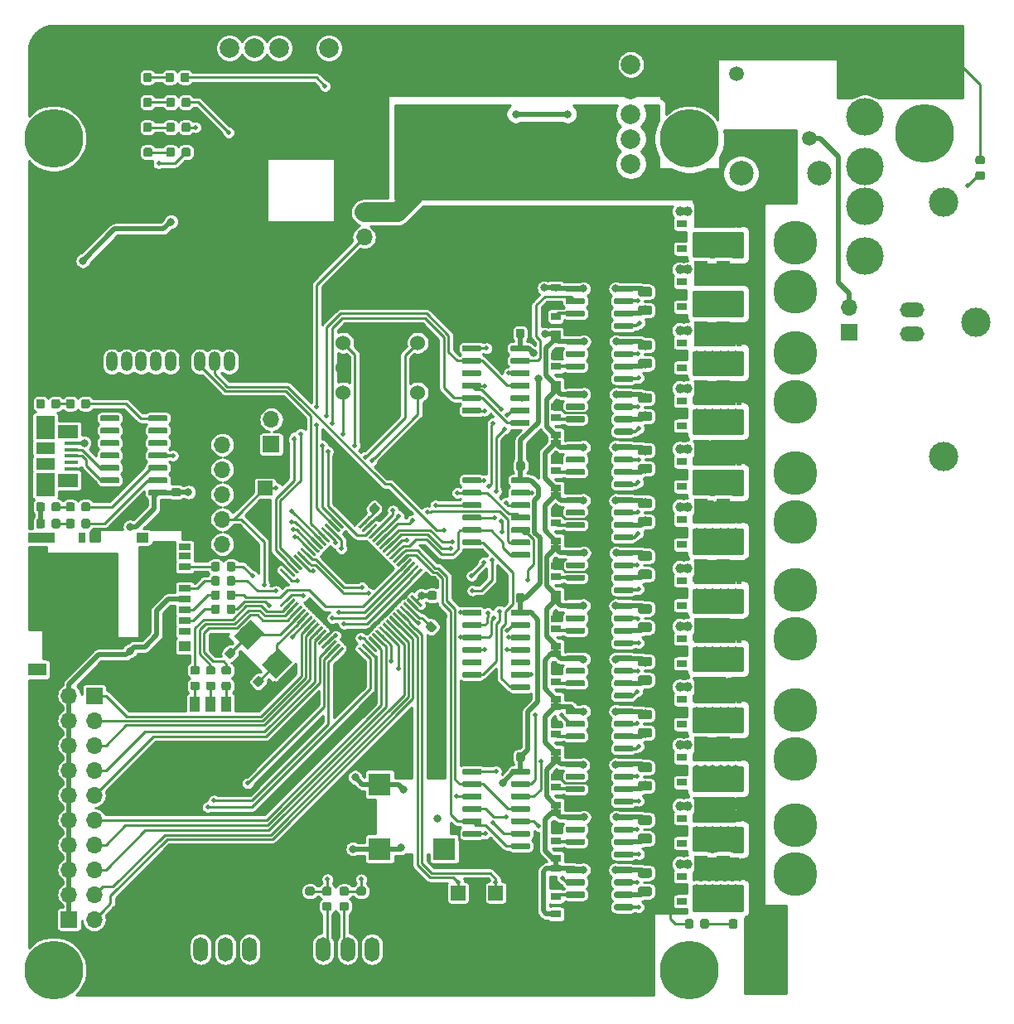
<source format=gbr>
G04 #@! TF.GenerationSoftware,KiCad,Pcbnew,(5.1.4)-1*
G04 #@! TF.CreationDate,2020-01-21T18:11:03+09:00*
G04 #@! TF.ProjectId,Aloe_Set_Meal,416c6f65-5f53-4657-945f-4d65616c2e6b,rev?*
G04 #@! TF.SameCoordinates,Original*
G04 #@! TF.FileFunction,Copper,L1,Top*
G04 #@! TF.FilePolarity,Positive*
%FSLAX46Y46*%
G04 Gerber Fmt 4.6, Leading zero omitted, Abs format (unit mm)*
G04 Created by KiCad (PCBNEW (5.1.4)-1) date 2020-01-21 18:11:03*
%MOMM*%
%LPD*%
G04 APERTURE LIST*
%ADD10C,0.100000*%
%ADD11C,0.600000*%
%ADD12C,0.875000*%
%ADD13C,4.500000*%
%ADD14C,6.000000*%
%ADD15C,0.975000*%
%ADD16R,1.700000X1.700000*%
%ADD17O,1.700000X1.700000*%
%ADD18R,1.380000X0.450000*%
%ADD19R,2.100000X1.475000*%
%ADD20R,1.900000X2.375000*%
%ADD21R,1.900000X1.175000*%
%ADD22O,1.500000X2.500000*%
%ADD23C,3.840000*%
%ADD24R,2.300000X2.300000*%
%ADD25R,1.000000X0.750000*%
%ADD26R,0.560000X0.750000*%
%ADD27R,1.400000X0.495000*%
%ADD28R,4.280000X2.080000*%
%ADD29R,1.500000X1.500000*%
%ADD30C,2.000000*%
%ADD31C,0.300000*%
%ADD32C,1.524000*%
%ADD33C,2.500000*%
%ADD34C,1.500000*%
%ADD35O,1.200000X2.000000*%
%ADD36R,2.350000X5.650000*%
%ADD37R,1.200000X0.700000*%
%ADD38R,1.200000X1.000000*%
%ADD39R,0.800000X1.000000*%
%ADD40R,2.800000X1.000000*%
%ADD41R,1.900000X1.300000*%
%ADD42C,3.000000*%
%ADD43O,2.500000X1.500000*%
%ADD44R,1.000000X0.800000*%
%ADD45R,1.000000X1.500000*%
%ADD46C,0.800000*%
%ADD47C,0.500000*%
%ADD48C,1.000000*%
%ADD49C,0.300000*%
%ADD50C,0.250000*%
%ADD51C,0.500000*%
%ADD52C,2.000000*%
%ADD53C,0.254000*%
G04 APERTURE END LIST*
D10*
G36*
X148564703Y-75140722D02*
G01*
X148579264Y-75142882D01*
X148593543Y-75146459D01*
X148607403Y-75151418D01*
X148620710Y-75157712D01*
X148633336Y-75165280D01*
X148645159Y-75174048D01*
X148656066Y-75183934D01*
X148665952Y-75194841D01*
X148674720Y-75206664D01*
X148682288Y-75219290D01*
X148688582Y-75232597D01*
X148693541Y-75246457D01*
X148697118Y-75260736D01*
X148699278Y-75275297D01*
X148700000Y-75290000D01*
X148700000Y-75590000D01*
X148699278Y-75604703D01*
X148697118Y-75619264D01*
X148693541Y-75633543D01*
X148688582Y-75647403D01*
X148682288Y-75660710D01*
X148674720Y-75673336D01*
X148665952Y-75685159D01*
X148656066Y-75696066D01*
X148645159Y-75705952D01*
X148633336Y-75714720D01*
X148620710Y-75722288D01*
X148607403Y-75728582D01*
X148593543Y-75733541D01*
X148579264Y-75737118D01*
X148564703Y-75739278D01*
X148550000Y-75740000D01*
X146900000Y-75740000D01*
X146885297Y-75739278D01*
X146870736Y-75737118D01*
X146856457Y-75733541D01*
X146842597Y-75728582D01*
X146829290Y-75722288D01*
X146816664Y-75714720D01*
X146804841Y-75705952D01*
X146793934Y-75696066D01*
X146784048Y-75685159D01*
X146775280Y-75673336D01*
X146767712Y-75660710D01*
X146761418Y-75647403D01*
X146756459Y-75633543D01*
X146752882Y-75619264D01*
X146750722Y-75604703D01*
X146750000Y-75590000D01*
X146750000Y-75290000D01*
X146750722Y-75275297D01*
X146752882Y-75260736D01*
X146756459Y-75246457D01*
X146761418Y-75232597D01*
X146767712Y-75219290D01*
X146775280Y-75206664D01*
X146784048Y-75194841D01*
X146793934Y-75183934D01*
X146804841Y-75174048D01*
X146816664Y-75165280D01*
X146829290Y-75157712D01*
X146842597Y-75151418D01*
X146856457Y-75146459D01*
X146870736Y-75142882D01*
X146885297Y-75140722D01*
X146900000Y-75140000D01*
X148550000Y-75140000D01*
X148564703Y-75140722D01*
X148564703Y-75140722D01*
G37*
D11*
X147725000Y-75440000D03*
D10*
G36*
X148564703Y-76410722D02*
G01*
X148579264Y-76412882D01*
X148593543Y-76416459D01*
X148607403Y-76421418D01*
X148620710Y-76427712D01*
X148633336Y-76435280D01*
X148645159Y-76444048D01*
X148656066Y-76453934D01*
X148665952Y-76464841D01*
X148674720Y-76476664D01*
X148682288Y-76489290D01*
X148688582Y-76502597D01*
X148693541Y-76516457D01*
X148697118Y-76530736D01*
X148699278Y-76545297D01*
X148700000Y-76560000D01*
X148700000Y-76860000D01*
X148699278Y-76874703D01*
X148697118Y-76889264D01*
X148693541Y-76903543D01*
X148688582Y-76917403D01*
X148682288Y-76930710D01*
X148674720Y-76943336D01*
X148665952Y-76955159D01*
X148656066Y-76966066D01*
X148645159Y-76975952D01*
X148633336Y-76984720D01*
X148620710Y-76992288D01*
X148607403Y-76998582D01*
X148593543Y-77003541D01*
X148579264Y-77007118D01*
X148564703Y-77009278D01*
X148550000Y-77010000D01*
X146900000Y-77010000D01*
X146885297Y-77009278D01*
X146870736Y-77007118D01*
X146856457Y-77003541D01*
X146842597Y-76998582D01*
X146829290Y-76992288D01*
X146816664Y-76984720D01*
X146804841Y-76975952D01*
X146793934Y-76966066D01*
X146784048Y-76955159D01*
X146775280Y-76943336D01*
X146767712Y-76930710D01*
X146761418Y-76917403D01*
X146756459Y-76903543D01*
X146752882Y-76889264D01*
X146750722Y-76874703D01*
X146750000Y-76860000D01*
X146750000Y-76560000D01*
X146750722Y-76545297D01*
X146752882Y-76530736D01*
X146756459Y-76516457D01*
X146761418Y-76502597D01*
X146767712Y-76489290D01*
X146775280Y-76476664D01*
X146784048Y-76464841D01*
X146793934Y-76453934D01*
X146804841Y-76444048D01*
X146816664Y-76435280D01*
X146829290Y-76427712D01*
X146842597Y-76421418D01*
X146856457Y-76416459D01*
X146870736Y-76412882D01*
X146885297Y-76410722D01*
X146900000Y-76410000D01*
X148550000Y-76410000D01*
X148564703Y-76410722D01*
X148564703Y-76410722D01*
G37*
D11*
X147725000Y-76710000D03*
D10*
G36*
X148564703Y-77680722D02*
G01*
X148579264Y-77682882D01*
X148593543Y-77686459D01*
X148607403Y-77691418D01*
X148620710Y-77697712D01*
X148633336Y-77705280D01*
X148645159Y-77714048D01*
X148656066Y-77723934D01*
X148665952Y-77734841D01*
X148674720Y-77746664D01*
X148682288Y-77759290D01*
X148688582Y-77772597D01*
X148693541Y-77786457D01*
X148697118Y-77800736D01*
X148699278Y-77815297D01*
X148700000Y-77830000D01*
X148700000Y-78130000D01*
X148699278Y-78144703D01*
X148697118Y-78159264D01*
X148693541Y-78173543D01*
X148688582Y-78187403D01*
X148682288Y-78200710D01*
X148674720Y-78213336D01*
X148665952Y-78225159D01*
X148656066Y-78236066D01*
X148645159Y-78245952D01*
X148633336Y-78254720D01*
X148620710Y-78262288D01*
X148607403Y-78268582D01*
X148593543Y-78273541D01*
X148579264Y-78277118D01*
X148564703Y-78279278D01*
X148550000Y-78280000D01*
X146900000Y-78280000D01*
X146885297Y-78279278D01*
X146870736Y-78277118D01*
X146856457Y-78273541D01*
X146842597Y-78268582D01*
X146829290Y-78262288D01*
X146816664Y-78254720D01*
X146804841Y-78245952D01*
X146793934Y-78236066D01*
X146784048Y-78225159D01*
X146775280Y-78213336D01*
X146767712Y-78200710D01*
X146761418Y-78187403D01*
X146756459Y-78173543D01*
X146752882Y-78159264D01*
X146750722Y-78144703D01*
X146750000Y-78130000D01*
X146750000Y-77830000D01*
X146750722Y-77815297D01*
X146752882Y-77800736D01*
X146756459Y-77786457D01*
X146761418Y-77772597D01*
X146767712Y-77759290D01*
X146775280Y-77746664D01*
X146784048Y-77734841D01*
X146793934Y-77723934D01*
X146804841Y-77714048D01*
X146816664Y-77705280D01*
X146829290Y-77697712D01*
X146842597Y-77691418D01*
X146856457Y-77686459D01*
X146870736Y-77682882D01*
X146885297Y-77680722D01*
X146900000Y-77680000D01*
X148550000Y-77680000D01*
X148564703Y-77680722D01*
X148564703Y-77680722D01*
G37*
D11*
X147725000Y-77980000D03*
D10*
G36*
X148564703Y-78950722D02*
G01*
X148579264Y-78952882D01*
X148593543Y-78956459D01*
X148607403Y-78961418D01*
X148620710Y-78967712D01*
X148633336Y-78975280D01*
X148645159Y-78984048D01*
X148656066Y-78993934D01*
X148665952Y-79004841D01*
X148674720Y-79016664D01*
X148682288Y-79029290D01*
X148688582Y-79042597D01*
X148693541Y-79056457D01*
X148697118Y-79070736D01*
X148699278Y-79085297D01*
X148700000Y-79100000D01*
X148700000Y-79400000D01*
X148699278Y-79414703D01*
X148697118Y-79429264D01*
X148693541Y-79443543D01*
X148688582Y-79457403D01*
X148682288Y-79470710D01*
X148674720Y-79483336D01*
X148665952Y-79495159D01*
X148656066Y-79506066D01*
X148645159Y-79515952D01*
X148633336Y-79524720D01*
X148620710Y-79532288D01*
X148607403Y-79538582D01*
X148593543Y-79543541D01*
X148579264Y-79547118D01*
X148564703Y-79549278D01*
X148550000Y-79550000D01*
X146900000Y-79550000D01*
X146885297Y-79549278D01*
X146870736Y-79547118D01*
X146856457Y-79543541D01*
X146842597Y-79538582D01*
X146829290Y-79532288D01*
X146816664Y-79524720D01*
X146804841Y-79515952D01*
X146793934Y-79506066D01*
X146784048Y-79495159D01*
X146775280Y-79483336D01*
X146767712Y-79470710D01*
X146761418Y-79457403D01*
X146756459Y-79443543D01*
X146752882Y-79429264D01*
X146750722Y-79414703D01*
X146750000Y-79400000D01*
X146750000Y-79100000D01*
X146750722Y-79085297D01*
X146752882Y-79070736D01*
X146756459Y-79056457D01*
X146761418Y-79042597D01*
X146767712Y-79029290D01*
X146775280Y-79016664D01*
X146784048Y-79004841D01*
X146793934Y-78993934D01*
X146804841Y-78984048D01*
X146816664Y-78975280D01*
X146829290Y-78967712D01*
X146842597Y-78961418D01*
X146856457Y-78956459D01*
X146870736Y-78952882D01*
X146885297Y-78950722D01*
X146900000Y-78950000D01*
X148550000Y-78950000D01*
X148564703Y-78950722D01*
X148564703Y-78950722D01*
G37*
D11*
X147725000Y-79250000D03*
D10*
G36*
X148564703Y-80220722D02*
G01*
X148579264Y-80222882D01*
X148593543Y-80226459D01*
X148607403Y-80231418D01*
X148620710Y-80237712D01*
X148633336Y-80245280D01*
X148645159Y-80254048D01*
X148656066Y-80263934D01*
X148665952Y-80274841D01*
X148674720Y-80286664D01*
X148682288Y-80299290D01*
X148688582Y-80312597D01*
X148693541Y-80326457D01*
X148697118Y-80340736D01*
X148699278Y-80355297D01*
X148700000Y-80370000D01*
X148700000Y-80670000D01*
X148699278Y-80684703D01*
X148697118Y-80699264D01*
X148693541Y-80713543D01*
X148688582Y-80727403D01*
X148682288Y-80740710D01*
X148674720Y-80753336D01*
X148665952Y-80765159D01*
X148656066Y-80776066D01*
X148645159Y-80785952D01*
X148633336Y-80794720D01*
X148620710Y-80802288D01*
X148607403Y-80808582D01*
X148593543Y-80813541D01*
X148579264Y-80817118D01*
X148564703Y-80819278D01*
X148550000Y-80820000D01*
X146900000Y-80820000D01*
X146885297Y-80819278D01*
X146870736Y-80817118D01*
X146856457Y-80813541D01*
X146842597Y-80808582D01*
X146829290Y-80802288D01*
X146816664Y-80794720D01*
X146804841Y-80785952D01*
X146793934Y-80776066D01*
X146784048Y-80765159D01*
X146775280Y-80753336D01*
X146767712Y-80740710D01*
X146761418Y-80727403D01*
X146756459Y-80713543D01*
X146752882Y-80699264D01*
X146750722Y-80684703D01*
X146750000Y-80670000D01*
X146750000Y-80370000D01*
X146750722Y-80355297D01*
X146752882Y-80340736D01*
X146756459Y-80326457D01*
X146761418Y-80312597D01*
X146767712Y-80299290D01*
X146775280Y-80286664D01*
X146784048Y-80274841D01*
X146793934Y-80263934D01*
X146804841Y-80254048D01*
X146816664Y-80245280D01*
X146829290Y-80237712D01*
X146842597Y-80231418D01*
X146856457Y-80226459D01*
X146870736Y-80222882D01*
X146885297Y-80220722D01*
X146900000Y-80220000D01*
X148550000Y-80220000D01*
X148564703Y-80220722D01*
X148564703Y-80220722D01*
G37*
D11*
X147725000Y-80520000D03*
D10*
G36*
X148564703Y-81490722D02*
G01*
X148579264Y-81492882D01*
X148593543Y-81496459D01*
X148607403Y-81501418D01*
X148620710Y-81507712D01*
X148633336Y-81515280D01*
X148645159Y-81524048D01*
X148656066Y-81533934D01*
X148665952Y-81544841D01*
X148674720Y-81556664D01*
X148682288Y-81569290D01*
X148688582Y-81582597D01*
X148693541Y-81596457D01*
X148697118Y-81610736D01*
X148699278Y-81625297D01*
X148700000Y-81640000D01*
X148700000Y-81940000D01*
X148699278Y-81954703D01*
X148697118Y-81969264D01*
X148693541Y-81983543D01*
X148688582Y-81997403D01*
X148682288Y-82010710D01*
X148674720Y-82023336D01*
X148665952Y-82035159D01*
X148656066Y-82046066D01*
X148645159Y-82055952D01*
X148633336Y-82064720D01*
X148620710Y-82072288D01*
X148607403Y-82078582D01*
X148593543Y-82083541D01*
X148579264Y-82087118D01*
X148564703Y-82089278D01*
X148550000Y-82090000D01*
X146900000Y-82090000D01*
X146885297Y-82089278D01*
X146870736Y-82087118D01*
X146856457Y-82083541D01*
X146842597Y-82078582D01*
X146829290Y-82072288D01*
X146816664Y-82064720D01*
X146804841Y-82055952D01*
X146793934Y-82046066D01*
X146784048Y-82035159D01*
X146775280Y-82023336D01*
X146767712Y-82010710D01*
X146761418Y-81997403D01*
X146756459Y-81983543D01*
X146752882Y-81969264D01*
X146750722Y-81954703D01*
X146750000Y-81940000D01*
X146750000Y-81640000D01*
X146750722Y-81625297D01*
X146752882Y-81610736D01*
X146756459Y-81596457D01*
X146761418Y-81582597D01*
X146767712Y-81569290D01*
X146775280Y-81556664D01*
X146784048Y-81544841D01*
X146793934Y-81533934D01*
X146804841Y-81524048D01*
X146816664Y-81515280D01*
X146829290Y-81507712D01*
X146842597Y-81501418D01*
X146856457Y-81496459D01*
X146870736Y-81492882D01*
X146885297Y-81490722D01*
X146900000Y-81490000D01*
X148550000Y-81490000D01*
X148564703Y-81490722D01*
X148564703Y-81490722D01*
G37*
D11*
X147725000Y-81790000D03*
D10*
G36*
X148564703Y-82760722D02*
G01*
X148579264Y-82762882D01*
X148593543Y-82766459D01*
X148607403Y-82771418D01*
X148620710Y-82777712D01*
X148633336Y-82785280D01*
X148645159Y-82794048D01*
X148656066Y-82803934D01*
X148665952Y-82814841D01*
X148674720Y-82826664D01*
X148682288Y-82839290D01*
X148688582Y-82852597D01*
X148693541Y-82866457D01*
X148697118Y-82880736D01*
X148699278Y-82895297D01*
X148700000Y-82910000D01*
X148700000Y-83210000D01*
X148699278Y-83224703D01*
X148697118Y-83239264D01*
X148693541Y-83253543D01*
X148688582Y-83267403D01*
X148682288Y-83280710D01*
X148674720Y-83293336D01*
X148665952Y-83305159D01*
X148656066Y-83316066D01*
X148645159Y-83325952D01*
X148633336Y-83334720D01*
X148620710Y-83342288D01*
X148607403Y-83348582D01*
X148593543Y-83353541D01*
X148579264Y-83357118D01*
X148564703Y-83359278D01*
X148550000Y-83360000D01*
X146900000Y-83360000D01*
X146885297Y-83359278D01*
X146870736Y-83357118D01*
X146856457Y-83353541D01*
X146842597Y-83348582D01*
X146829290Y-83342288D01*
X146816664Y-83334720D01*
X146804841Y-83325952D01*
X146793934Y-83316066D01*
X146784048Y-83305159D01*
X146775280Y-83293336D01*
X146767712Y-83280710D01*
X146761418Y-83267403D01*
X146756459Y-83253543D01*
X146752882Y-83239264D01*
X146750722Y-83224703D01*
X146750000Y-83210000D01*
X146750000Y-82910000D01*
X146750722Y-82895297D01*
X146752882Y-82880736D01*
X146756459Y-82866457D01*
X146761418Y-82852597D01*
X146767712Y-82839290D01*
X146775280Y-82826664D01*
X146784048Y-82814841D01*
X146793934Y-82803934D01*
X146804841Y-82794048D01*
X146816664Y-82785280D01*
X146829290Y-82777712D01*
X146842597Y-82771418D01*
X146856457Y-82766459D01*
X146870736Y-82762882D01*
X146885297Y-82760722D01*
X146900000Y-82760000D01*
X148550000Y-82760000D01*
X148564703Y-82760722D01*
X148564703Y-82760722D01*
G37*
D11*
X147725000Y-83060000D03*
D10*
G36*
X143614703Y-82760722D02*
G01*
X143629264Y-82762882D01*
X143643543Y-82766459D01*
X143657403Y-82771418D01*
X143670710Y-82777712D01*
X143683336Y-82785280D01*
X143695159Y-82794048D01*
X143706066Y-82803934D01*
X143715952Y-82814841D01*
X143724720Y-82826664D01*
X143732288Y-82839290D01*
X143738582Y-82852597D01*
X143743541Y-82866457D01*
X143747118Y-82880736D01*
X143749278Y-82895297D01*
X143750000Y-82910000D01*
X143750000Y-83210000D01*
X143749278Y-83224703D01*
X143747118Y-83239264D01*
X143743541Y-83253543D01*
X143738582Y-83267403D01*
X143732288Y-83280710D01*
X143724720Y-83293336D01*
X143715952Y-83305159D01*
X143706066Y-83316066D01*
X143695159Y-83325952D01*
X143683336Y-83334720D01*
X143670710Y-83342288D01*
X143657403Y-83348582D01*
X143643543Y-83353541D01*
X143629264Y-83357118D01*
X143614703Y-83359278D01*
X143600000Y-83360000D01*
X141950000Y-83360000D01*
X141935297Y-83359278D01*
X141920736Y-83357118D01*
X141906457Y-83353541D01*
X141892597Y-83348582D01*
X141879290Y-83342288D01*
X141866664Y-83334720D01*
X141854841Y-83325952D01*
X141843934Y-83316066D01*
X141834048Y-83305159D01*
X141825280Y-83293336D01*
X141817712Y-83280710D01*
X141811418Y-83267403D01*
X141806459Y-83253543D01*
X141802882Y-83239264D01*
X141800722Y-83224703D01*
X141800000Y-83210000D01*
X141800000Y-82910000D01*
X141800722Y-82895297D01*
X141802882Y-82880736D01*
X141806459Y-82866457D01*
X141811418Y-82852597D01*
X141817712Y-82839290D01*
X141825280Y-82826664D01*
X141834048Y-82814841D01*
X141843934Y-82803934D01*
X141854841Y-82794048D01*
X141866664Y-82785280D01*
X141879290Y-82777712D01*
X141892597Y-82771418D01*
X141906457Y-82766459D01*
X141920736Y-82762882D01*
X141935297Y-82760722D01*
X141950000Y-82760000D01*
X143600000Y-82760000D01*
X143614703Y-82760722D01*
X143614703Y-82760722D01*
G37*
D11*
X142775000Y-83060000D03*
D10*
G36*
X143614703Y-81490722D02*
G01*
X143629264Y-81492882D01*
X143643543Y-81496459D01*
X143657403Y-81501418D01*
X143670710Y-81507712D01*
X143683336Y-81515280D01*
X143695159Y-81524048D01*
X143706066Y-81533934D01*
X143715952Y-81544841D01*
X143724720Y-81556664D01*
X143732288Y-81569290D01*
X143738582Y-81582597D01*
X143743541Y-81596457D01*
X143747118Y-81610736D01*
X143749278Y-81625297D01*
X143750000Y-81640000D01*
X143750000Y-81940000D01*
X143749278Y-81954703D01*
X143747118Y-81969264D01*
X143743541Y-81983543D01*
X143738582Y-81997403D01*
X143732288Y-82010710D01*
X143724720Y-82023336D01*
X143715952Y-82035159D01*
X143706066Y-82046066D01*
X143695159Y-82055952D01*
X143683336Y-82064720D01*
X143670710Y-82072288D01*
X143657403Y-82078582D01*
X143643543Y-82083541D01*
X143629264Y-82087118D01*
X143614703Y-82089278D01*
X143600000Y-82090000D01*
X141950000Y-82090000D01*
X141935297Y-82089278D01*
X141920736Y-82087118D01*
X141906457Y-82083541D01*
X141892597Y-82078582D01*
X141879290Y-82072288D01*
X141866664Y-82064720D01*
X141854841Y-82055952D01*
X141843934Y-82046066D01*
X141834048Y-82035159D01*
X141825280Y-82023336D01*
X141817712Y-82010710D01*
X141811418Y-81997403D01*
X141806459Y-81983543D01*
X141802882Y-81969264D01*
X141800722Y-81954703D01*
X141800000Y-81940000D01*
X141800000Y-81640000D01*
X141800722Y-81625297D01*
X141802882Y-81610736D01*
X141806459Y-81596457D01*
X141811418Y-81582597D01*
X141817712Y-81569290D01*
X141825280Y-81556664D01*
X141834048Y-81544841D01*
X141843934Y-81533934D01*
X141854841Y-81524048D01*
X141866664Y-81515280D01*
X141879290Y-81507712D01*
X141892597Y-81501418D01*
X141906457Y-81496459D01*
X141920736Y-81492882D01*
X141935297Y-81490722D01*
X141950000Y-81490000D01*
X143600000Y-81490000D01*
X143614703Y-81490722D01*
X143614703Y-81490722D01*
G37*
D11*
X142775000Y-81790000D03*
D10*
G36*
X143614703Y-80220722D02*
G01*
X143629264Y-80222882D01*
X143643543Y-80226459D01*
X143657403Y-80231418D01*
X143670710Y-80237712D01*
X143683336Y-80245280D01*
X143695159Y-80254048D01*
X143706066Y-80263934D01*
X143715952Y-80274841D01*
X143724720Y-80286664D01*
X143732288Y-80299290D01*
X143738582Y-80312597D01*
X143743541Y-80326457D01*
X143747118Y-80340736D01*
X143749278Y-80355297D01*
X143750000Y-80370000D01*
X143750000Y-80670000D01*
X143749278Y-80684703D01*
X143747118Y-80699264D01*
X143743541Y-80713543D01*
X143738582Y-80727403D01*
X143732288Y-80740710D01*
X143724720Y-80753336D01*
X143715952Y-80765159D01*
X143706066Y-80776066D01*
X143695159Y-80785952D01*
X143683336Y-80794720D01*
X143670710Y-80802288D01*
X143657403Y-80808582D01*
X143643543Y-80813541D01*
X143629264Y-80817118D01*
X143614703Y-80819278D01*
X143600000Y-80820000D01*
X141950000Y-80820000D01*
X141935297Y-80819278D01*
X141920736Y-80817118D01*
X141906457Y-80813541D01*
X141892597Y-80808582D01*
X141879290Y-80802288D01*
X141866664Y-80794720D01*
X141854841Y-80785952D01*
X141843934Y-80776066D01*
X141834048Y-80765159D01*
X141825280Y-80753336D01*
X141817712Y-80740710D01*
X141811418Y-80727403D01*
X141806459Y-80713543D01*
X141802882Y-80699264D01*
X141800722Y-80684703D01*
X141800000Y-80670000D01*
X141800000Y-80370000D01*
X141800722Y-80355297D01*
X141802882Y-80340736D01*
X141806459Y-80326457D01*
X141811418Y-80312597D01*
X141817712Y-80299290D01*
X141825280Y-80286664D01*
X141834048Y-80274841D01*
X141843934Y-80263934D01*
X141854841Y-80254048D01*
X141866664Y-80245280D01*
X141879290Y-80237712D01*
X141892597Y-80231418D01*
X141906457Y-80226459D01*
X141920736Y-80222882D01*
X141935297Y-80220722D01*
X141950000Y-80220000D01*
X143600000Y-80220000D01*
X143614703Y-80220722D01*
X143614703Y-80220722D01*
G37*
D11*
X142775000Y-80520000D03*
D10*
G36*
X143614703Y-78950722D02*
G01*
X143629264Y-78952882D01*
X143643543Y-78956459D01*
X143657403Y-78961418D01*
X143670710Y-78967712D01*
X143683336Y-78975280D01*
X143695159Y-78984048D01*
X143706066Y-78993934D01*
X143715952Y-79004841D01*
X143724720Y-79016664D01*
X143732288Y-79029290D01*
X143738582Y-79042597D01*
X143743541Y-79056457D01*
X143747118Y-79070736D01*
X143749278Y-79085297D01*
X143750000Y-79100000D01*
X143750000Y-79400000D01*
X143749278Y-79414703D01*
X143747118Y-79429264D01*
X143743541Y-79443543D01*
X143738582Y-79457403D01*
X143732288Y-79470710D01*
X143724720Y-79483336D01*
X143715952Y-79495159D01*
X143706066Y-79506066D01*
X143695159Y-79515952D01*
X143683336Y-79524720D01*
X143670710Y-79532288D01*
X143657403Y-79538582D01*
X143643543Y-79543541D01*
X143629264Y-79547118D01*
X143614703Y-79549278D01*
X143600000Y-79550000D01*
X141950000Y-79550000D01*
X141935297Y-79549278D01*
X141920736Y-79547118D01*
X141906457Y-79543541D01*
X141892597Y-79538582D01*
X141879290Y-79532288D01*
X141866664Y-79524720D01*
X141854841Y-79515952D01*
X141843934Y-79506066D01*
X141834048Y-79495159D01*
X141825280Y-79483336D01*
X141817712Y-79470710D01*
X141811418Y-79457403D01*
X141806459Y-79443543D01*
X141802882Y-79429264D01*
X141800722Y-79414703D01*
X141800000Y-79400000D01*
X141800000Y-79100000D01*
X141800722Y-79085297D01*
X141802882Y-79070736D01*
X141806459Y-79056457D01*
X141811418Y-79042597D01*
X141817712Y-79029290D01*
X141825280Y-79016664D01*
X141834048Y-79004841D01*
X141843934Y-78993934D01*
X141854841Y-78984048D01*
X141866664Y-78975280D01*
X141879290Y-78967712D01*
X141892597Y-78961418D01*
X141906457Y-78956459D01*
X141920736Y-78952882D01*
X141935297Y-78950722D01*
X141950000Y-78950000D01*
X143600000Y-78950000D01*
X143614703Y-78950722D01*
X143614703Y-78950722D01*
G37*
D11*
X142775000Y-79250000D03*
D10*
G36*
X143614703Y-77680722D02*
G01*
X143629264Y-77682882D01*
X143643543Y-77686459D01*
X143657403Y-77691418D01*
X143670710Y-77697712D01*
X143683336Y-77705280D01*
X143695159Y-77714048D01*
X143706066Y-77723934D01*
X143715952Y-77734841D01*
X143724720Y-77746664D01*
X143732288Y-77759290D01*
X143738582Y-77772597D01*
X143743541Y-77786457D01*
X143747118Y-77800736D01*
X143749278Y-77815297D01*
X143750000Y-77830000D01*
X143750000Y-78130000D01*
X143749278Y-78144703D01*
X143747118Y-78159264D01*
X143743541Y-78173543D01*
X143738582Y-78187403D01*
X143732288Y-78200710D01*
X143724720Y-78213336D01*
X143715952Y-78225159D01*
X143706066Y-78236066D01*
X143695159Y-78245952D01*
X143683336Y-78254720D01*
X143670710Y-78262288D01*
X143657403Y-78268582D01*
X143643543Y-78273541D01*
X143629264Y-78277118D01*
X143614703Y-78279278D01*
X143600000Y-78280000D01*
X141950000Y-78280000D01*
X141935297Y-78279278D01*
X141920736Y-78277118D01*
X141906457Y-78273541D01*
X141892597Y-78268582D01*
X141879290Y-78262288D01*
X141866664Y-78254720D01*
X141854841Y-78245952D01*
X141843934Y-78236066D01*
X141834048Y-78225159D01*
X141825280Y-78213336D01*
X141817712Y-78200710D01*
X141811418Y-78187403D01*
X141806459Y-78173543D01*
X141802882Y-78159264D01*
X141800722Y-78144703D01*
X141800000Y-78130000D01*
X141800000Y-77830000D01*
X141800722Y-77815297D01*
X141802882Y-77800736D01*
X141806459Y-77786457D01*
X141811418Y-77772597D01*
X141817712Y-77759290D01*
X141825280Y-77746664D01*
X141834048Y-77734841D01*
X141843934Y-77723934D01*
X141854841Y-77714048D01*
X141866664Y-77705280D01*
X141879290Y-77697712D01*
X141892597Y-77691418D01*
X141906457Y-77686459D01*
X141920736Y-77682882D01*
X141935297Y-77680722D01*
X141950000Y-77680000D01*
X143600000Y-77680000D01*
X143614703Y-77680722D01*
X143614703Y-77680722D01*
G37*
D11*
X142775000Y-77980000D03*
D10*
G36*
X143614703Y-76410722D02*
G01*
X143629264Y-76412882D01*
X143643543Y-76416459D01*
X143657403Y-76421418D01*
X143670710Y-76427712D01*
X143683336Y-76435280D01*
X143695159Y-76444048D01*
X143706066Y-76453934D01*
X143715952Y-76464841D01*
X143724720Y-76476664D01*
X143732288Y-76489290D01*
X143738582Y-76502597D01*
X143743541Y-76516457D01*
X143747118Y-76530736D01*
X143749278Y-76545297D01*
X143750000Y-76560000D01*
X143750000Y-76860000D01*
X143749278Y-76874703D01*
X143747118Y-76889264D01*
X143743541Y-76903543D01*
X143738582Y-76917403D01*
X143732288Y-76930710D01*
X143724720Y-76943336D01*
X143715952Y-76955159D01*
X143706066Y-76966066D01*
X143695159Y-76975952D01*
X143683336Y-76984720D01*
X143670710Y-76992288D01*
X143657403Y-76998582D01*
X143643543Y-77003541D01*
X143629264Y-77007118D01*
X143614703Y-77009278D01*
X143600000Y-77010000D01*
X141950000Y-77010000D01*
X141935297Y-77009278D01*
X141920736Y-77007118D01*
X141906457Y-77003541D01*
X141892597Y-76998582D01*
X141879290Y-76992288D01*
X141866664Y-76984720D01*
X141854841Y-76975952D01*
X141843934Y-76966066D01*
X141834048Y-76955159D01*
X141825280Y-76943336D01*
X141817712Y-76930710D01*
X141811418Y-76917403D01*
X141806459Y-76903543D01*
X141802882Y-76889264D01*
X141800722Y-76874703D01*
X141800000Y-76860000D01*
X141800000Y-76560000D01*
X141800722Y-76545297D01*
X141802882Y-76530736D01*
X141806459Y-76516457D01*
X141811418Y-76502597D01*
X141817712Y-76489290D01*
X141825280Y-76476664D01*
X141834048Y-76464841D01*
X141843934Y-76453934D01*
X141854841Y-76444048D01*
X141866664Y-76435280D01*
X141879290Y-76427712D01*
X141892597Y-76421418D01*
X141906457Y-76416459D01*
X141920736Y-76412882D01*
X141935297Y-76410722D01*
X141950000Y-76410000D01*
X143600000Y-76410000D01*
X143614703Y-76410722D01*
X143614703Y-76410722D01*
G37*
D11*
X142775000Y-76710000D03*
D10*
G36*
X143614703Y-75140722D02*
G01*
X143629264Y-75142882D01*
X143643543Y-75146459D01*
X143657403Y-75151418D01*
X143670710Y-75157712D01*
X143683336Y-75165280D01*
X143695159Y-75174048D01*
X143706066Y-75183934D01*
X143715952Y-75194841D01*
X143724720Y-75206664D01*
X143732288Y-75219290D01*
X143738582Y-75232597D01*
X143743541Y-75246457D01*
X143747118Y-75260736D01*
X143749278Y-75275297D01*
X143750000Y-75290000D01*
X143750000Y-75590000D01*
X143749278Y-75604703D01*
X143747118Y-75619264D01*
X143743541Y-75633543D01*
X143738582Y-75647403D01*
X143732288Y-75660710D01*
X143724720Y-75673336D01*
X143715952Y-75685159D01*
X143706066Y-75696066D01*
X143695159Y-75705952D01*
X143683336Y-75714720D01*
X143670710Y-75722288D01*
X143657403Y-75728582D01*
X143643543Y-75733541D01*
X143629264Y-75737118D01*
X143614703Y-75739278D01*
X143600000Y-75740000D01*
X141950000Y-75740000D01*
X141935297Y-75739278D01*
X141920736Y-75737118D01*
X141906457Y-75733541D01*
X141892597Y-75728582D01*
X141879290Y-75722288D01*
X141866664Y-75714720D01*
X141854841Y-75705952D01*
X141843934Y-75696066D01*
X141834048Y-75685159D01*
X141825280Y-75673336D01*
X141817712Y-75660710D01*
X141811418Y-75647403D01*
X141806459Y-75633543D01*
X141802882Y-75619264D01*
X141800722Y-75604703D01*
X141800000Y-75590000D01*
X141800000Y-75290000D01*
X141800722Y-75275297D01*
X141802882Y-75260736D01*
X141806459Y-75246457D01*
X141811418Y-75232597D01*
X141817712Y-75219290D01*
X141825280Y-75206664D01*
X141834048Y-75194841D01*
X141843934Y-75183934D01*
X141854841Y-75174048D01*
X141866664Y-75165280D01*
X141879290Y-75157712D01*
X141892597Y-75151418D01*
X141906457Y-75146459D01*
X141920736Y-75142882D01*
X141935297Y-75140722D01*
X141950000Y-75140000D01*
X143600000Y-75140000D01*
X143614703Y-75140722D01*
X143614703Y-75140722D01*
G37*
D11*
X142775000Y-75440000D03*
D10*
G36*
X112102691Y-33776053D02*
G01*
X112123926Y-33779203D01*
X112144750Y-33784419D01*
X112164962Y-33791651D01*
X112184368Y-33800830D01*
X112202781Y-33811866D01*
X112220024Y-33824654D01*
X112235930Y-33839070D01*
X112250346Y-33854976D01*
X112263134Y-33872219D01*
X112274170Y-33890632D01*
X112283349Y-33910038D01*
X112290581Y-33930250D01*
X112295797Y-33951074D01*
X112298947Y-33972309D01*
X112300000Y-33993750D01*
X112300000Y-34506250D01*
X112298947Y-34527691D01*
X112295797Y-34548926D01*
X112290581Y-34569750D01*
X112283349Y-34589962D01*
X112274170Y-34609368D01*
X112263134Y-34627781D01*
X112250346Y-34645024D01*
X112235930Y-34660930D01*
X112220024Y-34675346D01*
X112202781Y-34688134D01*
X112184368Y-34699170D01*
X112164962Y-34708349D01*
X112144750Y-34715581D01*
X112123926Y-34720797D01*
X112102691Y-34723947D01*
X112081250Y-34725000D01*
X111643750Y-34725000D01*
X111622309Y-34723947D01*
X111601074Y-34720797D01*
X111580250Y-34715581D01*
X111560038Y-34708349D01*
X111540632Y-34699170D01*
X111522219Y-34688134D01*
X111504976Y-34675346D01*
X111489070Y-34660930D01*
X111474654Y-34645024D01*
X111461866Y-34627781D01*
X111450830Y-34609368D01*
X111441651Y-34589962D01*
X111434419Y-34569750D01*
X111429203Y-34548926D01*
X111426053Y-34527691D01*
X111425000Y-34506250D01*
X111425000Y-33993750D01*
X111426053Y-33972309D01*
X111429203Y-33951074D01*
X111434419Y-33930250D01*
X111441651Y-33910038D01*
X111450830Y-33890632D01*
X111461866Y-33872219D01*
X111474654Y-33854976D01*
X111489070Y-33839070D01*
X111504976Y-33824654D01*
X111522219Y-33811866D01*
X111540632Y-33800830D01*
X111560038Y-33791651D01*
X111580250Y-33784419D01*
X111601074Y-33779203D01*
X111622309Y-33776053D01*
X111643750Y-33775000D01*
X112081250Y-33775000D01*
X112102691Y-33776053D01*
X112102691Y-33776053D01*
G37*
D12*
X111862500Y-34250000D03*
D10*
G36*
X113677691Y-33776053D02*
G01*
X113698926Y-33779203D01*
X113719750Y-33784419D01*
X113739962Y-33791651D01*
X113759368Y-33800830D01*
X113777781Y-33811866D01*
X113795024Y-33824654D01*
X113810930Y-33839070D01*
X113825346Y-33854976D01*
X113838134Y-33872219D01*
X113849170Y-33890632D01*
X113858349Y-33910038D01*
X113865581Y-33930250D01*
X113870797Y-33951074D01*
X113873947Y-33972309D01*
X113875000Y-33993750D01*
X113875000Y-34506250D01*
X113873947Y-34527691D01*
X113870797Y-34548926D01*
X113865581Y-34569750D01*
X113858349Y-34589962D01*
X113849170Y-34609368D01*
X113838134Y-34627781D01*
X113825346Y-34645024D01*
X113810930Y-34660930D01*
X113795024Y-34675346D01*
X113777781Y-34688134D01*
X113759368Y-34699170D01*
X113739962Y-34708349D01*
X113719750Y-34715581D01*
X113698926Y-34720797D01*
X113677691Y-34723947D01*
X113656250Y-34725000D01*
X113218750Y-34725000D01*
X113197309Y-34723947D01*
X113176074Y-34720797D01*
X113155250Y-34715581D01*
X113135038Y-34708349D01*
X113115632Y-34699170D01*
X113097219Y-34688134D01*
X113079976Y-34675346D01*
X113064070Y-34660930D01*
X113049654Y-34645024D01*
X113036866Y-34627781D01*
X113025830Y-34609368D01*
X113016651Y-34589962D01*
X113009419Y-34569750D01*
X113004203Y-34548926D01*
X113001053Y-34527691D01*
X113000000Y-34506250D01*
X113000000Y-33993750D01*
X113001053Y-33972309D01*
X113004203Y-33951074D01*
X113009419Y-33930250D01*
X113016651Y-33910038D01*
X113025830Y-33890632D01*
X113036866Y-33872219D01*
X113049654Y-33854976D01*
X113064070Y-33839070D01*
X113079976Y-33824654D01*
X113097219Y-33811866D01*
X113115632Y-33800830D01*
X113135038Y-33791651D01*
X113155250Y-33784419D01*
X113176074Y-33779203D01*
X113197309Y-33776053D01*
X113218750Y-33775000D01*
X113656250Y-33775000D01*
X113677691Y-33776053D01*
X113677691Y-33776053D01*
G37*
D12*
X113437500Y-34250000D03*
D13*
X175850000Y-110650000D03*
X175850000Y-115650000D03*
D14*
X189000000Y-33000000D03*
X189000000Y-40000000D03*
D10*
G36*
X116991111Y-91439580D02*
G01*
X117012346Y-91442730D01*
X117033170Y-91447946D01*
X117053382Y-91455178D01*
X117072788Y-91464357D01*
X117091201Y-91475393D01*
X117108444Y-91488181D01*
X117124350Y-91502597D01*
X117433709Y-91811956D01*
X117448125Y-91827862D01*
X117460913Y-91845105D01*
X117471949Y-91863518D01*
X117481128Y-91882924D01*
X117488360Y-91903136D01*
X117493576Y-91923960D01*
X117496726Y-91945195D01*
X117497779Y-91966636D01*
X117496726Y-91988077D01*
X117493576Y-92009312D01*
X117488360Y-92030136D01*
X117481128Y-92050348D01*
X117471949Y-92069754D01*
X117460913Y-92088167D01*
X117448125Y-92105410D01*
X117433709Y-92121316D01*
X117071316Y-92483709D01*
X117055410Y-92498125D01*
X117038167Y-92510913D01*
X117019754Y-92521949D01*
X117000348Y-92531128D01*
X116980136Y-92538360D01*
X116959312Y-92543576D01*
X116938077Y-92546726D01*
X116916636Y-92547779D01*
X116895195Y-92546726D01*
X116873960Y-92543576D01*
X116853136Y-92538360D01*
X116832924Y-92531128D01*
X116813518Y-92521949D01*
X116795105Y-92510913D01*
X116777862Y-92498125D01*
X116761956Y-92483709D01*
X116452597Y-92174350D01*
X116438181Y-92158444D01*
X116425393Y-92141201D01*
X116414357Y-92122788D01*
X116405178Y-92103382D01*
X116397946Y-92083170D01*
X116392730Y-92062346D01*
X116389580Y-92041111D01*
X116388527Y-92019670D01*
X116389580Y-91998229D01*
X116392730Y-91976994D01*
X116397946Y-91956170D01*
X116405178Y-91935958D01*
X116414357Y-91916552D01*
X116425393Y-91898139D01*
X116438181Y-91880896D01*
X116452597Y-91864990D01*
X116814990Y-91502597D01*
X116830896Y-91488181D01*
X116848139Y-91475393D01*
X116866552Y-91464357D01*
X116885958Y-91455178D01*
X116906170Y-91447946D01*
X116926994Y-91442730D01*
X116948229Y-91439580D01*
X116969670Y-91438527D01*
X116991111Y-91439580D01*
X116991111Y-91439580D01*
G37*
D12*
X116943153Y-91993153D03*
D10*
G36*
X118104805Y-92553274D02*
G01*
X118126040Y-92556424D01*
X118146864Y-92561640D01*
X118167076Y-92568872D01*
X118186482Y-92578051D01*
X118204895Y-92589087D01*
X118222138Y-92601875D01*
X118238044Y-92616291D01*
X118547403Y-92925650D01*
X118561819Y-92941556D01*
X118574607Y-92958799D01*
X118585643Y-92977212D01*
X118594822Y-92996618D01*
X118602054Y-93016830D01*
X118607270Y-93037654D01*
X118610420Y-93058889D01*
X118611473Y-93080330D01*
X118610420Y-93101771D01*
X118607270Y-93123006D01*
X118602054Y-93143830D01*
X118594822Y-93164042D01*
X118585643Y-93183448D01*
X118574607Y-93201861D01*
X118561819Y-93219104D01*
X118547403Y-93235010D01*
X118185010Y-93597403D01*
X118169104Y-93611819D01*
X118151861Y-93624607D01*
X118133448Y-93635643D01*
X118114042Y-93644822D01*
X118093830Y-93652054D01*
X118073006Y-93657270D01*
X118051771Y-93660420D01*
X118030330Y-93661473D01*
X118008889Y-93660420D01*
X117987654Y-93657270D01*
X117966830Y-93652054D01*
X117946618Y-93644822D01*
X117927212Y-93635643D01*
X117908799Y-93624607D01*
X117891556Y-93611819D01*
X117875650Y-93597403D01*
X117566291Y-93288044D01*
X117551875Y-93272138D01*
X117539087Y-93254895D01*
X117528051Y-93236482D01*
X117518872Y-93217076D01*
X117511640Y-93196864D01*
X117506424Y-93176040D01*
X117503274Y-93154805D01*
X117502221Y-93133364D01*
X117503274Y-93111923D01*
X117506424Y-93090688D01*
X117511640Y-93069864D01*
X117518872Y-93049652D01*
X117528051Y-93030246D01*
X117539087Y-93011833D01*
X117551875Y-92994590D01*
X117566291Y-92978684D01*
X117928684Y-92616291D01*
X117944590Y-92601875D01*
X117961833Y-92589087D01*
X117980246Y-92578051D01*
X117999652Y-92568872D01*
X118019864Y-92561640D01*
X118040688Y-92556424D01*
X118061923Y-92553274D01*
X118083364Y-92552221D01*
X118104805Y-92553274D01*
X118104805Y-92553274D01*
G37*
D12*
X118056847Y-93106847D03*
D10*
G36*
X112817691Y-76196053D02*
G01*
X112838926Y-76199203D01*
X112859750Y-76204419D01*
X112879962Y-76211651D01*
X112899368Y-76220830D01*
X112917781Y-76231866D01*
X112935024Y-76244654D01*
X112950930Y-76259070D01*
X112965346Y-76274976D01*
X112978134Y-76292219D01*
X112989170Y-76310632D01*
X112998349Y-76330038D01*
X113005581Y-76350250D01*
X113010797Y-76371074D01*
X113013947Y-76392309D01*
X113015000Y-76413750D01*
X113015000Y-76851250D01*
X113013947Y-76872691D01*
X113010797Y-76893926D01*
X113005581Y-76914750D01*
X112998349Y-76934962D01*
X112989170Y-76954368D01*
X112978134Y-76972781D01*
X112965346Y-76990024D01*
X112950930Y-77005930D01*
X112935024Y-77020346D01*
X112917781Y-77033134D01*
X112899368Y-77044170D01*
X112879962Y-77053349D01*
X112859750Y-77060581D01*
X112838926Y-77065797D01*
X112817691Y-77068947D01*
X112796250Y-77070000D01*
X112283750Y-77070000D01*
X112262309Y-77068947D01*
X112241074Y-77065797D01*
X112220250Y-77060581D01*
X112200038Y-77053349D01*
X112180632Y-77044170D01*
X112162219Y-77033134D01*
X112144976Y-77020346D01*
X112129070Y-77005930D01*
X112114654Y-76990024D01*
X112101866Y-76972781D01*
X112090830Y-76954368D01*
X112081651Y-76934962D01*
X112074419Y-76914750D01*
X112069203Y-76893926D01*
X112066053Y-76872691D01*
X112065000Y-76851250D01*
X112065000Y-76413750D01*
X112066053Y-76392309D01*
X112069203Y-76371074D01*
X112074419Y-76350250D01*
X112081651Y-76330038D01*
X112090830Y-76310632D01*
X112101866Y-76292219D01*
X112114654Y-76274976D01*
X112129070Y-76259070D01*
X112144976Y-76244654D01*
X112162219Y-76231866D01*
X112180632Y-76220830D01*
X112200038Y-76211651D01*
X112220250Y-76204419D01*
X112241074Y-76199203D01*
X112262309Y-76196053D01*
X112283750Y-76195000D01*
X112796250Y-76195000D01*
X112817691Y-76196053D01*
X112817691Y-76196053D01*
G37*
D12*
X112540000Y-76632500D03*
D10*
G36*
X112817691Y-77771053D02*
G01*
X112838926Y-77774203D01*
X112859750Y-77779419D01*
X112879962Y-77786651D01*
X112899368Y-77795830D01*
X112917781Y-77806866D01*
X112935024Y-77819654D01*
X112950930Y-77834070D01*
X112965346Y-77849976D01*
X112978134Y-77867219D01*
X112989170Y-77885632D01*
X112998349Y-77905038D01*
X113005581Y-77925250D01*
X113010797Y-77946074D01*
X113013947Y-77967309D01*
X113015000Y-77988750D01*
X113015000Y-78426250D01*
X113013947Y-78447691D01*
X113010797Y-78468926D01*
X113005581Y-78489750D01*
X112998349Y-78509962D01*
X112989170Y-78529368D01*
X112978134Y-78547781D01*
X112965346Y-78565024D01*
X112950930Y-78580930D01*
X112935024Y-78595346D01*
X112917781Y-78608134D01*
X112899368Y-78619170D01*
X112879962Y-78628349D01*
X112859750Y-78635581D01*
X112838926Y-78640797D01*
X112817691Y-78643947D01*
X112796250Y-78645000D01*
X112283750Y-78645000D01*
X112262309Y-78643947D01*
X112241074Y-78640797D01*
X112220250Y-78635581D01*
X112200038Y-78628349D01*
X112180632Y-78619170D01*
X112162219Y-78608134D01*
X112144976Y-78595346D01*
X112129070Y-78580930D01*
X112114654Y-78565024D01*
X112101866Y-78547781D01*
X112090830Y-78529368D01*
X112081651Y-78509962D01*
X112074419Y-78489750D01*
X112069203Y-78468926D01*
X112066053Y-78447691D01*
X112065000Y-78426250D01*
X112065000Y-77988750D01*
X112066053Y-77967309D01*
X112069203Y-77946074D01*
X112074419Y-77925250D01*
X112081651Y-77905038D01*
X112090830Y-77885632D01*
X112101866Y-77867219D01*
X112114654Y-77849976D01*
X112129070Y-77834070D01*
X112144976Y-77819654D01*
X112162219Y-77806866D01*
X112180632Y-77795830D01*
X112200038Y-77786651D01*
X112220250Y-77779419D01*
X112241074Y-77774203D01*
X112262309Y-77771053D01*
X112283750Y-77770000D01*
X112796250Y-77770000D01*
X112817691Y-77771053D01*
X112817691Y-77771053D01*
G37*
D12*
X112540000Y-78207500D03*
D10*
G36*
X120991111Y-95439580D02*
G01*
X121012346Y-95442730D01*
X121033170Y-95447946D01*
X121053382Y-95455178D01*
X121072788Y-95464357D01*
X121091201Y-95475393D01*
X121108444Y-95488181D01*
X121124350Y-95502597D01*
X121433709Y-95811956D01*
X121448125Y-95827862D01*
X121460913Y-95845105D01*
X121471949Y-95863518D01*
X121481128Y-95882924D01*
X121488360Y-95903136D01*
X121493576Y-95923960D01*
X121496726Y-95945195D01*
X121497779Y-95966636D01*
X121496726Y-95988077D01*
X121493576Y-96009312D01*
X121488360Y-96030136D01*
X121481128Y-96050348D01*
X121471949Y-96069754D01*
X121460913Y-96088167D01*
X121448125Y-96105410D01*
X121433709Y-96121316D01*
X121071316Y-96483709D01*
X121055410Y-96498125D01*
X121038167Y-96510913D01*
X121019754Y-96521949D01*
X121000348Y-96531128D01*
X120980136Y-96538360D01*
X120959312Y-96543576D01*
X120938077Y-96546726D01*
X120916636Y-96547779D01*
X120895195Y-96546726D01*
X120873960Y-96543576D01*
X120853136Y-96538360D01*
X120832924Y-96531128D01*
X120813518Y-96521949D01*
X120795105Y-96510913D01*
X120777862Y-96498125D01*
X120761956Y-96483709D01*
X120452597Y-96174350D01*
X120438181Y-96158444D01*
X120425393Y-96141201D01*
X120414357Y-96122788D01*
X120405178Y-96103382D01*
X120397946Y-96083170D01*
X120392730Y-96062346D01*
X120389580Y-96041111D01*
X120388527Y-96019670D01*
X120389580Y-95998229D01*
X120392730Y-95976994D01*
X120397946Y-95956170D01*
X120405178Y-95935958D01*
X120414357Y-95916552D01*
X120425393Y-95898139D01*
X120438181Y-95880896D01*
X120452597Y-95864990D01*
X120814990Y-95502597D01*
X120830896Y-95488181D01*
X120848139Y-95475393D01*
X120866552Y-95464357D01*
X120885958Y-95455178D01*
X120906170Y-95447946D01*
X120926994Y-95442730D01*
X120948229Y-95439580D01*
X120969670Y-95438527D01*
X120991111Y-95439580D01*
X120991111Y-95439580D01*
G37*
D12*
X120943153Y-95993153D03*
D10*
G36*
X122104805Y-96553274D02*
G01*
X122126040Y-96556424D01*
X122146864Y-96561640D01*
X122167076Y-96568872D01*
X122186482Y-96578051D01*
X122204895Y-96589087D01*
X122222138Y-96601875D01*
X122238044Y-96616291D01*
X122547403Y-96925650D01*
X122561819Y-96941556D01*
X122574607Y-96958799D01*
X122585643Y-96977212D01*
X122594822Y-96996618D01*
X122602054Y-97016830D01*
X122607270Y-97037654D01*
X122610420Y-97058889D01*
X122611473Y-97080330D01*
X122610420Y-97101771D01*
X122607270Y-97123006D01*
X122602054Y-97143830D01*
X122594822Y-97164042D01*
X122585643Y-97183448D01*
X122574607Y-97201861D01*
X122561819Y-97219104D01*
X122547403Y-97235010D01*
X122185010Y-97597403D01*
X122169104Y-97611819D01*
X122151861Y-97624607D01*
X122133448Y-97635643D01*
X122114042Y-97644822D01*
X122093830Y-97652054D01*
X122073006Y-97657270D01*
X122051771Y-97660420D01*
X122030330Y-97661473D01*
X122008889Y-97660420D01*
X121987654Y-97657270D01*
X121966830Y-97652054D01*
X121946618Y-97644822D01*
X121927212Y-97635643D01*
X121908799Y-97624607D01*
X121891556Y-97611819D01*
X121875650Y-97597403D01*
X121566291Y-97288044D01*
X121551875Y-97272138D01*
X121539087Y-97254895D01*
X121528051Y-97236482D01*
X121518872Y-97217076D01*
X121511640Y-97196864D01*
X121506424Y-97176040D01*
X121503274Y-97154805D01*
X121502221Y-97133364D01*
X121503274Y-97111923D01*
X121506424Y-97090688D01*
X121511640Y-97069864D01*
X121518872Y-97049652D01*
X121528051Y-97030246D01*
X121539087Y-97011833D01*
X121551875Y-96994590D01*
X121566291Y-96978684D01*
X121928684Y-96616291D01*
X121944590Y-96601875D01*
X121961833Y-96589087D01*
X121980246Y-96578051D01*
X121999652Y-96568872D01*
X122019864Y-96561640D01*
X122040688Y-96556424D01*
X122061923Y-96553274D01*
X122083364Y-96552221D01*
X122104805Y-96553274D01*
X122104805Y-96553274D01*
G37*
D12*
X122056847Y-97106847D03*
D10*
G36*
X138588077Y-89853274D02*
G01*
X138609312Y-89856424D01*
X138630136Y-89861640D01*
X138650348Y-89868872D01*
X138669754Y-89878051D01*
X138688167Y-89889087D01*
X138705410Y-89901875D01*
X138721316Y-89916291D01*
X139083709Y-90278684D01*
X139098125Y-90294590D01*
X139110913Y-90311833D01*
X139121949Y-90330246D01*
X139131128Y-90349652D01*
X139138360Y-90369864D01*
X139143576Y-90390688D01*
X139146726Y-90411923D01*
X139147779Y-90433364D01*
X139146726Y-90454805D01*
X139143576Y-90476040D01*
X139138360Y-90496864D01*
X139131128Y-90517076D01*
X139121949Y-90536482D01*
X139110913Y-90554895D01*
X139098125Y-90572138D01*
X139083709Y-90588044D01*
X138774350Y-90897403D01*
X138758444Y-90911819D01*
X138741201Y-90924607D01*
X138722788Y-90935643D01*
X138703382Y-90944822D01*
X138683170Y-90952054D01*
X138662346Y-90957270D01*
X138641111Y-90960420D01*
X138619670Y-90961473D01*
X138598229Y-90960420D01*
X138576994Y-90957270D01*
X138556170Y-90952054D01*
X138535958Y-90944822D01*
X138516552Y-90935643D01*
X138498139Y-90924607D01*
X138480896Y-90911819D01*
X138464990Y-90897403D01*
X138102597Y-90535010D01*
X138088181Y-90519104D01*
X138075393Y-90501861D01*
X138064357Y-90483448D01*
X138055178Y-90464042D01*
X138047946Y-90443830D01*
X138042730Y-90423006D01*
X138039580Y-90401771D01*
X138038527Y-90380330D01*
X138039580Y-90358889D01*
X138042730Y-90337654D01*
X138047946Y-90316830D01*
X138055178Y-90296618D01*
X138064357Y-90277212D01*
X138075393Y-90258799D01*
X138088181Y-90241556D01*
X138102597Y-90225650D01*
X138411956Y-89916291D01*
X138427862Y-89901875D01*
X138445105Y-89889087D01*
X138463518Y-89878051D01*
X138482924Y-89868872D01*
X138503136Y-89861640D01*
X138523960Y-89856424D01*
X138545195Y-89853274D01*
X138566636Y-89852221D01*
X138588077Y-89853274D01*
X138588077Y-89853274D01*
G37*
D12*
X138593153Y-90406847D03*
D10*
G36*
X139701771Y-88739580D02*
G01*
X139723006Y-88742730D01*
X139743830Y-88747946D01*
X139764042Y-88755178D01*
X139783448Y-88764357D01*
X139801861Y-88775393D01*
X139819104Y-88788181D01*
X139835010Y-88802597D01*
X140197403Y-89164990D01*
X140211819Y-89180896D01*
X140224607Y-89198139D01*
X140235643Y-89216552D01*
X140244822Y-89235958D01*
X140252054Y-89256170D01*
X140257270Y-89276994D01*
X140260420Y-89298229D01*
X140261473Y-89319670D01*
X140260420Y-89341111D01*
X140257270Y-89362346D01*
X140252054Y-89383170D01*
X140244822Y-89403382D01*
X140235643Y-89422788D01*
X140224607Y-89441201D01*
X140211819Y-89458444D01*
X140197403Y-89474350D01*
X139888044Y-89783709D01*
X139872138Y-89798125D01*
X139854895Y-89810913D01*
X139836482Y-89821949D01*
X139817076Y-89831128D01*
X139796864Y-89838360D01*
X139776040Y-89843576D01*
X139754805Y-89846726D01*
X139733364Y-89847779D01*
X139711923Y-89846726D01*
X139690688Y-89843576D01*
X139669864Y-89838360D01*
X139649652Y-89831128D01*
X139630246Y-89821949D01*
X139611833Y-89810913D01*
X139594590Y-89798125D01*
X139578684Y-89783709D01*
X139216291Y-89421316D01*
X139201875Y-89405410D01*
X139189087Y-89388167D01*
X139178051Y-89369754D01*
X139168872Y-89350348D01*
X139161640Y-89330136D01*
X139156424Y-89309312D01*
X139153274Y-89288077D01*
X139152221Y-89266636D01*
X139153274Y-89245195D01*
X139156424Y-89223960D01*
X139161640Y-89203136D01*
X139168872Y-89182924D01*
X139178051Y-89163518D01*
X139189087Y-89145105D01*
X139201875Y-89127862D01*
X139216291Y-89111956D01*
X139525650Y-88802597D01*
X139541556Y-88788181D01*
X139558799Y-88775393D01*
X139577212Y-88764357D01*
X139596618Y-88755178D01*
X139616830Y-88747946D01*
X139637654Y-88742730D01*
X139658889Y-88739580D01*
X139680330Y-88738527D01*
X139701771Y-88739580D01*
X139701771Y-88739580D01*
G37*
D12*
X139706847Y-89293153D03*
D10*
G36*
X138977691Y-85176053D02*
G01*
X138998926Y-85179203D01*
X139019750Y-85184419D01*
X139039962Y-85191651D01*
X139059368Y-85200830D01*
X139077781Y-85211866D01*
X139095024Y-85224654D01*
X139110930Y-85239070D01*
X139125346Y-85254976D01*
X139138134Y-85272219D01*
X139149170Y-85290632D01*
X139158349Y-85310038D01*
X139165581Y-85330250D01*
X139170797Y-85351074D01*
X139173947Y-85372309D01*
X139175000Y-85393750D01*
X139175000Y-85831250D01*
X139173947Y-85852691D01*
X139170797Y-85873926D01*
X139165581Y-85894750D01*
X139158349Y-85914962D01*
X139149170Y-85934368D01*
X139138134Y-85952781D01*
X139125346Y-85970024D01*
X139110930Y-85985930D01*
X139095024Y-86000346D01*
X139077781Y-86013134D01*
X139059368Y-86024170D01*
X139039962Y-86033349D01*
X139019750Y-86040581D01*
X138998926Y-86045797D01*
X138977691Y-86048947D01*
X138956250Y-86050000D01*
X138443750Y-86050000D01*
X138422309Y-86048947D01*
X138401074Y-86045797D01*
X138380250Y-86040581D01*
X138360038Y-86033349D01*
X138340632Y-86024170D01*
X138322219Y-86013134D01*
X138304976Y-86000346D01*
X138289070Y-85985930D01*
X138274654Y-85970024D01*
X138261866Y-85952781D01*
X138250830Y-85934368D01*
X138241651Y-85914962D01*
X138234419Y-85894750D01*
X138229203Y-85873926D01*
X138226053Y-85852691D01*
X138225000Y-85831250D01*
X138225000Y-85393750D01*
X138226053Y-85372309D01*
X138229203Y-85351074D01*
X138234419Y-85330250D01*
X138241651Y-85310038D01*
X138250830Y-85290632D01*
X138261866Y-85272219D01*
X138274654Y-85254976D01*
X138289070Y-85239070D01*
X138304976Y-85224654D01*
X138322219Y-85211866D01*
X138340632Y-85200830D01*
X138360038Y-85191651D01*
X138380250Y-85184419D01*
X138401074Y-85179203D01*
X138422309Y-85176053D01*
X138443750Y-85175000D01*
X138956250Y-85175000D01*
X138977691Y-85176053D01*
X138977691Y-85176053D01*
G37*
D12*
X138700000Y-85612500D03*
D10*
G36*
X138977691Y-86751053D02*
G01*
X138998926Y-86754203D01*
X139019750Y-86759419D01*
X139039962Y-86766651D01*
X139059368Y-86775830D01*
X139077781Y-86786866D01*
X139095024Y-86799654D01*
X139110930Y-86814070D01*
X139125346Y-86829976D01*
X139138134Y-86847219D01*
X139149170Y-86865632D01*
X139158349Y-86885038D01*
X139165581Y-86905250D01*
X139170797Y-86926074D01*
X139173947Y-86947309D01*
X139175000Y-86968750D01*
X139175000Y-87406250D01*
X139173947Y-87427691D01*
X139170797Y-87448926D01*
X139165581Y-87469750D01*
X139158349Y-87489962D01*
X139149170Y-87509368D01*
X139138134Y-87527781D01*
X139125346Y-87545024D01*
X139110930Y-87560930D01*
X139095024Y-87575346D01*
X139077781Y-87588134D01*
X139059368Y-87599170D01*
X139039962Y-87608349D01*
X139019750Y-87615581D01*
X138998926Y-87620797D01*
X138977691Y-87623947D01*
X138956250Y-87625000D01*
X138443750Y-87625000D01*
X138422309Y-87623947D01*
X138401074Y-87620797D01*
X138380250Y-87615581D01*
X138360038Y-87608349D01*
X138340632Y-87599170D01*
X138322219Y-87588134D01*
X138304976Y-87575346D01*
X138289070Y-87560930D01*
X138274654Y-87545024D01*
X138261866Y-87527781D01*
X138250830Y-87509368D01*
X138241651Y-87489962D01*
X138234419Y-87469750D01*
X138229203Y-87448926D01*
X138226053Y-87427691D01*
X138225000Y-87406250D01*
X138225000Y-86968750D01*
X138226053Y-86947309D01*
X138229203Y-86926074D01*
X138234419Y-86905250D01*
X138241651Y-86885038D01*
X138250830Y-86865632D01*
X138261866Y-86847219D01*
X138274654Y-86829976D01*
X138289070Y-86814070D01*
X138304976Y-86799654D01*
X138322219Y-86786866D01*
X138340632Y-86775830D01*
X138360038Y-86766651D01*
X138380250Y-86759419D01*
X138401074Y-86754203D01*
X138422309Y-86751053D01*
X138443750Y-86750000D01*
X138956250Y-86750000D01*
X138977691Y-86751053D01*
X138977691Y-86751053D01*
G37*
D12*
X138700000Y-87187500D03*
D10*
G36*
X131741111Y-76639580D02*
G01*
X131762346Y-76642730D01*
X131783170Y-76647946D01*
X131803382Y-76655178D01*
X131822788Y-76664357D01*
X131841201Y-76675393D01*
X131858444Y-76688181D01*
X131874350Y-76702597D01*
X132183709Y-77011956D01*
X132198125Y-77027862D01*
X132210913Y-77045105D01*
X132221949Y-77063518D01*
X132231128Y-77082924D01*
X132238360Y-77103136D01*
X132243576Y-77123960D01*
X132246726Y-77145195D01*
X132247779Y-77166636D01*
X132246726Y-77188077D01*
X132243576Y-77209312D01*
X132238360Y-77230136D01*
X132231128Y-77250348D01*
X132221949Y-77269754D01*
X132210913Y-77288167D01*
X132198125Y-77305410D01*
X132183709Y-77321316D01*
X131821316Y-77683709D01*
X131805410Y-77698125D01*
X131788167Y-77710913D01*
X131769754Y-77721949D01*
X131750348Y-77731128D01*
X131730136Y-77738360D01*
X131709312Y-77743576D01*
X131688077Y-77746726D01*
X131666636Y-77747779D01*
X131645195Y-77746726D01*
X131623960Y-77743576D01*
X131603136Y-77738360D01*
X131582924Y-77731128D01*
X131563518Y-77721949D01*
X131545105Y-77710913D01*
X131527862Y-77698125D01*
X131511956Y-77683709D01*
X131202597Y-77374350D01*
X131188181Y-77358444D01*
X131175393Y-77341201D01*
X131164357Y-77322788D01*
X131155178Y-77303382D01*
X131147946Y-77283170D01*
X131142730Y-77262346D01*
X131139580Y-77241111D01*
X131138527Y-77219670D01*
X131139580Y-77198229D01*
X131142730Y-77176994D01*
X131147946Y-77156170D01*
X131155178Y-77135958D01*
X131164357Y-77116552D01*
X131175393Y-77098139D01*
X131188181Y-77080896D01*
X131202597Y-77064990D01*
X131564990Y-76702597D01*
X131580896Y-76688181D01*
X131598139Y-76675393D01*
X131616552Y-76664357D01*
X131635958Y-76655178D01*
X131656170Y-76647946D01*
X131676994Y-76642730D01*
X131698229Y-76639580D01*
X131719670Y-76638527D01*
X131741111Y-76639580D01*
X131741111Y-76639580D01*
G37*
D12*
X131693153Y-77193153D03*
D10*
G36*
X132854805Y-77753274D02*
G01*
X132876040Y-77756424D01*
X132896864Y-77761640D01*
X132917076Y-77768872D01*
X132936482Y-77778051D01*
X132954895Y-77789087D01*
X132972138Y-77801875D01*
X132988044Y-77816291D01*
X133297403Y-78125650D01*
X133311819Y-78141556D01*
X133324607Y-78158799D01*
X133335643Y-78177212D01*
X133344822Y-78196618D01*
X133352054Y-78216830D01*
X133357270Y-78237654D01*
X133360420Y-78258889D01*
X133361473Y-78280330D01*
X133360420Y-78301771D01*
X133357270Y-78323006D01*
X133352054Y-78343830D01*
X133344822Y-78364042D01*
X133335643Y-78383448D01*
X133324607Y-78401861D01*
X133311819Y-78419104D01*
X133297403Y-78435010D01*
X132935010Y-78797403D01*
X132919104Y-78811819D01*
X132901861Y-78824607D01*
X132883448Y-78835643D01*
X132864042Y-78844822D01*
X132843830Y-78852054D01*
X132823006Y-78857270D01*
X132801771Y-78860420D01*
X132780330Y-78861473D01*
X132758889Y-78860420D01*
X132737654Y-78857270D01*
X132716830Y-78852054D01*
X132696618Y-78844822D01*
X132677212Y-78835643D01*
X132658799Y-78824607D01*
X132641556Y-78811819D01*
X132625650Y-78797403D01*
X132316291Y-78488044D01*
X132301875Y-78472138D01*
X132289087Y-78454895D01*
X132278051Y-78436482D01*
X132268872Y-78417076D01*
X132261640Y-78396864D01*
X132256424Y-78376040D01*
X132253274Y-78354805D01*
X132252221Y-78333364D01*
X132253274Y-78311923D01*
X132256424Y-78290688D01*
X132261640Y-78269864D01*
X132268872Y-78249652D01*
X132278051Y-78230246D01*
X132289087Y-78211833D01*
X132301875Y-78194590D01*
X132316291Y-78178684D01*
X132678684Y-77816291D01*
X132694590Y-77801875D01*
X132711833Y-77789087D01*
X132730246Y-77778051D01*
X132749652Y-77768872D01*
X132769864Y-77761640D01*
X132790688Y-77756424D01*
X132811923Y-77753274D01*
X132833364Y-77752221D01*
X132854805Y-77753274D01*
X132854805Y-77753274D01*
G37*
D12*
X132806847Y-78306847D03*
D10*
G36*
X160930142Y-57551174D02*
G01*
X160953803Y-57554684D01*
X160977007Y-57560496D01*
X160999529Y-57568554D01*
X161021153Y-57578782D01*
X161041670Y-57591079D01*
X161060883Y-57605329D01*
X161078607Y-57621393D01*
X161094671Y-57639117D01*
X161108921Y-57658330D01*
X161121218Y-57678847D01*
X161131446Y-57700471D01*
X161139504Y-57722993D01*
X161145316Y-57746197D01*
X161148826Y-57769858D01*
X161150000Y-57793750D01*
X161150000Y-58281250D01*
X161148826Y-58305142D01*
X161145316Y-58328803D01*
X161139504Y-58352007D01*
X161131446Y-58374529D01*
X161121218Y-58396153D01*
X161108921Y-58416670D01*
X161094671Y-58435883D01*
X161078607Y-58453607D01*
X161060883Y-58469671D01*
X161041670Y-58483921D01*
X161021153Y-58496218D01*
X160999529Y-58506446D01*
X160977007Y-58514504D01*
X160953803Y-58520316D01*
X160930142Y-58523826D01*
X160906250Y-58525000D01*
X159993750Y-58525000D01*
X159969858Y-58523826D01*
X159946197Y-58520316D01*
X159922993Y-58514504D01*
X159900471Y-58506446D01*
X159878847Y-58496218D01*
X159858330Y-58483921D01*
X159839117Y-58469671D01*
X159821393Y-58453607D01*
X159805329Y-58435883D01*
X159791079Y-58416670D01*
X159778782Y-58396153D01*
X159768554Y-58374529D01*
X159760496Y-58352007D01*
X159754684Y-58328803D01*
X159751174Y-58305142D01*
X159750000Y-58281250D01*
X159750000Y-57793750D01*
X159751174Y-57769858D01*
X159754684Y-57746197D01*
X159760496Y-57722993D01*
X159768554Y-57700471D01*
X159778782Y-57678847D01*
X159791079Y-57658330D01*
X159805329Y-57639117D01*
X159821393Y-57621393D01*
X159839117Y-57605329D01*
X159858330Y-57591079D01*
X159878847Y-57578782D01*
X159900471Y-57568554D01*
X159922993Y-57560496D01*
X159946197Y-57554684D01*
X159969858Y-57551174D01*
X159993750Y-57550000D01*
X160906250Y-57550000D01*
X160930142Y-57551174D01*
X160930142Y-57551174D01*
G37*
D15*
X160450000Y-58037500D03*
D10*
G36*
X160930142Y-55676174D02*
G01*
X160953803Y-55679684D01*
X160977007Y-55685496D01*
X160999529Y-55693554D01*
X161021153Y-55703782D01*
X161041670Y-55716079D01*
X161060883Y-55730329D01*
X161078607Y-55746393D01*
X161094671Y-55764117D01*
X161108921Y-55783330D01*
X161121218Y-55803847D01*
X161131446Y-55825471D01*
X161139504Y-55847993D01*
X161145316Y-55871197D01*
X161148826Y-55894858D01*
X161150000Y-55918750D01*
X161150000Y-56406250D01*
X161148826Y-56430142D01*
X161145316Y-56453803D01*
X161139504Y-56477007D01*
X161131446Y-56499529D01*
X161121218Y-56521153D01*
X161108921Y-56541670D01*
X161094671Y-56560883D01*
X161078607Y-56578607D01*
X161060883Y-56594671D01*
X161041670Y-56608921D01*
X161021153Y-56621218D01*
X160999529Y-56631446D01*
X160977007Y-56639504D01*
X160953803Y-56645316D01*
X160930142Y-56648826D01*
X160906250Y-56650000D01*
X159993750Y-56650000D01*
X159969858Y-56648826D01*
X159946197Y-56645316D01*
X159922993Y-56639504D01*
X159900471Y-56631446D01*
X159878847Y-56621218D01*
X159858330Y-56608921D01*
X159839117Y-56594671D01*
X159821393Y-56578607D01*
X159805329Y-56560883D01*
X159791079Y-56541670D01*
X159778782Y-56521153D01*
X159768554Y-56499529D01*
X159760496Y-56477007D01*
X159754684Y-56453803D01*
X159751174Y-56430142D01*
X159750000Y-56406250D01*
X159750000Y-55918750D01*
X159751174Y-55894858D01*
X159754684Y-55871197D01*
X159760496Y-55847993D01*
X159768554Y-55825471D01*
X159778782Y-55803847D01*
X159791079Y-55783330D01*
X159805329Y-55764117D01*
X159821393Y-55746393D01*
X159839117Y-55730329D01*
X159858330Y-55716079D01*
X159878847Y-55703782D01*
X159900471Y-55693554D01*
X159922993Y-55685496D01*
X159946197Y-55679684D01*
X159969858Y-55676174D01*
X159993750Y-55675000D01*
X160906250Y-55675000D01*
X160930142Y-55676174D01*
X160930142Y-55676174D01*
G37*
D15*
X160450000Y-56162500D03*
D10*
G36*
X160930142Y-61126174D02*
G01*
X160953803Y-61129684D01*
X160977007Y-61135496D01*
X160999529Y-61143554D01*
X161021153Y-61153782D01*
X161041670Y-61166079D01*
X161060883Y-61180329D01*
X161078607Y-61196393D01*
X161094671Y-61214117D01*
X161108921Y-61233330D01*
X161121218Y-61253847D01*
X161131446Y-61275471D01*
X161139504Y-61297993D01*
X161145316Y-61321197D01*
X161148826Y-61344858D01*
X161150000Y-61368750D01*
X161150000Y-61856250D01*
X161148826Y-61880142D01*
X161145316Y-61903803D01*
X161139504Y-61927007D01*
X161131446Y-61949529D01*
X161121218Y-61971153D01*
X161108921Y-61991670D01*
X161094671Y-62010883D01*
X161078607Y-62028607D01*
X161060883Y-62044671D01*
X161041670Y-62058921D01*
X161021153Y-62071218D01*
X160999529Y-62081446D01*
X160977007Y-62089504D01*
X160953803Y-62095316D01*
X160930142Y-62098826D01*
X160906250Y-62100000D01*
X159993750Y-62100000D01*
X159969858Y-62098826D01*
X159946197Y-62095316D01*
X159922993Y-62089504D01*
X159900471Y-62081446D01*
X159878847Y-62071218D01*
X159858330Y-62058921D01*
X159839117Y-62044671D01*
X159821393Y-62028607D01*
X159805329Y-62010883D01*
X159791079Y-61991670D01*
X159778782Y-61971153D01*
X159768554Y-61949529D01*
X159760496Y-61927007D01*
X159754684Y-61903803D01*
X159751174Y-61880142D01*
X159750000Y-61856250D01*
X159750000Y-61368750D01*
X159751174Y-61344858D01*
X159754684Y-61321197D01*
X159760496Y-61297993D01*
X159768554Y-61275471D01*
X159778782Y-61253847D01*
X159791079Y-61233330D01*
X159805329Y-61214117D01*
X159821393Y-61196393D01*
X159839117Y-61180329D01*
X159858330Y-61166079D01*
X159878847Y-61153782D01*
X159900471Y-61143554D01*
X159922993Y-61135496D01*
X159946197Y-61129684D01*
X159969858Y-61126174D01*
X159993750Y-61125000D01*
X160906250Y-61125000D01*
X160930142Y-61126174D01*
X160930142Y-61126174D01*
G37*
D15*
X160450000Y-61612500D03*
D10*
G36*
X160930142Y-63001174D02*
G01*
X160953803Y-63004684D01*
X160977007Y-63010496D01*
X160999529Y-63018554D01*
X161021153Y-63028782D01*
X161041670Y-63041079D01*
X161060883Y-63055329D01*
X161078607Y-63071393D01*
X161094671Y-63089117D01*
X161108921Y-63108330D01*
X161121218Y-63128847D01*
X161131446Y-63150471D01*
X161139504Y-63172993D01*
X161145316Y-63196197D01*
X161148826Y-63219858D01*
X161150000Y-63243750D01*
X161150000Y-63731250D01*
X161148826Y-63755142D01*
X161145316Y-63778803D01*
X161139504Y-63802007D01*
X161131446Y-63824529D01*
X161121218Y-63846153D01*
X161108921Y-63866670D01*
X161094671Y-63885883D01*
X161078607Y-63903607D01*
X161060883Y-63919671D01*
X161041670Y-63933921D01*
X161021153Y-63946218D01*
X160999529Y-63956446D01*
X160977007Y-63964504D01*
X160953803Y-63970316D01*
X160930142Y-63973826D01*
X160906250Y-63975000D01*
X159993750Y-63975000D01*
X159969858Y-63973826D01*
X159946197Y-63970316D01*
X159922993Y-63964504D01*
X159900471Y-63956446D01*
X159878847Y-63946218D01*
X159858330Y-63933921D01*
X159839117Y-63919671D01*
X159821393Y-63903607D01*
X159805329Y-63885883D01*
X159791079Y-63866670D01*
X159778782Y-63846153D01*
X159768554Y-63824529D01*
X159760496Y-63802007D01*
X159754684Y-63778803D01*
X159751174Y-63755142D01*
X159750000Y-63731250D01*
X159750000Y-63243750D01*
X159751174Y-63219858D01*
X159754684Y-63196197D01*
X159760496Y-63172993D01*
X159768554Y-63150471D01*
X159778782Y-63128847D01*
X159791079Y-63108330D01*
X159805329Y-63089117D01*
X159821393Y-63071393D01*
X159839117Y-63055329D01*
X159858330Y-63041079D01*
X159878847Y-63028782D01*
X159900471Y-63018554D01*
X159922993Y-63010496D01*
X159946197Y-63004684D01*
X159969858Y-63001174D01*
X159993750Y-63000000D01*
X160906250Y-63000000D01*
X160930142Y-63001174D01*
X160930142Y-63001174D01*
G37*
D15*
X160450000Y-63487500D03*
D10*
G36*
X160930142Y-79151174D02*
G01*
X160953803Y-79154684D01*
X160977007Y-79160496D01*
X160999529Y-79168554D01*
X161021153Y-79178782D01*
X161041670Y-79191079D01*
X161060883Y-79205329D01*
X161078607Y-79221393D01*
X161094671Y-79239117D01*
X161108921Y-79258330D01*
X161121218Y-79278847D01*
X161131446Y-79300471D01*
X161139504Y-79322993D01*
X161145316Y-79346197D01*
X161148826Y-79369858D01*
X161150000Y-79393750D01*
X161150000Y-79881250D01*
X161148826Y-79905142D01*
X161145316Y-79928803D01*
X161139504Y-79952007D01*
X161131446Y-79974529D01*
X161121218Y-79996153D01*
X161108921Y-80016670D01*
X161094671Y-80035883D01*
X161078607Y-80053607D01*
X161060883Y-80069671D01*
X161041670Y-80083921D01*
X161021153Y-80096218D01*
X160999529Y-80106446D01*
X160977007Y-80114504D01*
X160953803Y-80120316D01*
X160930142Y-80123826D01*
X160906250Y-80125000D01*
X159993750Y-80125000D01*
X159969858Y-80123826D01*
X159946197Y-80120316D01*
X159922993Y-80114504D01*
X159900471Y-80106446D01*
X159878847Y-80096218D01*
X159858330Y-80083921D01*
X159839117Y-80069671D01*
X159821393Y-80053607D01*
X159805329Y-80035883D01*
X159791079Y-80016670D01*
X159778782Y-79996153D01*
X159768554Y-79974529D01*
X159760496Y-79952007D01*
X159754684Y-79928803D01*
X159751174Y-79905142D01*
X159750000Y-79881250D01*
X159750000Y-79393750D01*
X159751174Y-79369858D01*
X159754684Y-79346197D01*
X159760496Y-79322993D01*
X159768554Y-79300471D01*
X159778782Y-79278847D01*
X159791079Y-79258330D01*
X159805329Y-79239117D01*
X159821393Y-79221393D01*
X159839117Y-79205329D01*
X159858330Y-79191079D01*
X159878847Y-79178782D01*
X159900471Y-79168554D01*
X159922993Y-79160496D01*
X159946197Y-79154684D01*
X159969858Y-79151174D01*
X159993750Y-79150000D01*
X160906250Y-79150000D01*
X160930142Y-79151174D01*
X160930142Y-79151174D01*
G37*
D15*
X160450000Y-79637500D03*
D10*
G36*
X160930142Y-77276174D02*
G01*
X160953803Y-77279684D01*
X160977007Y-77285496D01*
X160999529Y-77293554D01*
X161021153Y-77303782D01*
X161041670Y-77316079D01*
X161060883Y-77330329D01*
X161078607Y-77346393D01*
X161094671Y-77364117D01*
X161108921Y-77383330D01*
X161121218Y-77403847D01*
X161131446Y-77425471D01*
X161139504Y-77447993D01*
X161145316Y-77471197D01*
X161148826Y-77494858D01*
X161150000Y-77518750D01*
X161150000Y-78006250D01*
X161148826Y-78030142D01*
X161145316Y-78053803D01*
X161139504Y-78077007D01*
X161131446Y-78099529D01*
X161121218Y-78121153D01*
X161108921Y-78141670D01*
X161094671Y-78160883D01*
X161078607Y-78178607D01*
X161060883Y-78194671D01*
X161041670Y-78208921D01*
X161021153Y-78221218D01*
X160999529Y-78231446D01*
X160977007Y-78239504D01*
X160953803Y-78245316D01*
X160930142Y-78248826D01*
X160906250Y-78250000D01*
X159993750Y-78250000D01*
X159969858Y-78248826D01*
X159946197Y-78245316D01*
X159922993Y-78239504D01*
X159900471Y-78231446D01*
X159878847Y-78221218D01*
X159858330Y-78208921D01*
X159839117Y-78194671D01*
X159821393Y-78178607D01*
X159805329Y-78160883D01*
X159791079Y-78141670D01*
X159778782Y-78121153D01*
X159768554Y-78099529D01*
X159760496Y-78077007D01*
X159754684Y-78053803D01*
X159751174Y-78030142D01*
X159750000Y-78006250D01*
X159750000Y-77518750D01*
X159751174Y-77494858D01*
X159754684Y-77471197D01*
X159760496Y-77447993D01*
X159768554Y-77425471D01*
X159778782Y-77403847D01*
X159791079Y-77383330D01*
X159805329Y-77364117D01*
X159821393Y-77346393D01*
X159839117Y-77330329D01*
X159858330Y-77316079D01*
X159878847Y-77303782D01*
X159900471Y-77293554D01*
X159922993Y-77285496D01*
X159946197Y-77279684D01*
X159969858Y-77276174D01*
X159993750Y-77275000D01*
X160906250Y-77275000D01*
X160930142Y-77276174D01*
X160930142Y-77276174D01*
G37*
D15*
X160450000Y-77762500D03*
D10*
G36*
X160930142Y-84551174D02*
G01*
X160953803Y-84554684D01*
X160977007Y-84560496D01*
X160999529Y-84568554D01*
X161021153Y-84578782D01*
X161041670Y-84591079D01*
X161060883Y-84605329D01*
X161078607Y-84621393D01*
X161094671Y-84639117D01*
X161108921Y-84658330D01*
X161121218Y-84678847D01*
X161131446Y-84700471D01*
X161139504Y-84722993D01*
X161145316Y-84746197D01*
X161148826Y-84769858D01*
X161150000Y-84793750D01*
X161150000Y-85281250D01*
X161148826Y-85305142D01*
X161145316Y-85328803D01*
X161139504Y-85352007D01*
X161131446Y-85374529D01*
X161121218Y-85396153D01*
X161108921Y-85416670D01*
X161094671Y-85435883D01*
X161078607Y-85453607D01*
X161060883Y-85469671D01*
X161041670Y-85483921D01*
X161021153Y-85496218D01*
X160999529Y-85506446D01*
X160977007Y-85514504D01*
X160953803Y-85520316D01*
X160930142Y-85523826D01*
X160906250Y-85525000D01*
X159993750Y-85525000D01*
X159969858Y-85523826D01*
X159946197Y-85520316D01*
X159922993Y-85514504D01*
X159900471Y-85506446D01*
X159878847Y-85496218D01*
X159858330Y-85483921D01*
X159839117Y-85469671D01*
X159821393Y-85453607D01*
X159805329Y-85435883D01*
X159791079Y-85416670D01*
X159778782Y-85396153D01*
X159768554Y-85374529D01*
X159760496Y-85352007D01*
X159754684Y-85328803D01*
X159751174Y-85305142D01*
X159750000Y-85281250D01*
X159750000Y-84793750D01*
X159751174Y-84769858D01*
X159754684Y-84746197D01*
X159760496Y-84722993D01*
X159768554Y-84700471D01*
X159778782Y-84678847D01*
X159791079Y-84658330D01*
X159805329Y-84639117D01*
X159821393Y-84621393D01*
X159839117Y-84605329D01*
X159858330Y-84591079D01*
X159878847Y-84578782D01*
X159900471Y-84568554D01*
X159922993Y-84560496D01*
X159946197Y-84554684D01*
X159969858Y-84551174D01*
X159993750Y-84550000D01*
X160906250Y-84550000D01*
X160930142Y-84551174D01*
X160930142Y-84551174D01*
G37*
D15*
X160450000Y-85037500D03*
D10*
G36*
X160930142Y-82676174D02*
G01*
X160953803Y-82679684D01*
X160977007Y-82685496D01*
X160999529Y-82693554D01*
X161021153Y-82703782D01*
X161041670Y-82716079D01*
X161060883Y-82730329D01*
X161078607Y-82746393D01*
X161094671Y-82764117D01*
X161108921Y-82783330D01*
X161121218Y-82803847D01*
X161131446Y-82825471D01*
X161139504Y-82847993D01*
X161145316Y-82871197D01*
X161148826Y-82894858D01*
X161150000Y-82918750D01*
X161150000Y-83406250D01*
X161148826Y-83430142D01*
X161145316Y-83453803D01*
X161139504Y-83477007D01*
X161131446Y-83499529D01*
X161121218Y-83521153D01*
X161108921Y-83541670D01*
X161094671Y-83560883D01*
X161078607Y-83578607D01*
X161060883Y-83594671D01*
X161041670Y-83608921D01*
X161021153Y-83621218D01*
X160999529Y-83631446D01*
X160977007Y-83639504D01*
X160953803Y-83645316D01*
X160930142Y-83648826D01*
X160906250Y-83650000D01*
X159993750Y-83650000D01*
X159969858Y-83648826D01*
X159946197Y-83645316D01*
X159922993Y-83639504D01*
X159900471Y-83631446D01*
X159878847Y-83621218D01*
X159858330Y-83608921D01*
X159839117Y-83594671D01*
X159821393Y-83578607D01*
X159805329Y-83560883D01*
X159791079Y-83541670D01*
X159778782Y-83521153D01*
X159768554Y-83499529D01*
X159760496Y-83477007D01*
X159754684Y-83453803D01*
X159751174Y-83430142D01*
X159750000Y-83406250D01*
X159750000Y-82918750D01*
X159751174Y-82894858D01*
X159754684Y-82871197D01*
X159760496Y-82847993D01*
X159768554Y-82825471D01*
X159778782Y-82803847D01*
X159791079Y-82783330D01*
X159805329Y-82764117D01*
X159821393Y-82746393D01*
X159839117Y-82730329D01*
X159858330Y-82716079D01*
X159878847Y-82703782D01*
X159900471Y-82693554D01*
X159922993Y-82685496D01*
X159946197Y-82679684D01*
X159969858Y-82676174D01*
X159993750Y-82675000D01*
X160906250Y-82675000D01*
X160930142Y-82676174D01*
X160930142Y-82676174D01*
G37*
D15*
X160450000Y-83162500D03*
D10*
G36*
X160930142Y-98876174D02*
G01*
X160953803Y-98879684D01*
X160977007Y-98885496D01*
X160999529Y-98893554D01*
X161021153Y-98903782D01*
X161041670Y-98916079D01*
X161060883Y-98930329D01*
X161078607Y-98946393D01*
X161094671Y-98964117D01*
X161108921Y-98983330D01*
X161121218Y-99003847D01*
X161131446Y-99025471D01*
X161139504Y-99047993D01*
X161145316Y-99071197D01*
X161148826Y-99094858D01*
X161150000Y-99118750D01*
X161150000Y-99606250D01*
X161148826Y-99630142D01*
X161145316Y-99653803D01*
X161139504Y-99677007D01*
X161131446Y-99699529D01*
X161121218Y-99721153D01*
X161108921Y-99741670D01*
X161094671Y-99760883D01*
X161078607Y-99778607D01*
X161060883Y-99794671D01*
X161041670Y-99808921D01*
X161021153Y-99821218D01*
X160999529Y-99831446D01*
X160977007Y-99839504D01*
X160953803Y-99845316D01*
X160930142Y-99848826D01*
X160906250Y-99850000D01*
X159993750Y-99850000D01*
X159969858Y-99848826D01*
X159946197Y-99845316D01*
X159922993Y-99839504D01*
X159900471Y-99831446D01*
X159878847Y-99821218D01*
X159858330Y-99808921D01*
X159839117Y-99794671D01*
X159821393Y-99778607D01*
X159805329Y-99760883D01*
X159791079Y-99741670D01*
X159778782Y-99721153D01*
X159768554Y-99699529D01*
X159760496Y-99677007D01*
X159754684Y-99653803D01*
X159751174Y-99630142D01*
X159750000Y-99606250D01*
X159750000Y-99118750D01*
X159751174Y-99094858D01*
X159754684Y-99071197D01*
X159760496Y-99047993D01*
X159768554Y-99025471D01*
X159778782Y-99003847D01*
X159791079Y-98983330D01*
X159805329Y-98964117D01*
X159821393Y-98946393D01*
X159839117Y-98930329D01*
X159858330Y-98916079D01*
X159878847Y-98903782D01*
X159900471Y-98893554D01*
X159922993Y-98885496D01*
X159946197Y-98879684D01*
X159969858Y-98876174D01*
X159993750Y-98875000D01*
X160906250Y-98875000D01*
X160930142Y-98876174D01*
X160930142Y-98876174D01*
G37*
D15*
X160450000Y-99362500D03*
D10*
G36*
X160930142Y-100751174D02*
G01*
X160953803Y-100754684D01*
X160977007Y-100760496D01*
X160999529Y-100768554D01*
X161021153Y-100778782D01*
X161041670Y-100791079D01*
X161060883Y-100805329D01*
X161078607Y-100821393D01*
X161094671Y-100839117D01*
X161108921Y-100858330D01*
X161121218Y-100878847D01*
X161131446Y-100900471D01*
X161139504Y-100922993D01*
X161145316Y-100946197D01*
X161148826Y-100969858D01*
X161150000Y-100993750D01*
X161150000Y-101481250D01*
X161148826Y-101505142D01*
X161145316Y-101528803D01*
X161139504Y-101552007D01*
X161131446Y-101574529D01*
X161121218Y-101596153D01*
X161108921Y-101616670D01*
X161094671Y-101635883D01*
X161078607Y-101653607D01*
X161060883Y-101669671D01*
X161041670Y-101683921D01*
X161021153Y-101696218D01*
X160999529Y-101706446D01*
X160977007Y-101714504D01*
X160953803Y-101720316D01*
X160930142Y-101723826D01*
X160906250Y-101725000D01*
X159993750Y-101725000D01*
X159969858Y-101723826D01*
X159946197Y-101720316D01*
X159922993Y-101714504D01*
X159900471Y-101706446D01*
X159878847Y-101696218D01*
X159858330Y-101683921D01*
X159839117Y-101669671D01*
X159821393Y-101653607D01*
X159805329Y-101635883D01*
X159791079Y-101616670D01*
X159778782Y-101596153D01*
X159768554Y-101574529D01*
X159760496Y-101552007D01*
X159754684Y-101528803D01*
X159751174Y-101505142D01*
X159750000Y-101481250D01*
X159750000Y-100993750D01*
X159751174Y-100969858D01*
X159754684Y-100946197D01*
X159760496Y-100922993D01*
X159768554Y-100900471D01*
X159778782Y-100878847D01*
X159791079Y-100858330D01*
X159805329Y-100839117D01*
X159821393Y-100821393D01*
X159839117Y-100805329D01*
X159858330Y-100791079D01*
X159878847Y-100778782D01*
X159900471Y-100768554D01*
X159922993Y-100760496D01*
X159946197Y-100754684D01*
X159969858Y-100751174D01*
X159993750Y-100750000D01*
X160906250Y-100750000D01*
X160930142Y-100751174D01*
X160930142Y-100751174D01*
G37*
D15*
X160450000Y-101237500D03*
D10*
G36*
X160930142Y-104276174D02*
G01*
X160953803Y-104279684D01*
X160977007Y-104285496D01*
X160999529Y-104293554D01*
X161021153Y-104303782D01*
X161041670Y-104316079D01*
X161060883Y-104330329D01*
X161078607Y-104346393D01*
X161094671Y-104364117D01*
X161108921Y-104383330D01*
X161121218Y-104403847D01*
X161131446Y-104425471D01*
X161139504Y-104447993D01*
X161145316Y-104471197D01*
X161148826Y-104494858D01*
X161150000Y-104518750D01*
X161150000Y-105006250D01*
X161148826Y-105030142D01*
X161145316Y-105053803D01*
X161139504Y-105077007D01*
X161131446Y-105099529D01*
X161121218Y-105121153D01*
X161108921Y-105141670D01*
X161094671Y-105160883D01*
X161078607Y-105178607D01*
X161060883Y-105194671D01*
X161041670Y-105208921D01*
X161021153Y-105221218D01*
X160999529Y-105231446D01*
X160977007Y-105239504D01*
X160953803Y-105245316D01*
X160930142Y-105248826D01*
X160906250Y-105250000D01*
X159993750Y-105250000D01*
X159969858Y-105248826D01*
X159946197Y-105245316D01*
X159922993Y-105239504D01*
X159900471Y-105231446D01*
X159878847Y-105221218D01*
X159858330Y-105208921D01*
X159839117Y-105194671D01*
X159821393Y-105178607D01*
X159805329Y-105160883D01*
X159791079Y-105141670D01*
X159778782Y-105121153D01*
X159768554Y-105099529D01*
X159760496Y-105077007D01*
X159754684Y-105053803D01*
X159751174Y-105030142D01*
X159750000Y-105006250D01*
X159750000Y-104518750D01*
X159751174Y-104494858D01*
X159754684Y-104471197D01*
X159760496Y-104447993D01*
X159768554Y-104425471D01*
X159778782Y-104403847D01*
X159791079Y-104383330D01*
X159805329Y-104364117D01*
X159821393Y-104346393D01*
X159839117Y-104330329D01*
X159858330Y-104316079D01*
X159878847Y-104303782D01*
X159900471Y-104293554D01*
X159922993Y-104285496D01*
X159946197Y-104279684D01*
X159969858Y-104276174D01*
X159993750Y-104275000D01*
X160906250Y-104275000D01*
X160930142Y-104276174D01*
X160930142Y-104276174D01*
G37*
D15*
X160450000Y-104762500D03*
D10*
G36*
X160930142Y-106151174D02*
G01*
X160953803Y-106154684D01*
X160977007Y-106160496D01*
X160999529Y-106168554D01*
X161021153Y-106178782D01*
X161041670Y-106191079D01*
X161060883Y-106205329D01*
X161078607Y-106221393D01*
X161094671Y-106239117D01*
X161108921Y-106258330D01*
X161121218Y-106278847D01*
X161131446Y-106300471D01*
X161139504Y-106322993D01*
X161145316Y-106346197D01*
X161148826Y-106369858D01*
X161150000Y-106393750D01*
X161150000Y-106881250D01*
X161148826Y-106905142D01*
X161145316Y-106928803D01*
X161139504Y-106952007D01*
X161131446Y-106974529D01*
X161121218Y-106996153D01*
X161108921Y-107016670D01*
X161094671Y-107035883D01*
X161078607Y-107053607D01*
X161060883Y-107069671D01*
X161041670Y-107083921D01*
X161021153Y-107096218D01*
X160999529Y-107106446D01*
X160977007Y-107114504D01*
X160953803Y-107120316D01*
X160930142Y-107123826D01*
X160906250Y-107125000D01*
X159993750Y-107125000D01*
X159969858Y-107123826D01*
X159946197Y-107120316D01*
X159922993Y-107114504D01*
X159900471Y-107106446D01*
X159878847Y-107096218D01*
X159858330Y-107083921D01*
X159839117Y-107069671D01*
X159821393Y-107053607D01*
X159805329Y-107035883D01*
X159791079Y-107016670D01*
X159778782Y-106996153D01*
X159768554Y-106974529D01*
X159760496Y-106952007D01*
X159754684Y-106928803D01*
X159751174Y-106905142D01*
X159750000Y-106881250D01*
X159750000Y-106393750D01*
X159751174Y-106369858D01*
X159754684Y-106346197D01*
X159760496Y-106322993D01*
X159768554Y-106300471D01*
X159778782Y-106278847D01*
X159791079Y-106258330D01*
X159805329Y-106239117D01*
X159821393Y-106221393D01*
X159839117Y-106205329D01*
X159858330Y-106191079D01*
X159878847Y-106178782D01*
X159900471Y-106168554D01*
X159922993Y-106160496D01*
X159946197Y-106154684D01*
X159969858Y-106151174D01*
X159993750Y-106150000D01*
X160906250Y-106150000D01*
X160930142Y-106151174D01*
X160930142Y-106151174D01*
G37*
D15*
X160450000Y-106637500D03*
D10*
G36*
X160930142Y-68401174D02*
G01*
X160953803Y-68404684D01*
X160977007Y-68410496D01*
X160999529Y-68418554D01*
X161021153Y-68428782D01*
X161041670Y-68441079D01*
X161060883Y-68455329D01*
X161078607Y-68471393D01*
X161094671Y-68489117D01*
X161108921Y-68508330D01*
X161121218Y-68528847D01*
X161131446Y-68550471D01*
X161139504Y-68572993D01*
X161145316Y-68596197D01*
X161148826Y-68619858D01*
X161150000Y-68643750D01*
X161150000Y-69131250D01*
X161148826Y-69155142D01*
X161145316Y-69178803D01*
X161139504Y-69202007D01*
X161131446Y-69224529D01*
X161121218Y-69246153D01*
X161108921Y-69266670D01*
X161094671Y-69285883D01*
X161078607Y-69303607D01*
X161060883Y-69319671D01*
X161041670Y-69333921D01*
X161021153Y-69346218D01*
X160999529Y-69356446D01*
X160977007Y-69364504D01*
X160953803Y-69370316D01*
X160930142Y-69373826D01*
X160906250Y-69375000D01*
X159993750Y-69375000D01*
X159969858Y-69373826D01*
X159946197Y-69370316D01*
X159922993Y-69364504D01*
X159900471Y-69356446D01*
X159878847Y-69346218D01*
X159858330Y-69333921D01*
X159839117Y-69319671D01*
X159821393Y-69303607D01*
X159805329Y-69285883D01*
X159791079Y-69266670D01*
X159778782Y-69246153D01*
X159768554Y-69224529D01*
X159760496Y-69202007D01*
X159754684Y-69178803D01*
X159751174Y-69155142D01*
X159750000Y-69131250D01*
X159750000Y-68643750D01*
X159751174Y-68619858D01*
X159754684Y-68596197D01*
X159760496Y-68572993D01*
X159768554Y-68550471D01*
X159778782Y-68528847D01*
X159791079Y-68508330D01*
X159805329Y-68489117D01*
X159821393Y-68471393D01*
X159839117Y-68455329D01*
X159858330Y-68441079D01*
X159878847Y-68428782D01*
X159900471Y-68418554D01*
X159922993Y-68410496D01*
X159946197Y-68404684D01*
X159969858Y-68401174D01*
X159993750Y-68400000D01*
X160906250Y-68400000D01*
X160930142Y-68401174D01*
X160930142Y-68401174D01*
G37*
D15*
X160450000Y-68887500D03*
D10*
G36*
X160930142Y-66526174D02*
G01*
X160953803Y-66529684D01*
X160977007Y-66535496D01*
X160999529Y-66543554D01*
X161021153Y-66553782D01*
X161041670Y-66566079D01*
X161060883Y-66580329D01*
X161078607Y-66596393D01*
X161094671Y-66614117D01*
X161108921Y-66633330D01*
X161121218Y-66653847D01*
X161131446Y-66675471D01*
X161139504Y-66697993D01*
X161145316Y-66721197D01*
X161148826Y-66744858D01*
X161150000Y-66768750D01*
X161150000Y-67256250D01*
X161148826Y-67280142D01*
X161145316Y-67303803D01*
X161139504Y-67327007D01*
X161131446Y-67349529D01*
X161121218Y-67371153D01*
X161108921Y-67391670D01*
X161094671Y-67410883D01*
X161078607Y-67428607D01*
X161060883Y-67444671D01*
X161041670Y-67458921D01*
X161021153Y-67471218D01*
X160999529Y-67481446D01*
X160977007Y-67489504D01*
X160953803Y-67495316D01*
X160930142Y-67498826D01*
X160906250Y-67500000D01*
X159993750Y-67500000D01*
X159969858Y-67498826D01*
X159946197Y-67495316D01*
X159922993Y-67489504D01*
X159900471Y-67481446D01*
X159878847Y-67471218D01*
X159858330Y-67458921D01*
X159839117Y-67444671D01*
X159821393Y-67428607D01*
X159805329Y-67410883D01*
X159791079Y-67391670D01*
X159778782Y-67371153D01*
X159768554Y-67349529D01*
X159760496Y-67327007D01*
X159754684Y-67303803D01*
X159751174Y-67280142D01*
X159750000Y-67256250D01*
X159750000Y-66768750D01*
X159751174Y-66744858D01*
X159754684Y-66721197D01*
X159760496Y-66697993D01*
X159768554Y-66675471D01*
X159778782Y-66653847D01*
X159791079Y-66633330D01*
X159805329Y-66614117D01*
X159821393Y-66596393D01*
X159839117Y-66580329D01*
X159858330Y-66566079D01*
X159878847Y-66553782D01*
X159900471Y-66543554D01*
X159922993Y-66535496D01*
X159946197Y-66529684D01*
X159969858Y-66526174D01*
X159993750Y-66525000D01*
X160906250Y-66525000D01*
X160930142Y-66526174D01*
X160930142Y-66526174D01*
G37*
D15*
X160450000Y-67012500D03*
D10*
G36*
X160930142Y-71876174D02*
G01*
X160953803Y-71879684D01*
X160977007Y-71885496D01*
X160999529Y-71893554D01*
X161021153Y-71903782D01*
X161041670Y-71916079D01*
X161060883Y-71930329D01*
X161078607Y-71946393D01*
X161094671Y-71964117D01*
X161108921Y-71983330D01*
X161121218Y-72003847D01*
X161131446Y-72025471D01*
X161139504Y-72047993D01*
X161145316Y-72071197D01*
X161148826Y-72094858D01*
X161150000Y-72118750D01*
X161150000Y-72606250D01*
X161148826Y-72630142D01*
X161145316Y-72653803D01*
X161139504Y-72677007D01*
X161131446Y-72699529D01*
X161121218Y-72721153D01*
X161108921Y-72741670D01*
X161094671Y-72760883D01*
X161078607Y-72778607D01*
X161060883Y-72794671D01*
X161041670Y-72808921D01*
X161021153Y-72821218D01*
X160999529Y-72831446D01*
X160977007Y-72839504D01*
X160953803Y-72845316D01*
X160930142Y-72848826D01*
X160906250Y-72850000D01*
X159993750Y-72850000D01*
X159969858Y-72848826D01*
X159946197Y-72845316D01*
X159922993Y-72839504D01*
X159900471Y-72831446D01*
X159878847Y-72821218D01*
X159858330Y-72808921D01*
X159839117Y-72794671D01*
X159821393Y-72778607D01*
X159805329Y-72760883D01*
X159791079Y-72741670D01*
X159778782Y-72721153D01*
X159768554Y-72699529D01*
X159760496Y-72677007D01*
X159754684Y-72653803D01*
X159751174Y-72630142D01*
X159750000Y-72606250D01*
X159750000Y-72118750D01*
X159751174Y-72094858D01*
X159754684Y-72071197D01*
X159760496Y-72047993D01*
X159768554Y-72025471D01*
X159778782Y-72003847D01*
X159791079Y-71983330D01*
X159805329Y-71964117D01*
X159821393Y-71946393D01*
X159839117Y-71930329D01*
X159858330Y-71916079D01*
X159878847Y-71903782D01*
X159900471Y-71893554D01*
X159922993Y-71885496D01*
X159946197Y-71879684D01*
X159969858Y-71876174D01*
X159993750Y-71875000D01*
X160906250Y-71875000D01*
X160930142Y-71876174D01*
X160930142Y-71876174D01*
G37*
D15*
X160450000Y-72362500D03*
D10*
G36*
X160930142Y-73751174D02*
G01*
X160953803Y-73754684D01*
X160977007Y-73760496D01*
X160999529Y-73768554D01*
X161021153Y-73778782D01*
X161041670Y-73791079D01*
X161060883Y-73805329D01*
X161078607Y-73821393D01*
X161094671Y-73839117D01*
X161108921Y-73858330D01*
X161121218Y-73878847D01*
X161131446Y-73900471D01*
X161139504Y-73922993D01*
X161145316Y-73946197D01*
X161148826Y-73969858D01*
X161150000Y-73993750D01*
X161150000Y-74481250D01*
X161148826Y-74505142D01*
X161145316Y-74528803D01*
X161139504Y-74552007D01*
X161131446Y-74574529D01*
X161121218Y-74596153D01*
X161108921Y-74616670D01*
X161094671Y-74635883D01*
X161078607Y-74653607D01*
X161060883Y-74669671D01*
X161041670Y-74683921D01*
X161021153Y-74696218D01*
X160999529Y-74706446D01*
X160977007Y-74714504D01*
X160953803Y-74720316D01*
X160930142Y-74723826D01*
X160906250Y-74725000D01*
X159993750Y-74725000D01*
X159969858Y-74723826D01*
X159946197Y-74720316D01*
X159922993Y-74714504D01*
X159900471Y-74706446D01*
X159878847Y-74696218D01*
X159858330Y-74683921D01*
X159839117Y-74669671D01*
X159821393Y-74653607D01*
X159805329Y-74635883D01*
X159791079Y-74616670D01*
X159778782Y-74596153D01*
X159768554Y-74574529D01*
X159760496Y-74552007D01*
X159754684Y-74528803D01*
X159751174Y-74505142D01*
X159750000Y-74481250D01*
X159750000Y-73993750D01*
X159751174Y-73969858D01*
X159754684Y-73946197D01*
X159760496Y-73922993D01*
X159768554Y-73900471D01*
X159778782Y-73878847D01*
X159791079Y-73858330D01*
X159805329Y-73839117D01*
X159821393Y-73821393D01*
X159839117Y-73805329D01*
X159858330Y-73791079D01*
X159878847Y-73778782D01*
X159900471Y-73768554D01*
X159922993Y-73760496D01*
X159946197Y-73754684D01*
X159969858Y-73751174D01*
X159993750Y-73750000D01*
X160906250Y-73750000D01*
X160930142Y-73751174D01*
X160930142Y-73751174D01*
G37*
D15*
X160450000Y-74237500D03*
D10*
G36*
X160930142Y-89951174D02*
G01*
X160953803Y-89954684D01*
X160977007Y-89960496D01*
X160999529Y-89968554D01*
X161021153Y-89978782D01*
X161041670Y-89991079D01*
X161060883Y-90005329D01*
X161078607Y-90021393D01*
X161094671Y-90039117D01*
X161108921Y-90058330D01*
X161121218Y-90078847D01*
X161131446Y-90100471D01*
X161139504Y-90122993D01*
X161145316Y-90146197D01*
X161148826Y-90169858D01*
X161150000Y-90193750D01*
X161150000Y-90681250D01*
X161148826Y-90705142D01*
X161145316Y-90728803D01*
X161139504Y-90752007D01*
X161131446Y-90774529D01*
X161121218Y-90796153D01*
X161108921Y-90816670D01*
X161094671Y-90835883D01*
X161078607Y-90853607D01*
X161060883Y-90869671D01*
X161041670Y-90883921D01*
X161021153Y-90896218D01*
X160999529Y-90906446D01*
X160977007Y-90914504D01*
X160953803Y-90920316D01*
X160930142Y-90923826D01*
X160906250Y-90925000D01*
X159993750Y-90925000D01*
X159969858Y-90923826D01*
X159946197Y-90920316D01*
X159922993Y-90914504D01*
X159900471Y-90906446D01*
X159878847Y-90896218D01*
X159858330Y-90883921D01*
X159839117Y-90869671D01*
X159821393Y-90853607D01*
X159805329Y-90835883D01*
X159791079Y-90816670D01*
X159778782Y-90796153D01*
X159768554Y-90774529D01*
X159760496Y-90752007D01*
X159754684Y-90728803D01*
X159751174Y-90705142D01*
X159750000Y-90681250D01*
X159750000Y-90193750D01*
X159751174Y-90169858D01*
X159754684Y-90146197D01*
X159760496Y-90122993D01*
X159768554Y-90100471D01*
X159778782Y-90078847D01*
X159791079Y-90058330D01*
X159805329Y-90039117D01*
X159821393Y-90021393D01*
X159839117Y-90005329D01*
X159858330Y-89991079D01*
X159878847Y-89978782D01*
X159900471Y-89968554D01*
X159922993Y-89960496D01*
X159946197Y-89954684D01*
X159969858Y-89951174D01*
X159993750Y-89950000D01*
X160906250Y-89950000D01*
X160930142Y-89951174D01*
X160930142Y-89951174D01*
G37*
D15*
X160450000Y-90437500D03*
D10*
G36*
X160930142Y-88076174D02*
G01*
X160953803Y-88079684D01*
X160977007Y-88085496D01*
X160999529Y-88093554D01*
X161021153Y-88103782D01*
X161041670Y-88116079D01*
X161060883Y-88130329D01*
X161078607Y-88146393D01*
X161094671Y-88164117D01*
X161108921Y-88183330D01*
X161121218Y-88203847D01*
X161131446Y-88225471D01*
X161139504Y-88247993D01*
X161145316Y-88271197D01*
X161148826Y-88294858D01*
X161150000Y-88318750D01*
X161150000Y-88806250D01*
X161148826Y-88830142D01*
X161145316Y-88853803D01*
X161139504Y-88877007D01*
X161131446Y-88899529D01*
X161121218Y-88921153D01*
X161108921Y-88941670D01*
X161094671Y-88960883D01*
X161078607Y-88978607D01*
X161060883Y-88994671D01*
X161041670Y-89008921D01*
X161021153Y-89021218D01*
X160999529Y-89031446D01*
X160977007Y-89039504D01*
X160953803Y-89045316D01*
X160930142Y-89048826D01*
X160906250Y-89050000D01*
X159993750Y-89050000D01*
X159969858Y-89048826D01*
X159946197Y-89045316D01*
X159922993Y-89039504D01*
X159900471Y-89031446D01*
X159878847Y-89021218D01*
X159858330Y-89008921D01*
X159839117Y-88994671D01*
X159821393Y-88978607D01*
X159805329Y-88960883D01*
X159791079Y-88941670D01*
X159778782Y-88921153D01*
X159768554Y-88899529D01*
X159760496Y-88877007D01*
X159754684Y-88853803D01*
X159751174Y-88830142D01*
X159750000Y-88806250D01*
X159750000Y-88318750D01*
X159751174Y-88294858D01*
X159754684Y-88271197D01*
X159760496Y-88247993D01*
X159768554Y-88225471D01*
X159778782Y-88203847D01*
X159791079Y-88183330D01*
X159805329Y-88164117D01*
X159821393Y-88146393D01*
X159839117Y-88130329D01*
X159858330Y-88116079D01*
X159878847Y-88103782D01*
X159900471Y-88093554D01*
X159922993Y-88085496D01*
X159946197Y-88079684D01*
X159969858Y-88076174D01*
X159993750Y-88075000D01*
X160906250Y-88075000D01*
X160930142Y-88076174D01*
X160930142Y-88076174D01*
G37*
D15*
X160450000Y-88562500D03*
D10*
G36*
X160930142Y-93476174D02*
G01*
X160953803Y-93479684D01*
X160977007Y-93485496D01*
X160999529Y-93493554D01*
X161021153Y-93503782D01*
X161041670Y-93516079D01*
X161060883Y-93530329D01*
X161078607Y-93546393D01*
X161094671Y-93564117D01*
X161108921Y-93583330D01*
X161121218Y-93603847D01*
X161131446Y-93625471D01*
X161139504Y-93647993D01*
X161145316Y-93671197D01*
X161148826Y-93694858D01*
X161150000Y-93718750D01*
X161150000Y-94206250D01*
X161148826Y-94230142D01*
X161145316Y-94253803D01*
X161139504Y-94277007D01*
X161131446Y-94299529D01*
X161121218Y-94321153D01*
X161108921Y-94341670D01*
X161094671Y-94360883D01*
X161078607Y-94378607D01*
X161060883Y-94394671D01*
X161041670Y-94408921D01*
X161021153Y-94421218D01*
X160999529Y-94431446D01*
X160977007Y-94439504D01*
X160953803Y-94445316D01*
X160930142Y-94448826D01*
X160906250Y-94450000D01*
X159993750Y-94450000D01*
X159969858Y-94448826D01*
X159946197Y-94445316D01*
X159922993Y-94439504D01*
X159900471Y-94431446D01*
X159878847Y-94421218D01*
X159858330Y-94408921D01*
X159839117Y-94394671D01*
X159821393Y-94378607D01*
X159805329Y-94360883D01*
X159791079Y-94341670D01*
X159778782Y-94321153D01*
X159768554Y-94299529D01*
X159760496Y-94277007D01*
X159754684Y-94253803D01*
X159751174Y-94230142D01*
X159750000Y-94206250D01*
X159750000Y-93718750D01*
X159751174Y-93694858D01*
X159754684Y-93671197D01*
X159760496Y-93647993D01*
X159768554Y-93625471D01*
X159778782Y-93603847D01*
X159791079Y-93583330D01*
X159805329Y-93564117D01*
X159821393Y-93546393D01*
X159839117Y-93530329D01*
X159858330Y-93516079D01*
X159878847Y-93503782D01*
X159900471Y-93493554D01*
X159922993Y-93485496D01*
X159946197Y-93479684D01*
X159969858Y-93476174D01*
X159993750Y-93475000D01*
X160906250Y-93475000D01*
X160930142Y-93476174D01*
X160930142Y-93476174D01*
G37*
D15*
X160450000Y-93962500D03*
D10*
G36*
X160930142Y-95351174D02*
G01*
X160953803Y-95354684D01*
X160977007Y-95360496D01*
X160999529Y-95368554D01*
X161021153Y-95378782D01*
X161041670Y-95391079D01*
X161060883Y-95405329D01*
X161078607Y-95421393D01*
X161094671Y-95439117D01*
X161108921Y-95458330D01*
X161121218Y-95478847D01*
X161131446Y-95500471D01*
X161139504Y-95522993D01*
X161145316Y-95546197D01*
X161148826Y-95569858D01*
X161150000Y-95593750D01*
X161150000Y-96081250D01*
X161148826Y-96105142D01*
X161145316Y-96128803D01*
X161139504Y-96152007D01*
X161131446Y-96174529D01*
X161121218Y-96196153D01*
X161108921Y-96216670D01*
X161094671Y-96235883D01*
X161078607Y-96253607D01*
X161060883Y-96269671D01*
X161041670Y-96283921D01*
X161021153Y-96296218D01*
X160999529Y-96306446D01*
X160977007Y-96314504D01*
X160953803Y-96320316D01*
X160930142Y-96323826D01*
X160906250Y-96325000D01*
X159993750Y-96325000D01*
X159969858Y-96323826D01*
X159946197Y-96320316D01*
X159922993Y-96314504D01*
X159900471Y-96306446D01*
X159878847Y-96296218D01*
X159858330Y-96283921D01*
X159839117Y-96269671D01*
X159821393Y-96253607D01*
X159805329Y-96235883D01*
X159791079Y-96216670D01*
X159778782Y-96196153D01*
X159768554Y-96174529D01*
X159760496Y-96152007D01*
X159754684Y-96128803D01*
X159751174Y-96105142D01*
X159750000Y-96081250D01*
X159750000Y-95593750D01*
X159751174Y-95569858D01*
X159754684Y-95546197D01*
X159760496Y-95522993D01*
X159768554Y-95500471D01*
X159778782Y-95478847D01*
X159791079Y-95458330D01*
X159805329Y-95439117D01*
X159821393Y-95421393D01*
X159839117Y-95405329D01*
X159858330Y-95391079D01*
X159878847Y-95378782D01*
X159900471Y-95368554D01*
X159922993Y-95360496D01*
X159946197Y-95354684D01*
X159969858Y-95351174D01*
X159993750Y-95350000D01*
X160906250Y-95350000D01*
X160930142Y-95351174D01*
X160930142Y-95351174D01*
G37*
D15*
X160450000Y-95837500D03*
D10*
G36*
X160930142Y-109676174D02*
G01*
X160953803Y-109679684D01*
X160977007Y-109685496D01*
X160999529Y-109693554D01*
X161021153Y-109703782D01*
X161041670Y-109716079D01*
X161060883Y-109730329D01*
X161078607Y-109746393D01*
X161094671Y-109764117D01*
X161108921Y-109783330D01*
X161121218Y-109803847D01*
X161131446Y-109825471D01*
X161139504Y-109847993D01*
X161145316Y-109871197D01*
X161148826Y-109894858D01*
X161150000Y-109918750D01*
X161150000Y-110406250D01*
X161148826Y-110430142D01*
X161145316Y-110453803D01*
X161139504Y-110477007D01*
X161131446Y-110499529D01*
X161121218Y-110521153D01*
X161108921Y-110541670D01*
X161094671Y-110560883D01*
X161078607Y-110578607D01*
X161060883Y-110594671D01*
X161041670Y-110608921D01*
X161021153Y-110621218D01*
X160999529Y-110631446D01*
X160977007Y-110639504D01*
X160953803Y-110645316D01*
X160930142Y-110648826D01*
X160906250Y-110650000D01*
X159993750Y-110650000D01*
X159969858Y-110648826D01*
X159946197Y-110645316D01*
X159922993Y-110639504D01*
X159900471Y-110631446D01*
X159878847Y-110621218D01*
X159858330Y-110608921D01*
X159839117Y-110594671D01*
X159821393Y-110578607D01*
X159805329Y-110560883D01*
X159791079Y-110541670D01*
X159778782Y-110521153D01*
X159768554Y-110499529D01*
X159760496Y-110477007D01*
X159754684Y-110453803D01*
X159751174Y-110430142D01*
X159750000Y-110406250D01*
X159750000Y-109918750D01*
X159751174Y-109894858D01*
X159754684Y-109871197D01*
X159760496Y-109847993D01*
X159768554Y-109825471D01*
X159778782Y-109803847D01*
X159791079Y-109783330D01*
X159805329Y-109764117D01*
X159821393Y-109746393D01*
X159839117Y-109730329D01*
X159858330Y-109716079D01*
X159878847Y-109703782D01*
X159900471Y-109693554D01*
X159922993Y-109685496D01*
X159946197Y-109679684D01*
X159969858Y-109676174D01*
X159993750Y-109675000D01*
X160906250Y-109675000D01*
X160930142Y-109676174D01*
X160930142Y-109676174D01*
G37*
D15*
X160450000Y-110162500D03*
D10*
G36*
X160930142Y-111551174D02*
G01*
X160953803Y-111554684D01*
X160977007Y-111560496D01*
X160999529Y-111568554D01*
X161021153Y-111578782D01*
X161041670Y-111591079D01*
X161060883Y-111605329D01*
X161078607Y-111621393D01*
X161094671Y-111639117D01*
X161108921Y-111658330D01*
X161121218Y-111678847D01*
X161131446Y-111700471D01*
X161139504Y-111722993D01*
X161145316Y-111746197D01*
X161148826Y-111769858D01*
X161150000Y-111793750D01*
X161150000Y-112281250D01*
X161148826Y-112305142D01*
X161145316Y-112328803D01*
X161139504Y-112352007D01*
X161131446Y-112374529D01*
X161121218Y-112396153D01*
X161108921Y-112416670D01*
X161094671Y-112435883D01*
X161078607Y-112453607D01*
X161060883Y-112469671D01*
X161041670Y-112483921D01*
X161021153Y-112496218D01*
X160999529Y-112506446D01*
X160977007Y-112514504D01*
X160953803Y-112520316D01*
X160930142Y-112523826D01*
X160906250Y-112525000D01*
X159993750Y-112525000D01*
X159969858Y-112523826D01*
X159946197Y-112520316D01*
X159922993Y-112514504D01*
X159900471Y-112506446D01*
X159878847Y-112496218D01*
X159858330Y-112483921D01*
X159839117Y-112469671D01*
X159821393Y-112453607D01*
X159805329Y-112435883D01*
X159791079Y-112416670D01*
X159778782Y-112396153D01*
X159768554Y-112374529D01*
X159760496Y-112352007D01*
X159754684Y-112328803D01*
X159751174Y-112305142D01*
X159750000Y-112281250D01*
X159750000Y-111793750D01*
X159751174Y-111769858D01*
X159754684Y-111746197D01*
X159760496Y-111722993D01*
X159768554Y-111700471D01*
X159778782Y-111678847D01*
X159791079Y-111658330D01*
X159805329Y-111639117D01*
X159821393Y-111621393D01*
X159839117Y-111605329D01*
X159858330Y-111591079D01*
X159878847Y-111578782D01*
X159900471Y-111568554D01*
X159922993Y-111560496D01*
X159946197Y-111554684D01*
X159969858Y-111551174D01*
X159993750Y-111550000D01*
X160906250Y-111550000D01*
X160930142Y-111551174D01*
X160930142Y-111551174D01*
G37*
D15*
X160450000Y-112037500D03*
D10*
G36*
X160930142Y-116951174D02*
G01*
X160953803Y-116954684D01*
X160977007Y-116960496D01*
X160999529Y-116968554D01*
X161021153Y-116978782D01*
X161041670Y-116991079D01*
X161060883Y-117005329D01*
X161078607Y-117021393D01*
X161094671Y-117039117D01*
X161108921Y-117058330D01*
X161121218Y-117078847D01*
X161131446Y-117100471D01*
X161139504Y-117122993D01*
X161145316Y-117146197D01*
X161148826Y-117169858D01*
X161150000Y-117193750D01*
X161150000Y-117681250D01*
X161148826Y-117705142D01*
X161145316Y-117728803D01*
X161139504Y-117752007D01*
X161131446Y-117774529D01*
X161121218Y-117796153D01*
X161108921Y-117816670D01*
X161094671Y-117835883D01*
X161078607Y-117853607D01*
X161060883Y-117869671D01*
X161041670Y-117883921D01*
X161021153Y-117896218D01*
X160999529Y-117906446D01*
X160977007Y-117914504D01*
X160953803Y-117920316D01*
X160930142Y-117923826D01*
X160906250Y-117925000D01*
X159993750Y-117925000D01*
X159969858Y-117923826D01*
X159946197Y-117920316D01*
X159922993Y-117914504D01*
X159900471Y-117906446D01*
X159878847Y-117896218D01*
X159858330Y-117883921D01*
X159839117Y-117869671D01*
X159821393Y-117853607D01*
X159805329Y-117835883D01*
X159791079Y-117816670D01*
X159778782Y-117796153D01*
X159768554Y-117774529D01*
X159760496Y-117752007D01*
X159754684Y-117728803D01*
X159751174Y-117705142D01*
X159750000Y-117681250D01*
X159750000Y-117193750D01*
X159751174Y-117169858D01*
X159754684Y-117146197D01*
X159760496Y-117122993D01*
X159768554Y-117100471D01*
X159778782Y-117078847D01*
X159791079Y-117058330D01*
X159805329Y-117039117D01*
X159821393Y-117021393D01*
X159839117Y-117005329D01*
X159858330Y-116991079D01*
X159878847Y-116978782D01*
X159900471Y-116968554D01*
X159922993Y-116960496D01*
X159946197Y-116954684D01*
X159969858Y-116951174D01*
X159993750Y-116950000D01*
X160906250Y-116950000D01*
X160930142Y-116951174D01*
X160930142Y-116951174D01*
G37*
D15*
X160450000Y-117437500D03*
D10*
G36*
X160930142Y-115076174D02*
G01*
X160953803Y-115079684D01*
X160977007Y-115085496D01*
X160999529Y-115093554D01*
X161021153Y-115103782D01*
X161041670Y-115116079D01*
X161060883Y-115130329D01*
X161078607Y-115146393D01*
X161094671Y-115164117D01*
X161108921Y-115183330D01*
X161121218Y-115203847D01*
X161131446Y-115225471D01*
X161139504Y-115247993D01*
X161145316Y-115271197D01*
X161148826Y-115294858D01*
X161150000Y-115318750D01*
X161150000Y-115806250D01*
X161148826Y-115830142D01*
X161145316Y-115853803D01*
X161139504Y-115877007D01*
X161131446Y-115899529D01*
X161121218Y-115921153D01*
X161108921Y-115941670D01*
X161094671Y-115960883D01*
X161078607Y-115978607D01*
X161060883Y-115994671D01*
X161041670Y-116008921D01*
X161021153Y-116021218D01*
X160999529Y-116031446D01*
X160977007Y-116039504D01*
X160953803Y-116045316D01*
X160930142Y-116048826D01*
X160906250Y-116050000D01*
X159993750Y-116050000D01*
X159969858Y-116048826D01*
X159946197Y-116045316D01*
X159922993Y-116039504D01*
X159900471Y-116031446D01*
X159878847Y-116021218D01*
X159858330Y-116008921D01*
X159839117Y-115994671D01*
X159821393Y-115978607D01*
X159805329Y-115960883D01*
X159791079Y-115941670D01*
X159778782Y-115921153D01*
X159768554Y-115899529D01*
X159760496Y-115877007D01*
X159754684Y-115853803D01*
X159751174Y-115830142D01*
X159750000Y-115806250D01*
X159750000Y-115318750D01*
X159751174Y-115294858D01*
X159754684Y-115271197D01*
X159760496Y-115247993D01*
X159768554Y-115225471D01*
X159778782Y-115203847D01*
X159791079Y-115183330D01*
X159805329Y-115164117D01*
X159821393Y-115146393D01*
X159839117Y-115130329D01*
X159858330Y-115116079D01*
X159878847Y-115103782D01*
X159900471Y-115093554D01*
X159922993Y-115085496D01*
X159946197Y-115079684D01*
X159969858Y-115076174D01*
X159993750Y-115075000D01*
X160906250Y-115075000D01*
X160930142Y-115076174D01*
X160930142Y-115076174D01*
G37*
D15*
X160450000Y-115562500D03*
D10*
G36*
X161580142Y-45576174D02*
G01*
X161603803Y-45579684D01*
X161627007Y-45585496D01*
X161649529Y-45593554D01*
X161671153Y-45603782D01*
X161691670Y-45616079D01*
X161710883Y-45630329D01*
X161728607Y-45646393D01*
X161744671Y-45664117D01*
X161758921Y-45683330D01*
X161771218Y-45703847D01*
X161781446Y-45725471D01*
X161789504Y-45747993D01*
X161795316Y-45771197D01*
X161798826Y-45794858D01*
X161800000Y-45818750D01*
X161800000Y-46306250D01*
X161798826Y-46330142D01*
X161795316Y-46353803D01*
X161789504Y-46377007D01*
X161781446Y-46399529D01*
X161771218Y-46421153D01*
X161758921Y-46441670D01*
X161744671Y-46460883D01*
X161728607Y-46478607D01*
X161710883Y-46494671D01*
X161691670Y-46508921D01*
X161671153Y-46521218D01*
X161649529Y-46531446D01*
X161627007Y-46539504D01*
X161603803Y-46545316D01*
X161580142Y-46548826D01*
X161556250Y-46550000D01*
X160643750Y-46550000D01*
X160619858Y-46548826D01*
X160596197Y-46545316D01*
X160572993Y-46539504D01*
X160550471Y-46531446D01*
X160528847Y-46521218D01*
X160508330Y-46508921D01*
X160489117Y-46494671D01*
X160471393Y-46478607D01*
X160455329Y-46460883D01*
X160441079Y-46441670D01*
X160428782Y-46421153D01*
X160418554Y-46399529D01*
X160410496Y-46377007D01*
X160404684Y-46353803D01*
X160401174Y-46330142D01*
X160400000Y-46306250D01*
X160400000Y-45818750D01*
X160401174Y-45794858D01*
X160404684Y-45771197D01*
X160410496Y-45747993D01*
X160418554Y-45725471D01*
X160428782Y-45703847D01*
X160441079Y-45683330D01*
X160455329Y-45664117D01*
X160471393Y-45646393D01*
X160489117Y-45630329D01*
X160508330Y-45616079D01*
X160528847Y-45603782D01*
X160550471Y-45593554D01*
X160572993Y-45585496D01*
X160596197Y-45579684D01*
X160619858Y-45576174D01*
X160643750Y-45575000D01*
X161556250Y-45575000D01*
X161580142Y-45576174D01*
X161580142Y-45576174D01*
G37*
D15*
X161100000Y-46062500D03*
D10*
G36*
X161580142Y-47451174D02*
G01*
X161603803Y-47454684D01*
X161627007Y-47460496D01*
X161649529Y-47468554D01*
X161671153Y-47478782D01*
X161691670Y-47491079D01*
X161710883Y-47505329D01*
X161728607Y-47521393D01*
X161744671Y-47539117D01*
X161758921Y-47558330D01*
X161771218Y-47578847D01*
X161781446Y-47600471D01*
X161789504Y-47622993D01*
X161795316Y-47646197D01*
X161798826Y-47669858D01*
X161800000Y-47693750D01*
X161800000Y-48181250D01*
X161798826Y-48205142D01*
X161795316Y-48228803D01*
X161789504Y-48252007D01*
X161781446Y-48274529D01*
X161771218Y-48296153D01*
X161758921Y-48316670D01*
X161744671Y-48335883D01*
X161728607Y-48353607D01*
X161710883Y-48369671D01*
X161691670Y-48383921D01*
X161671153Y-48396218D01*
X161649529Y-48406446D01*
X161627007Y-48414504D01*
X161603803Y-48420316D01*
X161580142Y-48423826D01*
X161556250Y-48425000D01*
X160643750Y-48425000D01*
X160619858Y-48423826D01*
X160596197Y-48420316D01*
X160572993Y-48414504D01*
X160550471Y-48406446D01*
X160528847Y-48396218D01*
X160508330Y-48383921D01*
X160489117Y-48369671D01*
X160471393Y-48353607D01*
X160455329Y-48335883D01*
X160441079Y-48316670D01*
X160428782Y-48296153D01*
X160418554Y-48274529D01*
X160410496Y-48252007D01*
X160404684Y-48228803D01*
X160401174Y-48205142D01*
X160400000Y-48181250D01*
X160400000Y-47693750D01*
X160401174Y-47669858D01*
X160404684Y-47646197D01*
X160410496Y-47622993D01*
X160418554Y-47600471D01*
X160428782Y-47578847D01*
X160441079Y-47558330D01*
X160455329Y-47539117D01*
X160471393Y-47521393D01*
X160489117Y-47505329D01*
X160508330Y-47491079D01*
X160528847Y-47478782D01*
X160550471Y-47468554D01*
X160572993Y-47460496D01*
X160596197Y-47454684D01*
X160619858Y-47451174D01*
X160643750Y-47450000D01*
X161556250Y-47450000D01*
X161580142Y-47451174D01*
X161580142Y-47451174D01*
G37*
D15*
X161100000Y-47937500D03*
D10*
G36*
X159630142Y-47451174D02*
G01*
X159653803Y-47454684D01*
X159677007Y-47460496D01*
X159699529Y-47468554D01*
X159721153Y-47478782D01*
X159741670Y-47491079D01*
X159760883Y-47505329D01*
X159778607Y-47521393D01*
X159794671Y-47539117D01*
X159808921Y-47558330D01*
X159821218Y-47578847D01*
X159831446Y-47600471D01*
X159839504Y-47622993D01*
X159845316Y-47646197D01*
X159848826Y-47669858D01*
X159850000Y-47693750D01*
X159850000Y-48181250D01*
X159848826Y-48205142D01*
X159845316Y-48228803D01*
X159839504Y-48252007D01*
X159831446Y-48274529D01*
X159821218Y-48296153D01*
X159808921Y-48316670D01*
X159794671Y-48335883D01*
X159778607Y-48353607D01*
X159760883Y-48369671D01*
X159741670Y-48383921D01*
X159721153Y-48396218D01*
X159699529Y-48406446D01*
X159677007Y-48414504D01*
X159653803Y-48420316D01*
X159630142Y-48423826D01*
X159606250Y-48425000D01*
X158693750Y-48425000D01*
X158669858Y-48423826D01*
X158646197Y-48420316D01*
X158622993Y-48414504D01*
X158600471Y-48406446D01*
X158578847Y-48396218D01*
X158558330Y-48383921D01*
X158539117Y-48369671D01*
X158521393Y-48353607D01*
X158505329Y-48335883D01*
X158491079Y-48316670D01*
X158478782Y-48296153D01*
X158468554Y-48274529D01*
X158460496Y-48252007D01*
X158454684Y-48228803D01*
X158451174Y-48205142D01*
X158450000Y-48181250D01*
X158450000Y-47693750D01*
X158451174Y-47669858D01*
X158454684Y-47646197D01*
X158460496Y-47622993D01*
X158468554Y-47600471D01*
X158478782Y-47578847D01*
X158491079Y-47558330D01*
X158505329Y-47539117D01*
X158521393Y-47521393D01*
X158539117Y-47505329D01*
X158558330Y-47491079D01*
X158578847Y-47478782D01*
X158600471Y-47468554D01*
X158622993Y-47460496D01*
X158646197Y-47454684D01*
X158669858Y-47451174D01*
X158693750Y-47450000D01*
X159606250Y-47450000D01*
X159630142Y-47451174D01*
X159630142Y-47451174D01*
G37*
D15*
X159150000Y-47937500D03*
D10*
G36*
X159630142Y-45576174D02*
G01*
X159653803Y-45579684D01*
X159677007Y-45585496D01*
X159699529Y-45593554D01*
X159721153Y-45603782D01*
X159741670Y-45616079D01*
X159760883Y-45630329D01*
X159778607Y-45646393D01*
X159794671Y-45664117D01*
X159808921Y-45683330D01*
X159821218Y-45703847D01*
X159831446Y-45725471D01*
X159839504Y-45747993D01*
X159845316Y-45771197D01*
X159848826Y-45794858D01*
X159850000Y-45818750D01*
X159850000Y-46306250D01*
X159848826Y-46330142D01*
X159845316Y-46353803D01*
X159839504Y-46377007D01*
X159831446Y-46399529D01*
X159821218Y-46421153D01*
X159808921Y-46441670D01*
X159794671Y-46460883D01*
X159778607Y-46478607D01*
X159760883Y-46494671D01*
X159741670Y-46508921D01*
X159721153Y-46521218D01*
X159699529Y-46531446D01*
X159677007Y-46539504D01*
X159653803Y-46545316D01*
X159630142Y-46548826D01*
X159606250Y-46550000D01*
X158693750Y-46550000D01*
X158669858Y-46548826D01*
X158646197Y-46545316D01*
X158622993Y-46539504D01*
X158600471Y-46531446D01*
X158578847Y-46521218D01*
X158558330Y-46508921D01*
X158539117Y-46494671D01*
X158521393Y-46478607D01*
X158505329Y-46460883D01*
X158491079Y-46441670D01*
X158478782Y-46421153D01*
X158468554Y-46399529D01*
X158460496Y-46377007D01*
X158454684Y-46353803D01*
X158451174Y-46330142D01*
X158450000Y-46306250D01*
X158450000Y-45818750D01*
X158451174Y-45794858D01*
X158454684Y-45771197D01*
X158460496Y-45747993D01*
X158468554Y-45725471D01*
X158478782Y-45703847D01*
X158491079Y-45683330D01*
X158505329Y-45664117D01*
X158521393Y-45646393D01*
X158539117Y-45630329D01*
X158558330Y-45616079D01*
X158578847Y-45603782D01*
X158600471Y-45593554D01*
X158622993Y-45585496D01*
X158646197Y-45579684D01*
X158669858Y-45576174D01*
X158693750Y-45575000D01*
X159606250Y-45575000D01*
X159630142Y-45576174D01*
X159630142Y-45576174D01*
G37*
D15*
X159150000Y-46062500D03*
D10*
G36*
X103527691Y-79376053D02*
G01*
X103548926Y-79379203D01*
X103569750Y-79384419D01*
X103589962Y-79391651D01*
X103609368Y-79400830D01*
X103627781Y-79411866D01*
X103645024Y-79424654D01*
X103660930Y-79439070D01*
X103675346Y-79454976D01*
X103688134Y-79472219D01*
X103699170Y-79490632D01*
X103708349Y-79510038D01*
X103715581Y-79530250D01*
X103720797Y-79551074D01*
X103723947Y-79572309D01*
X103725000Y-79593750D01*
X103725000Y-80106250D01*
X103723947Y-80127691D01*
X103720797Y-80148926D01*
X103715581Y-80169750D01*
X103708349Y-80189962D01*
X103699170Y-80209368D01*
X103688134Y-80227781D01*
X103675346Y-80245024D01*
X103660930Y-80260930D01*
X103645024Y-80275346D01*
X103627781Y-80288134D01*
X103609368Y-80299170D01*
X103589962Y-80308349D01*
X103569750Y-80315581D01*
X103548926Y-80320797D01*
X103527691Y-80323947D01*
X103506250Y-80325000D01*
X103068750Y-80325000D01*
X103047309Y-80323947D01*
X103026074Y-80320797D01*
X103005250Y-80315581D01*
X102985038Y-80308349D01*
X102965632Y-80299170D01*
X102947219Y-80288134D01*
X102929976Y-80275346D01*
X102914070Y-80260930D01*
X102899654Y-80245024D01*
X102886866Y-80227781D01*
X102875830Y-80209368D01*
X102866651Y-80189962D01*
X102859419Y-80169750D01*
X102854203Y-80148926D01*
X102851053Y-80127691D01*
X102850000Y-80106250D01*
X102850000Y-79593750D01*
X102851053Y-79572309D01*
X102854203Y-79551074D01*
X102859419Y-79530250D01*
X102866651Y-79510038D01*
X102875830Y-79490632D01*
X102886866Y-79472219D01*
X102899654Y-79454976D01*
X102914070Y-79439070D01*
X102929976Y-79424654D01*
X102947219Y-79411866D01*
X102965632Y-79400830D01*
X102985038Y-79391651D01*
X103005250Y-79384419D01*
X103026074Y-79379203D01*
X103047309Y-79376053D01*
X103068750Y-79375000D01*
X103506250Y-79375000D01*
X103527691Y-79376053D01*
X103527691Y-79376053D01*
G37*
D12*
X103287500Y-79850000D03*
D10*
G36*
X101952691Y-79376053D02*
G01*
X101973926Y-79379203D01*
X101994750Y-79384419D01*
X102014962Y-79391651D01*
X102034368Y-79400830D01*
X102052781Y-79411866D01*
X102070024Y-79424654D01*
X102085930Y-79439070D01*
X102100346Y-79454976D01*
X102113134Y-79472219D01*
X102124170Y-79490632D01*
X102133349Y-79510038D01*
X102140581Y-79530250D01*
X102145797Y-79551074D01*
X102148947Y-79572309D01*
X102150000Y-79593750D01*
X102150000Y-80106250D01*
X102148947Y-80127691D01*
X102145797Y-80148926D01*
X102140581Y-80169750D01*
X102133349Y-80189962D01*
X102124170Y-80209368D01*
X102113134Y-80227781D01*
X102100346Y-80245024D01*
X102085930Y-80260930D01*
X102070024Y-80275346D01*
X102052781Y-80288134D01*
X102034368Y-80299170D01*
X102014962Y-80308349D01*
X101994750Y-80315581D01*
X101973926Y-80320797D01*
X101952691Y-80323947D01*
X101931250Y-80325000D01*
X101493750Y-80325000D01*
X101472309Y-80323947D01*
X101451074Y-80320797D01*
X101430250Y-80315581D01*
X101410038Y-80308349D01*
X101390632Y-80299170D01*
X101372219Y-80288134D01*
X101354976Y-80275346D01*
X101339070Y-80260930D01*
X101324654Y-80245024D01*
X101311866Y-80227781D01*
X101300830Y-80209368D01*
X101291651Y-80189962D01*
X101284419Y-80169750D01*
X101279203Y-80148926D01*
X101276053Y-80127691D01*
X101275000Y-80106250D01*
X101275000Y-79593750D01*
X101276053Y-79572309D01*
X101279203Y-79551074D01*
X101284419Y-79530250D01*
X101291651Y-79510038D01*
X101300830Y-79490632D01*
X101311866Y-79472219D01*
X101324654Y-79454976D01*
X101339070Y-79439070D01*
X101354976Y-79424654D01*
X101372219Y-79411866D01*
X101390632Y-79400830D01*
X101410038Y-79391651D01*
X101430250Y-79384419D01*
X101451074Y-79379203D01*
X101472309Y-79376053D01*
X101493750Y-79375000D01*
X101931250Y-79375000D01*
X101952691Y-79376053D01*
X101952691Y-79376053D01*
G37*
D12*
X101712500Y-79850000D03*
D10*
G36*
X101952691Y-77676053D02*
G01*
X101973926Y-77679203D01*
X101994750Y-77684419D01*
X102014962Y-77691651D01*
X102034368Y-77700830D01*
X102052781Y-77711866D01*
X102070024Y-77724654D01*
X102085930Y-77739070D01*
X102100346Y-77754976D01*
X102113134Y-77772219D01*
X102124170Y-77790632D01*
X102133349Y-77810038D01*
X102140581Y-77830250D01*
X102145797Y-77851074D01*
X102148947Y-77872309D01*
X102150000Y-77893750D01*
X102150000Y-78406250D01*
X102148947Y-78427691D01*
X102145797Y-78448926D01*
X102140581Y-78469750D01*
X102133349Y-78489962D01*
X102124170Y-78509368D01*
X102113134Y-78527781D01*
X102100346Y-78545024D01*
X102085930Y-78560930D01*
X102070024Y-78575346D01*
X102052781Y-78588134D01*
X102034368Y-78599170D01*
X102014962Y-78608349D01*
X101994750Y-78615581D01*
X101973926Y-78620797D01*
X101952691Y-78623947D01*
X101931250Y-78625000D01*
X101493750Y-78625000D01*
X101472309Y-78623947D01*
X101451074Y-78620797D01*
X101430250Y-78615581D01*
X101410038Y-78608349D01*
X101390632Y-78599170D01*
X101372219Y-78588134D01*
X101354976Y-78575346D01*
X101339070Y-78560930D01*
X101324654Y-78545024D01*
X101311866Y-78527781D01*
X101300830Y-78509368D01*
X101291651Y-78489962D01*
X101284419Y-78469750D01*
X101279203Y-78448926D01*
X101276053Y-78427691D01*
X101275000Y-78406250D01*
X101275000Y-77893750D01*
X101276053Y-77872309D01*
X101279203Y-77851074D01*
X101284419Y-77830250D01*
X101291651Y-77810038D01*
X101300830Y-77790632D01*
X101311866Y-77772219D01*
X101324654Y-77754976D01*
X101339070Y-77739070D01*
X101354976Y-77724654D01*
X101372219Y-77711866D01*
X101390632Y-77700830D01*
X101410038Y-77691651D01*
X101430250Y-77684419D01*
X101451074Y-77679203D01*
X101472309Y-77676053D01*
X101493750Y-77675000D01*
X101931250Y-77675000D01*
X101952691Y-77676053D01*
X101952691Y-77676053D01*
G37*
D12*
X101712500Y-78150000D03*
D10*
G36*
X103527691Y-77676053D02*
G01*
X103548926Y-77679203D01*
X103569750Y-77684419D01*
X103589962Y-77691651D01*
X103609368Y-77700830D01*
X103627781Y-77711866D01*
X103645024Y-77724654D01*
X103660930Y-77739070D01*
X103675346Y-77754976D01*
X103688134Y-77772219D01*
X103699170Y-77790632D01*
X103708349Y-77810038D01*
X103715581Y-77830250D01*
X103720797Y-77851074D01*
X103723947Y-77872309D01*
X103725000Y-77893750D01*
X103725000Y-78406250D01*
X103723947Y-78427691D01*
X103720797Y-78448926D01*
X103715581Y-78469750D01*
X103708349Y-78489962D01*
X103699170Y-78509368D01*
X103688134Y-78527781D01*
X103675346Y-78545024D01*
X103660930Y-78560930D01*
X103645024Y-78575346D01*
X103627781Y-78588134D01*
X103609368Y-78599170D01*
X103589962Y-78608349D01*
X103569750Y-78615581D01*
X103548926Y-78620797D01*
X103527691Y-78623947D01*
X103506250Y-78625000D01*
X103068750Y-78625000D01*
X103047309Y-78623947D01*
X103026074Y-78620797D01*
X103005250Y-78615581D01*
X102985038Y-78608349D01*
X102965632Y-78599170D01*
X102947219Y-78588134D01*
X102929976Y-78575346D01*
X102914070Y-78560930D01*
X102899654Y-78545024D01*
X102886866Y-78527781D01*
X102875830Y-78509368D01*
X102866651Y-78489962D01*
X102859419Y-78469750D01*
X102854203Y-78448926D01*
X102851053Y-78427691D01*
X102850000Y-78406250D01*
X102850000Y-77893750D01*
X102851053Y-77872309D01*
X102854203Y-77851074D01*
X102859419Y-77830250D01*
X102866651Y-77810038D01*
X102875830Y-77790632D01*
X102886866Y-77772219D01*
X102899654Y-77754976D01*
X102914070Y-77739070D01*
X102929976Y-77724654D01*
X102947219Y-77711866D01*
X102965632Y-77700830D01*
X102985038Y-77691651D01*
X103005250Y-77684419D01*
X103026074Y-77679203D01*
X103047309Y-77676053D01*
X103068750Y-77675000D01*
X103506250Y-77675000D01*
X103527691Y-77676053D01*
X103527691Y-77676053D01*
G37*
D12*
X103287500Y-78150000D03*
D10*
G36*
X101952691Y-67126053D02*
G01*
X101973926Y-67129203D01*
X101994750Y-67134419D01*
X102014962Y-67141651D01*
X102034368Y-67150830D01*
X102052781Y-67161866D01*
X102070024Y-67174654D01*
X102085930Y-67189070D01*
X102100346Y-67204976D01*
X102113134Y-67222219D01*
X102124170Y-67240632D01*
X102133349Y-67260038D01*
X102140581Y-67280250D01*
X102145797Y-67301074D01*
X102148947Y-67322309D01*
X102150000Y-67343750D01*
X102150000Y-67856250D01*
X102148947Y-67877691D01*
X102145797Y-67898926D01*
X102140581Y-67919750D01*
X102133349Y-67939962D01*
X102124170Y-67959368D01*
X102113134Y-67977781D01*
X102100346Y-67995024D01*
X102085930Y-68010930D01*
X102070024Y-68025346D01*
X102052781Y-68038134D01*
X102034368Y-68049170D01*
X102014962Y-68058349D01*
X101994750Y-68065581D01*
X101973926Y-68070797D01*
X101952691Y-68073947D01*
X101931250Y-68075000D01*
X101493750Y-68075000D01*
X101472309Y-68073947D01*
X101451074Y-68070797D01*
X101430250Y-68065581D01*
X101410038Y-68058349D01*
X101390632Y-68049170D01*
X101372219Y-68038134D01*
X101354976Y-68025346D01*
X101339070Y-68010930D01*
X101324654Y-67995024D01*
X101311866Y-67977781D01*
X101300830Y-67959368D01*
X101291651Y-67939962D01*
X101284419Y-67919750D01*
X101279203Y-67898926D01*
X101276053Y-67877691D01*
X101275000Y-67856250D01*
X101275000Y-67343750D01*
X101276053Y-67322309D01*
X101279203Y-67301074D01*
X101284419Y-67280250D01*
X101291651Y-67260038D01*
X101300830Y-67240632D01*
X101311866Y-67222219D01*
X101324654Y-67204976D01*
X101339070Y-67189070D01*
X101354976Y-67174654D01*
X101372219Y-67161866D01*
X101390632Y-67150830D01*
X101410038Y-67141651D01*
X101430250Y-67134419D01*
X101451074Y-67129203D01*
X101472309Y-67126053D01*
X101493750Y-67125000D01*
X101931250Y-67125000D01*
X101952691Y-67126053D01*
X101952691Y-67126053D01*
G37*
D12*
X101712500Y-67600000D03*
D10*
G36*
X103527691Y-67126053D02*
G01*
X103548926Y-67129203D01*
X103569750Y-67134419D01*
X103589962Y-67141651D01*
X103609368Y-67150830D01*
X103627781Y-67161866D01*
X103645024Y-67174654D01*
X103660930Y-67189070D01*
X103675346Y-67204976D01*
X103688134Y-67222219D01*
X103699170Y-67240632D01*
X103708349Y-67260038D01*
X103715581Y-67280250D01*
X103720797Y-67301074D01*
X103723947Y-67322309D01*
X103725000Y-67343750D01*
X103725000Y-67856250D01*
X103723947Y-67877691D01*
X103720797Y-67898926D01*
X103715581Y-67919750D01*
X103708349Y-67939962D01*
X103699170Y-67959368D01*
X103688134Y-67977781D01*
X103675346Y-67995024D01*
X103660930Y-68010930D01*
X103645024Y-68025346D01*
X103627781Y-68038134D01*
X103609368Y-68049170D01*
X103589962Y-68058349D01*
X103569750Y-68065581D01*
X103548926Y-68070797D01*
X103527691Y-68073947D01*
X103506250Y-68075000D01*
X103068750Y-68075000D01*
X103047309Y-68073947D01*
X103026074Y-68070797D01*
X103005250Y-68065581D01*
X102985038Y-68058349D01*
X102965632Y-68049170D01*
X102947219Y-68038134D01*
X102929976Y-68025346D01*
X102914070Y-68010930D01*
X102899654Y-67995024D01*
X102886866Y-67977781D01*
X102875830Y-67959368D01*
X102866651Y-67939962D01*
X102859419Y-67919750D01*
X102854203Y-67898926D01*
X102851053Y-67877691D01*
X102850000Y-67856250D01*
X102850000Y-67343750D01*
X102851053Y-67322309D01*
X102854203Y-67301074D01*
X102859419Y-67280250D01*
X102866651Y-67260038D01*
X102875830Y-67240632D01*
X102886866Y-67222219D01*
X102899654Y-67204976D01*
X102914070Y-67189070D01*
X102929976Y-67174654D01*
X102947219Y-67161866D01*
X102965632Y-67150830D01*
X102985038Y-67141651D01*
X103005250Y-67134419D01*
X103026074Y-67129203D01*
X103047309Y-67126053D01*
X103068750Y-67125000D01*
X103506250Y-67125000D01*
X103527691Y-67126053D01*
X103527691Y-67126053D01*
G37*
D12*
X103287500Y-67600000D03*
D10*
G36*
X194977691Y-42276053D02*
G01*
X194998926Y-42279203D01*
X195019750Y-42284419D01*
X195039962Y-42291651D01*
X195059368Y-42300830D01*
X195077781Y-42311866D01*
X195095024Y-42324654D01*
X195110930Y-42339070D01*
X195125346Y-42354976D01*
X195138134Y-42372219D01*
X195149170Y-42390632D01*
X195158349Y-42410038D01*
X195165581Y-42430250D01*
X195170797Y-42451074D01*
X195173947Y-42472309D01*
X195175000Y-42493750D01*
X195175000Y-42931250D01*
X195173947Y-42952691D01*
X195170797Y-42973926D01*
X195165581Y-42994750D01*
X195158349Y-43014962D01*
X195149170Y-43034368D01*
X195138134Y-43052781D01*
X195125346Y-43070024D01*
X195110930Y-43085930D01*
X195095024Y-43100346D01*
X195077781Y-43113134D01*
X195059368Y-43124170D01*
X195039962Y-43133349D01*
X195019750Y-43140581D01*
X194998926Y-43145797D01*
X194977691Y-43148947D01*
X194956250Y-43150000D01*
X194443750Y-43150000D01*
X194422309Y-43148947D01*
X194401074Y-43145797D01*
X194380250Y-43140581D01*
X194360038Y-43133349D01*
X194340632Y-43124170D01*
X194322219Y-43113134D01*
X194304976Y-43100346D01*
X194289070Y-43085930D01*
X194274654Y-43070024D01*
X194261866Y-43052781D01*
X194250830Y-43034368D01*
X194241651Y-43014962D01*
X194234419Y-42994750D01*
X194229203Y-42973926D01*
X194226053Y-42952691D01*
X194225000Y-42931250D01*
X194225000Y-42493750D01*
X194226053Y-42472309D01*
X194229203Y-42451074D01*
X194234419Y-42430250D01*
X194241651Y-42410038D01*
X194250830Y-42390632D01*
X194261866Y-42372219D01*
X194274654Y-42354976D01*
X194289070Y-42339070D01*
X194304976Y-42324654D01*
X194322219Y-42311866D01*
X194340632Y-42300830D01*
X194360038Y-42291651D01*
X194380250Y-42284419D01*
X194401074Y-42279203D01*
X194422309Y-42276053D01*
X194443750Y-42275000D01*
X194956250Y-42275000D01*
X194977691Y-42276053D01*
X194977691Y-42276053D01*
G37*
D12*
X194700000Y-42712500D03*
D10*
G36*
X194977691Y-43851053D02*
G01*
X194998926Y-43854203D01*
X195019750Y-43859419D01*
X195039962Y-43866651D01*
X195059368Y-43875830D01*
X195077781Y-43886866D01*
X195095024Y-43899654D01*
X195110930Y-43914070D01*
X195125346Y-43929976D01*
X195138134Y-43947219D01*
X195149170Y-43965632D01*
X195158349Y-43985038D01*
X195165581Y-44005250D01*
X195170797Y-44026074D01*
X195173947Y-44047309D01*
X195175000Y-44068750D01*
X195175000Y-44506250D01*
X195173947Y-44527691D01*
X195170797Y-44548926D01*
X195165581Y-44569750D01*
X195158349Y-44589962D01*
X195149170Y-44609368D01*
X195138134Y-44627781D01*
X195125346Y-44645024D01*
X195110930Y-44660930D01*
X195095024Y-44675346D01*
X195077781Y-44688134D01*
X195059368Y-44699170D01*
X195039962Y-44708349D01*
X195019750Y-44715581D01*
X194998926Y-44720797D01*
X194977691Y-44723947D01*
X194956250Y-44725000D01*
X194443750Y-44725000D01*
X194422309Y-44723947D01*
X194401074Y-44720797D01*
X194380250Y-44715581D01*
X194360038Y-44708349D01*
X194340632Y-44699170D01*
X194322219Y-44688134D01*
X194304976Y-44675346D01*
X194289070Y-44660930D01*
X194274654Y-44645024D01*
X194261866Y-44627781D01*
X194250830Y-44609368D01*
X194241651Y-44589962D01*
X194234419Y-44569750D01*
X194229203Y-44548926D01*
X194226053Y-44527691D01*
X194225000Y-44506250D01*
X194225000Y-44068750D01*
X194226053Y-44047309D01*
X194229203Y-44026074D01*
X194234419Y-44005250D01*
X194241651Y-43985038D01*
X194250830Y-43965632D01*
X194261866Y-43947219D01*
X194274654Y-43929976D01*
X194289070Y-43914070D01*
X194304976Y-43899654D01*
X194322219Y-43886866D01*
X194340632Y-43875830D01*
X194360038Y-43866651D01*
X194380250Y-43859419D01*
X194401074Y-43854203D01*
X194422309Y-43851053D01*
X194443750Y-43850000D01*
X194956250Y-43850000D01*
X194977691Y-43851053D01*
X194977691Y-43851053D01*
G37*
D12*
X194700000Y-44287500D03*
D10*
G36*
X109827691Y-33776053D02*
G01*
X109848926Y-33779203D01*
X109869750Y-33784419D01*
X109889962Y-33791651D01*
X109909368Y-33800830D01*
X109927781Y-33811866D01*
X109945024Y-33824654D01*
X109960930Y-33839070D01*
X109975346Y-33854976D01*
X109988134Y-33872219D01*
X109999170Y-33890632D01*
X110008349Y-33910038D01*
X110015581Y-33930250D01*
X110020797Y-33951074D01*
X110023947Y-33972309D01*
X110025000Y-33993750D01*
X110025000Y-34506250D01*
X110023947Y-34527691D01*
X110020797Y-34548926D01*
X110015581Y-34569750D01*
X110008349Y-34589962D01*
X109999170Y-34609368D01*
X109988134Y-34627781D01*
X109975346Y-34645024D01*
X109960930Y-34660930D01*
X109945024Y-34675346D01*
X109927781Y-34688134D01*
X109909368Y-34699170D01*
X109889962Y-34708349D01*
X109869750Y-34715581D01*
X109848926Y-34720797D01*
X109827691Y-34723947D01*
X109806250Y-34725000D01*
X109368750Y-34725000D01*
X109347309Y-34723947D01*
X109326074Y-34720797D01*
X109305250Y-34715581D01*
X109285038Y-34708349D01*
X109265632Y-34699170D01*
X109247219Y-34688134D01*
X109229976Y-34675346D01*
X109214070Y-34660930D01*
X109199654Y-34645024D01*
X109186866Y-34627781D01*
X109175830Y-34609368D01*
X109166651Y-34589962D01*
X109159419Y-34569750D01*
X109154203Y-34548926D01*
X109151053Y-34527691D01*
X109150000Y-34506250D01*
X109150000Y-33993750D01*
X109151053Y-33972309D01*
X109154203Y-33951074D01*
X109159419Y-33930250D01*
X109166651Y-33910038D01*
X109175830Y-33890632D01*
X109186866Y-33872219D01*
X109199654Y-33854976D01*
X109214070Y-33839070D01*
X109229976Y-33824654D01*
X109247219Y-33811866D01*
X109265632Y-33800830D01*
X109285038Y-33791651D01*
X109305250Y-33784419D01*
X109326074Y-33779203D01*
X109347309Y-33776053D01*
X109368750Y-33775000D01*
X109806250Y-33775000D01*
X109827691Y-33776053D01*
X109827691Y-33776053D01*
G37*
D12*
X109587500Y-34250000D03*
D10*
G36*
X108252691Y-33776053D02*
G01*
X108273926Y-33779203D01*
X108294750Y-33784419D01*
X108314962Y-33791651D01*
X108334368Y-33800830D01*
X108352781Y-33811866D01*
X108370024Y-33824654D01*
X108385930Y-33839070D01*
X108400346Y-33854976D01*
X108413134Y-33872219D01*
X108424170Y-33890632D01*
X108433349Y-33910038D01*
X108440581Y-33930250D01*
X108445797Y-33951074D01*
X108448947Y-33972309D01*
X108450000Y-33993750D01*
X108450000Y-34506250D01*
X108448947Y-34527691D01*
X108445797Y-34548926D01*
X108440581Y-34569750D01*
X108433349Y-34589962D01*
X108424170Y-34609368D01*
X108413134Y-34627781D01*
X108400346Y-34645024D01*
X108385930Y-34660930D01*
X108370024Y-34675346D01*
X108352781Y-34688134D01*
X108334368Y-34699170D01*
X108314962Y-34708349D01*
X108294750Y-34715581D01*
X108273926Y-34720797D01*
X108252691Y-34723947D01*
X108231250Y-34725000D01*
X107793750Y-34725000D01*
X107772309Y-34723947D01*
X107751074Y-34720797D01*
X107730250Y-34715581D01*
X107710038Y-34708349D01*
X107690632Y-34699170D01*
X107672219Y-34688134D01*
X107654976Y-34675346D01*
X107639070Y-34660930D01*
X107624654Y-34645024D01*
X107611866Y-34627781D01*
X107600830Y-34609368D01*
X107591651Y-34589962D01*
X107584419Y-34569750D01*
X107579203Y-34548926D01*
X107576053Y-34527691D01*
X107575000Y-34506250D01*
X107575000Y-33993750D01*
X107576053Y-33972309D01*
X107579203Y-33951074D01*
X107584419Y-33930250D01*
X107591651Y-33910038D01*
X107600830Y-33890632D01*
X107611866Y-33872219D01*
X107624654Y-33854976D01*
X107639070Y-33839070D01*
X107654976Y-33824654D01*
X107672219Y-33811866D01*
X107690632Y-33800830D01*
X107710038Y-33791651D01*
X107730250Y-33784419D01*
X107751074Y-33779203D01*
X107772309Y-33776053D01*
X107793750Y-33775000D01*
X108231250Y-33775000D01*
X108252691Y-33776053D01*
X108252691Y-33776053D01*
G37*
D12*
X108012500Y-34250000D03*
D10*
G36*
X166777691Y-120276053D02*
G01*
X166798926Y-120279203D01*
X166819750Y-120284419D01*
X166839962Y-120291651D01*
X166859368Y-120300830D01*
X166877781Y-120311866D01*
X166895024Y-120324654D01*
X166910930Y-120339070D01*
X166925346Y-120354976D01*
X166938134Y-120372219D01*
X166949170Y-120390632D01*
X166958349Y-120410038D01*
X166965581Y-120430250D01*
X166970797Y-120451074D01*
X166973947Y-120472309D01*
X166975000Y-120493750D01*
X166975000Y-121006250D01*
X166973947Y-121027691D01*
X166970797Y-121048926D01*
X166965581Y-121069750D01*
X166958349Y-121089962D01*
X166949170Y-121109368D01*
X166938134Y-121127781D01*
X166925346Y-121145024D01*
X166910930Y-121160930D01*
X166895024Y-121175346D01*
X166877781Y-121188134D01*
X166859368Y-121199170D01*
X166839962Y-121208349D01*
X166819750Y-121215581D01*
X166798926Y-121220797D01*
X166777691Y-121223947D01*
X166756250Y-121225000D01*
X166318750Y-121225000D01*
X166297309Y-121223947D01*
X166276074Y-121220797D01*
X166255250Y-121215581D01*
X166235038Y-121208349D01*
X166215632Y-121199170D01*
X166197219Y-121188134D01*
X166179976Y-121175346D01*
X166164070Y-121160930D01*
X166149654Y-121145024D01*
X166136866Y-121127781D01*
X166125830Y-121109368D01*
X166116651Y-121089962D01*
X166109419Y-121069750D01*
X166104203Y-121048926D01*
X166101053Y-121027691D01*
X166100000Y-121006250D01*
X166100000Y-120493750D01*
X166101053Y-120472309D01*
X166104203Y-120451074D01*
X166109419Y-120430250D01*
X166116651Y-120410038D01*
X166125830Y-120390632D01*
X166136866Y-120372219D01*
X166149654Y-120354976D01*
X166164070Y-120339070D01*
X166179976Y-120324654D01*
X166197219Y-120311866D01*
X166215632Y-120300830D01*
X166235038Y-120291651D01*
X166255250Y-120284419D01*
X166276074Y-120279203D01*
X166297309Y-120276053D01*
X166318750Y-120275000D01*
X166756250Y-120275000D01*
X166777691Y-120276053D01*
X166777691Y-120276053D01*
G37*
D12*
X166537500Y-120750000D03*
D10*
G36*
X165202691Y-120276053D02*
G01*
X165223926Y-120279203D01*
X165244750Y-120284419D01*
X165264962Y-120291651D01*
X165284368Y-120300830D01*
X165302781Y-120311866D01*
X165320024Y-120324654D01*
X165335930Y-120339070D01*
X165350346Y-120354976D01*
X165363134Y-120372219D01*
X165374170Y-120390632D01*
X165383349Y-120410038D01*
X165390581Y-120430250D01*
X165395797Y-120451074D01*
X165398947Y-120472309D01*
X165400000Y-120493750D01*
X165400000Y-121006250D01*
X165398947Y-121027691D01*
X165395797Y-121048926D01*
X165390581Y-121069750D01*
X165383349Y-121089962D01*
X165374170Y-121109368D01*
X165363134Y-121127781D01*
X165350346Y-121145024D01*
X165335930Y-121160930D01*
X165320024Y-121175346D01*
X165302781Y-121188134D01*
X165284368Y-121199170D01*
X165264962Y-121208349D01*
X165244750Y-121215581D01*
X165223926Y-121220797D01*
X165202691Y-121223947D01*
X165181250Y-121225000D01*
X164743750Y-121225000D01*
X164722309Y-121223947D01*
X164701074Y-121220797D01*
X164680250Y-121215581D01*
X164660038Y-121208349D01*
X164640632Y-121199170D01*
X164622219Y-121188134D01*
X164604976Y-121175346D01*
X164589070Y-121160930D01*
X164574654Y-121145024D01*
X164561866Y-121127781D01*
X164550830Y-121109368D01*
X164541651Y-121089962D01*
X164534419Y-121069750D01*
X164529203Y-121048926D01*
X164526053Y-121027691D01*
X164525000Y-121006250D01*
X164525000Y-120493750D01*
X164526053Y-120472309D01*
X164529203Y-120451074D01*
X164534419Y-120430250D01*
X164541651Y-120410038D01*
X164550830Y-120390632D01*
X164561866Y-120372219D01*
X164574654Y-120354976D01*
X164589070Y-120339070D01*
X164604976Y-120324654D01*
X164622219Y-120311866D01*
X164640632Y-120300830D01*
X164660038Y-120291651D01*
X164680250Y-120284419D01*
X164701074Y-120279203D01*
X164722309Y-120276053D01*
X164743750Y-120275000D01*
X165181250Y-120275000D01*
X165202691Y-120276053D01*
X165202691Y-120276053D01*
G37*
D12*
X164962500Y-120750000D03*
D10*
G36*
X108252691Y-38876053D02*
G01*
X108273926Y-38879203D01*
X108294750Y-38884419D01*
X108314962Y-38891651D01*
X108334368Y-38900830D01*
X108352781Y-38911866D01*
X108370024Y-38924654D01*
X108385930Y-38939070D01*
X108400346Y-38954976D01*
X108413134Y-38972219D01*
X108424170Y-38990632D01*
X108433349Y-39010038D01*
X108440581Y-39030250D01*
X108445797Y-39051074D01*
X108448947Y-39072309D01*
X108450000Y-39093750D01*
X108450000Y-39606250D01*
X108448947Y-39627691D01*
X108445797Y-39648926D01*
X108440581Y-39669750D01*
X108433349Y-39689962D01*
X108424170Y-39709368D01*
X108413134Y-39727781D01*
X108400346Y-39745024D01*
X108385930Y-39760930D01*
X108370024Y-39775346D01*
X108352781Y-39788134D01*
X108334368Y-39799170D01*
X108314962Y-39808349D01*
X108294750Y-39815581D01*
X108273926Y-39820797D01*
X108252691Y-39823947D01*
X108231250Y-39825000D01*
X107793750Y-39825000D01*
X107772309Y-39823947D01*
X107751074Y-39820797D01*
X107730250Y-39815581D01*
X107710038Y-39808349D01*
X107690632Y-39799170D01*
X107672219Y-39788134D01*
X107654976Y-39775346D01*
X107639070Y-39760930D01*
X107624654Y-39745024D01*
X107611866Y-39727781D01*
X107600830Y-39709368D01*
X107591651Y-39689962D01*
X107584419Y-39669750D01*
X107579203Y-39648926D01*
X107576053Y-39627691D01*
X107575000Y-39606250D01*
X107575000Y-39093750D01*
X107576053Y-39072309D01*
X107579203Y-39051074D01*
X107584419Y-39030250D01*
X107591651Y-39010038D01*
X107600830Y-38990632D01*
X107611866Y-38972219D01*
X107624654Y-38954976D01*
X107639070Y-38939070D01*
X107654976Y-38924654D01*
X107672219Y-38911866D01*
X107690632Y-38900830D01*
X107710038Y-38891651D01*
X107730250Y-38884419D01*
X107751074Y-38879203D01*
X107772309Y-38876053D01*
X107793750Y-38875000D01*
X108231250Y-38875000D01*
X108252691Y-38876053D01*
X108252691Y-38876053D01*
G37*
D12*
X108012500Y-39350000D03*
D10*
G36*
X109827691Y-38876053D02*
G01*
X109848926Y-38879203D01*
X109869750Y-38884419D01*
X109889962Y-38891651D01*
X109909368Y-38900830D01*
X109927781Y-38911866D01*
X109945024Y-38924654D01*
X109960930Y-38939070D01*
X109975346Y-38954976D01*
X109988134Y-38972219D01*
X109999170Y-38990632D01*
X110008349Y-39010038D01*
X110015581Y-39030250D01*
X110020797Y-39051074D01*
X110023947Y-39072309D01*
X110025000Y-39093750D01*
X110025000Y-39606250D01*
X110023947Y-39627691D01*
X110020797Y-39648926D01*
X110015581Y-39669750D01*
X110008349Y-39689962D01*
X109999170Y-39709368D01*
X109988134Y-39727781D01*
X109975346Y-39745024D01*
X109960930Y-39760930D01*
X109945024Y-39775346D01*
X109927781Y-39788134D01*
X109909368Y-39799170D01*
X109889962Y-39808349D01*
X109869750Y-39815581D01*
X109848926Y-39820797D01*
X109827691Y-39823947D01*
X109806250Y-39825000D01*
X109368750Y-39825000D01*
X109347309Y-39823947D01*
X109326074Y-39820797D01*
X109305250Y-39815581D01*
X109285038Y-39808349D01*
X109265632Y-39799170D01*
X109247219Y-39788134D01*
X109229976Y-39775346D01*
X109214070Y-39760930D01*
X109199654Y-39745024D01*
X109186866Y-39727781D01*
X109175830Y-39709368D01*
X109166651Y-39689962D01*
X109159419Y-39669750D01*
X109154203Y-39648926D01*
X109151053Y-39627691D01*
X109150000Y-39606250D01*
X109150000Y-39093750D01*
X109151053Y-39072309D01*
X109154203Y-39051074D01*
X109159419Y-39030250D01*
X109166651Y-39010038D01*
X109175830Y-38990632D01*
X109186866Y-38972219D01*
X109199654Y-38954976D01*
X109214070Y-38939070D01*
X109229976Y-38924654D01*
X109247219Y-38911866D01*
X109265632Y-38900830D01*
X109285038Y-38891651D01*
X109305250Y-38884419D01*
X109326074Y-38879203D01*
X109347309Y-38876053D01*
X109368750Y-38875000D01*
X109806250Y-38875000D01*
X109827691Y-38876053D01*
X109827691Y-38876053D01*
G37*
D12*
X109587500Y-39350000D03*
D10*
G36*
X109877691Y-41426053D02*
G01*
X109898926Y-41429203D01*
X109919750Y-41434419D01*
X109939962Y-41441651D01*
X109959368Y-41450830D01*
X109977781Y-41461866D01*
X109995024Y-41474654D01*
X110010930Y-41489070D01*
X110025346Y-41504976D01*
X110038134Y-41522219D01*
X110049170Y-41540632D01*
X110058349Y-41560038D01*
X110065581Y-41580250D01*
X110070797Y-41601074D01*
X110073947Y-41622309D01*
X110075000Y-41643750D01*
X110075000Y-42156250D01*
X110073947Y-42177691D01*
X110070797Y-42198926D01*
X110065581Y-42219750D01*
X110058349Y-42239962D01*
X110049170Y-42259368D01*
X110038134Y-42277781D01*
X110025346Y-42295024D01*
X110010930Y-42310930D01*
X109995024Y-42325346D01*
X109977781Y-42338134D01*
X109959368Y-42349170D01*
X109939962Y-42358349D01*
X109919750Y-42365581D01*
X109898926Y-42370797D01*
X109877691Y-42373947D01*
X109856250Y-42375000D01*
X109418750Y-42375000D01*
X109397309Y-42373947D01*
X109376074Y-42370797D01*
X109355250Y-42365581D01*
X109335038Y-42358349D01*
X109315632Y-42349170D01*
X109297219Y-42338134D01*
X109279976Y-42325346D01*
X109264070Y-42310930D01*
X109249654Y-42295024D01*
X109236866Y-42277781D01*
X109225830Y-42259368D01*
X109216651Y-42239962D01*
X109209419Y-42219750D01*
X109204203Y-42198926D01*
X109201053Y-42177691D01*
X109200000Y-42156250D01*
X109200000Y-41643750D01*
X109201053Y-41622309D01*
X109204203Y-41601074D01*
X109209419Y-41580250D01*
X109216651Y-41560038D01*
X109225830Y-41540632D01*
X109236866Y-41522219D01*
X109249654Y-41504976D01*
X109264070Y-41489070D01*
X109279976Y-41474654D01*
X109297219Y-41461866D01*
X109315632Y-41450830D01*
X109335038Y-41441651D01*
X109355250Y-41434419D01*
X109376074Y-41429203D01*
X109397309Y-41426053D01*
X109418750Y-41425000D01*
X109856250Y-41425000D01*
X109877691Y-41426053D01*
X109877691Y-41426053D01*
G37*
D12*
X109637500Y-41900000D03*
D10*
G36*
X108302691Y-41426053D02*
G01*
X108323926Y-41429203D01*
X108344750Y-41434419D01*
X108364962Y-41441651D01*
X108384368Y-41450830D01*
X108402781Y-41461866D01*
X108420024Y-41474654D01*
X108435930Y-41489070D01*
X108450346Y-41504976D01*
X108463134Y-41522219D01*
X108474170Y-41540632D01*
X108483349Y-41560038D01*
X108490581Y-41580250D01*
X108495797Y-41601074D01*
X108498947Y-41622309D01*
X108500000Y-41643750D01*
X108500000Y-42156250D01*
X108498947Y-42177691D01*
X108495797Y-42198926D01*
X108490581Y-42219750D01*
X108483349Y-42239962D01*
X108474170Y-42259368D01*
X108463134Y-42277781D01*
X108450346Y-42295024D01*
X108435930Y-42310930D01*
X108420024Y-42325346D01*
X108402781Y-42338134D01*
X108384368Y-42349170D01*
X108364962Y-42358349D01*
X108344750Y-42365581D01*
X108323926Y-42370797D01*
X108302691Y-42373947D01*
X108281250Y-42375000D01*
X107843750Y-42375000D01*
X107822309Y-42373947D01*
X107801074Y-42370797D01*
X107780250Y-42365581D01*
X107760038Y-42358349D01*
X107740632Y-42349170D01*
X107722219Y-42338134D01*
X107704976Y-42325346D01*
X107689070Y-42310930D01*
X107674654Y-42295024D01*
X107661866Y-42277781D01*
X107650830Y-42259368D01*
X107641651Y-42239962D01*
X107634419Y-42219750D01*
X107629203Y-42198926D01*
X107626053Y-42177691D01*
X107625000Y-42156250D01*
X107625000Y-41643750D01*
X107626053Y-41622309D01*
X107629203Y-41601074D01*
X107634419Y-41580250D01*
X107641651Y-41560038D01*
X107650830Y-41540632D01*
X107661866Y-41522219D01*
X107674654Y-41504976D01*
X107689070Y-41489070D01*
X107704976Y-41474654D01*
X107722219Y-41461866D01*
X107740632Y-41450830D01*
X107760038Y-41441651D01*
X107780250Y-41434419D01*
X107801074Y-41429203D01*
X107822309Y-41426053D01*
X107843750Y-41425000D01*
X108281250Y-41425000D01*
X108302691Y-41426053D01*
X108302691Y-41426053D01*
G37*
D12*
X108062500Y-41900000D03*
D16*
X117250000Y-69250000D03*
D17*
X117250000Y-71790000D03*
X117250000Y-74330000D03*
X117250000Y-76870000D03*
X117250000Y-79410000D03*
X117250000Y-81950000D03*
D16*
X104150000Y-97450000D03*
D17*
X104150000Y-99990000D03*
X104150000Y-102530000D03*
X104150000Y-105070000D03*
X104150000Y-107610000D03*
X104150000Y-110150000D03*
X104150000Y-112690000D03*
X104150000Y-115230000D03*
X104150000Y-117770000D03*
X104150000Y-120310000D03*
D16*
X101600000Y-120300000D03*
D17*
X99060000Y-120300000D03*
X101600000Y-117760000D03*
X99060000Y-117760000D03*
X101600000Y-115220000D03*
X99060000Y-115220000D03*
X101600000Y-112680000D03*
X99060000Y-112680000D03*
X101600000Y-110140000D03*
X99060000Y-110140000D03*
X101600000Y-107600000D03*
X99060000Y-107600000D03*
X101600000Y-105060000D03*
X99060000Y-105060000D03*
X101600000Y-102520000D03*
X99060000Y-102520000D03*
X101600000Y-99980000D03*
X99060000Y-99980000D03*
X101600000Y-97440000D03*
X99060000Y-97440000D03*
D18*
X101810000Y-71650000D03*
X101810000Y-72300000D03*
X101810000Y-72950000D03*
X101810000Y-73600000D03*
X101810000Y-74250000D03*
D19*
X101450000Y-70487500D03*
X101450000Y-75412500D03*
D20*
X99150000Y-70040000D03*
X99150000Y-75860000D03*
D21*
X99150000Y-72110000D03*
X99150000Y-73790000D03*
D22*
X127550000Y-123350000D03*
X130050000Y-123350000D03*
X132550000Y-123350000D03*
X135050000Y-123350000D03*
D23*
X182900000Y-38300000D03*
X182900000Y-43380000D03*
X182900000Y-47440000D03*
X182900000Y-52520000D03*
D22*
X122550000Y-123350000D03*
X120050000Y-123350000D03*
X117550000Y-123350000D03*
X115050000Y-123350000D03*
D16*
X181300000Y-60290000D03*
D17*
X181300000Y-57750000D03*
D24*
X139950000Y-113100000D03*
X133350000Y-113100000D03*
X133350000Y-106500000D03*
D25*
X164208000Y-47945000D03*
X164208000Y-49215000D03*
X164208000Y-50485000D03*
X164208000Y-51755000D03*
D26*
X170017000Y-51755000D03*
X170017000Y-50425000D03*
X170017000Y-49275000D03*
X170017000Y-47945000D03*
D27*
X168457000Y-47323000D03*
X166157000Y-47323000D03*
X166157000Y-52377000D03*
X168457000Y-52377000D03*
D28*
X167597000Y-51090000D03*
X167597000Y-48610000D03*
D25*
X164208000Y-53895000D03*
X164208000Y-55165000D03*
X164208000Y-56435000D03*
X164208000Y-57705000D03*
D26*
X170017000Y-57705000D03*
X170017000Y-56375000D03*
X170017000Y-55225000D03*
X170017000Y-53895000D03*
D27*
X168457000Y-53273000D03*
X166157000Y-53273000D03*
X166157000Y-58327000D03*
X168457000Y-58327000D03*
D28*
X167597000Y-57040000D03*
X167597000Y-54560000D03*
D25*
X164208000Y-72245000D03*
X164208000Y-73515000D03*
X164208000Y-74785000D03*
X164208000Y-76055000D03*
D26*
X170017000Y-76055000D03*
X170017000Y-74725000D03*
X170017000Y-73575000D03*
X170017000Y-72245000D03*
D27*
X168457000Y-71623000D03*
X166157000Y-71623000D03*
X166157000Y-76677000D03*
X168457000Y-76677000D03*
D28*
X167597000Y-75390000D03*
X167597000Y-72910000D03*
X167597000Y-78860000D03*
X167597000Y-81340000D03*
D27*
X168457000Y-82627000D03*
X166157000Y-82627000D03*
X166157000Y-77573000D03*
X168457000Y-77573000D03*
D26*
X170017000Y-78195000D03*
X170017000Y-79525000D03*
X170017000Y-80675000D03*
X170017000Y-82005000D03*
D25*
X164208000Y-82005000D03*
X164208000Y-80735000D03*
X164208000Y-79465000D03*
X164208000Y-78195000D03*
D28*
X167597000Y-97210000D03*
X167597000Y-99690000D03*
D27*
X168457000Y-100977000D03*
X166157000Y-100977000D03*
X166157000Y-95923000D03*
X168457000Y-95923000D03*
D26*
X170017000Y-96545000D03*
X170017000Y-97875000D03*
X170017000Y-99025000D03*
X170017000Y-100355000D03*
D25*
X164208000Y-100355000D03*
X164208000Y-99085000D03*
X164208000Y-97815000D03*
X164208000Y-96545000D03*
X164208000Y-102495000D03*
X164208000Y-103765000D03*
X164208000Y-105035000D03*
X164208000Y-106305000D03*
D26*
X170017000Y-106305000D03*
X170017000Y-104975000D03*
X170017000Y-103825000D03*
X170017000Y-102495000D03*
D27*
X168457000Y-101873000D03*
X166157000Y-101873000D03*
X166157000Y-106927000D03*
X168457000Y-106927000D03*
D28*
X167597000Y-105640000D03*
X167597000Y-103160000D03*
X167597000Y-60760000D03*
X167597000Y-63240000D03*
D27*
X168457000Y-64527000D03*
X166157000Y-64527000D03*
X166157000Y-59473000D03*
X168457000Y-59473000D03*
D26*
X170017000Y-60095000D03*
X170017000Y-61425000D03*
X170017000Y-62575000D03*
X170017000Y-63905000D03*
D25*
X164208000Y-63905000D03*
X164208000Y-62635000D03*
X164208000Y-61365000D03*
X164208000Y-60095000D03*
D28*
X167597000Y-66710000D03*
X167597000Y-69190000D03*
D27*
X168457000Y-70477000D03*
X166157000Y-70477000D03*
X166157000Y-65423000D03*
X168457000Y-65423000D03*
D26*
X170017000Y-66045000D03*
X170017000Y-67375000D03*
X170017000Y-68525000D03*
X170017000Y-69855000D03*
D25*
X164208000Y-69855000D03*
X164208000Y-68585000D03*
X164208000Y-67315000D03*
X164208000Y-66045000D03*
X164208000Y-84395000D03*
X164208000Y-85665000D03*
X164208000Y-86935000D03*
X164208000Y-88205000D03*
D26*
X170017000Y-88205000D03*
X170017000Y-86875000D03*
X170017000Y-85725000D03*
X170017000Y-84395000D03*
D27*
X168457000Y-83773000D03*
X166157000Y-83773000D03*
X166157000Y-88827000D03*
X168457000Y-88827000D03*
D28*
X167597000Y-87540000D03*
X167597000Y-85060000D03*
X167597000Y-91010000D03*
X167597000Y-93490000D03*
D27*
X168457000Y-94777000D03*
X166157000Y-94777000D03*
X166157000Y-89723000D03*
X168457000Y-89723000D03*
D26*
X170017000Y-90345000D03*
X170017000Y-91675000D03*
X170017000Y-92825000D03*
X170017000Y-94155000D03*
D25*
X164208000Y-94155000D03*
X164208000Y-92885000D03*
X164208000Y-91615000D03*
X164208000Y-90345000D03*
X164208000Y-108695000D03*
X164208000Y-109965000D03*
X164208000Y-111235000D03*
X164208000Y-112505000D03*
D26*
X170017000Y-112505000D03*
X170017000Y-111175000D03*
X170017000Y-110025000D03*
X170017000Y-108695000D03*
D27*
X168457000Y-108073000D03*
X166157000Y-108073000D03*
X166157000Y-113127000D03*
X168457000Y-113127000D03*
D28*
X167597000Y-111840000D03*
X167597000Y-109360000D03*
X167597000Y-115310000D03*
X167597000Y-117790000D03*
D27*
X168457000Y-119077000D03*
X166157000Y-119077000D03*
X166157000Y-114023000D03*
X168457000Y-114023000D03*
D26*
X170017000Y-114645000D03*
X170017000Y-115975000D03*
X170017000Y-117125000D03*
X170017000Y-118455000D03*
D25*
X164208000Y-118455000D03*
X164208000Y-117185000D03*
X164208000Y-115915000D03*
X164208000Y-114645000D03*
D10*
G36*
X98902691Y-79376053D02*
G01*
X98923926Y-79379203D01*
X98944750Y-79384419D01*
X98964962Y-79391651D01*
X98984368Y-79400830D01*
X99002781Y-79411866D01*
X99020024Y-79424654D01*
X99035930Y-79439070D01*
X99050346Y-79454976D01*
X99063134Y-79472219D01*
X99074170Y-79490632D01*
X99083349Y-79510038D01*
X99090581Y-79530250D01*
X99095797Y-79551074D01*
X99098947Y-79572309D01*
X99100000Y-79593750D01*
X99100000Y-80106250D01*
X99098947Y-80127691D01*
X99095797Y-80148926D01*
X99090581Y-80169750D01*
X99083349Y-80189962D01*
X99074170Y-80209368D01*
X99063134Y-80227781D01*
X99050346Y-80245024D01*
X99035930Y-80260930D01*
X99020024Y-80275346D01*
X99002781Y-80288134D01*
X98984368Y-80299170D01*
X98964962Y-80308349D01*
X98944750Y-80315581D01*
X98923926Y-80320797D01*
X98902691Y-80323947D01*
X98881250Y-80325000D01*
X98443750Y-80325000D01*
X98422309Y-80323947D01*
X98401074Y-80320797D01*
X98380250Y-80315581D01*
X98360038Y-80308349D01*
X98340632Y-80299170D01*
X98322219Y-80288134D01*
X98304976Y-80275346D01*
X98289070Y-80260930D01*
X98274654Y-80245024D01*
X98261866Y-80227781D01*
X98250830Y-80209368D01*
X98241651Y-80189962D01*
X98234419Y-80169750D01*
X98229203Y-80148926D01*
X98226053Y-80127691D01*
X98225000Y-80106250D01*
X98225000Y-79593750D01*
X98226053Y-79572309D01*
X98229203Y-79551074D01*
X98234419Y-79530250D01*
X98241651Y-79510038D01*
X98250830Y-79490632D01*
X98261866Y-79472219D01*
X98274654Y-79454976D01*
X98289070Y-79439070D01*
X98304976Y-79424654D01*
X98322219Y-79411866D01*
X98340632Y-79400830D01*
X98360038Y-79391651D01*
X98380250Y-79384419D01*
X98401074Y-79379203D01*
X98422309Y-79376053D01*
X98443750Y-79375000D01*
X98881250Y-79375000D01*
X98902691Y-79376053D01*
X98902691Y-79376053D01*
G37*
D12*
X98662500Y-79850000D03*
D10*
G36*
X100477691Y-79376053D02*
G01*
X100498926Y-79379203D01*
X100519750Y-79384419D01*
X100539962Y-79391651D01*
X100559368Y-79400830D01*
X100577781Y-79411866D01*
X100595024Y-79424654D01*
X100610930Y-79439070D01*
X100625346Y-79454976D01*
X100638134Y-79472219D01*
X100649170Y-79490632D01*
X100658349Y-79510038D01*
X100665581Y-79530250D01*
X100670797Y-79551074D01*
X100673947Y-79572309D01*
X100675000Y-79593750D01*
X100675000Y-80106250D01*
X100673947Y-80127691D01*
X100670797Y-80148926D01*
X100665581Y-80169750D01*
X100658349Y-80189962D01*
X100649170Y-80209368D01*
X100638134Y-80227781D01*
X100625346Y-80245024D01*
X100610930Y-80260930D01*
X100595024Y-80275346D01*
X100577781Y-80288134D01*
X100559368Y-80299170D01*
X100539962Y-80308349D01*
X100519750Y-80315581D01*
X100498926Y-80320797D01*
X100477691Y-80323947D01*
X100456250Y-80325000D01*
X100018750Y-80325000D01*
X99997309Y-80323947D01*
X99976074Y-80320797D01*
X99955250Y-80315581D01*
X99935038Y-80308349D01*
X99915632Y-80299170D01*
X99897219Y-80288134D01*
X99879976Y-80275346D01*
X99864070Y-80260930D01*
X99849654Y-80245024D01*
X99836866Y-80227781D01*
X99825830Y-80209368D01*
X99816651Y-80189962D01*
X99809419Y-80169750D01*
X99804203Y-80148926D01*
X99801053Y-80127691D01*
X99800000Y-80106250D01*
X99800000Y-79593750D01*
X99801053Y-79572309D01*
X99804203Y-79551074D01*
X99809419Y-79530250D01*
X99816651Y-79510038D01*
X99825830Y-79490632D01*
X99836866Y-79472219D01*
X99849654Y-79454976D01*
X99864070Y-79439070D01*
X99879976Y-79424654D01*
X99897219Y-79411866D01*
X99915632Y-79400830D01*
X99935038Y-79391651D01*
X99955250Y-79384419D01*
X99976074Y-79379203D01*
X99997309Y-79376053D01*
X100018750Y-79375000D01*
X100456250Y-79375000D01*
X100477691Y-79376053D01*
X100477691Y-79376053D01*
G37*
D12*
X100237500Y-79850000D03*
D10*
G36*
X100477691Y-77676053D02*
G01*
X100498926Y-77679203D01*
X100519750Y-77684419D01*
X100539962Y-77691651D01*
X100559368Y-77700830D01*
X100577781Y-77711866D01*
X100595024Y-77724654D01*
X100610930Y-77739070D01*
X100625346Y-77754976D01*
X100638134Y-77772219D01*
X100649170Y-77790632D01*
X100658349Y-77810038D01*
X100665581Y-77830250D01*
X100670797Y-77851074D01*
X100673947Y-77872309D01*
X100675000Y-77893750D01*
X100675000Y-78406250D01*
X100673947Y-78427691D01*
X100670797Y-78448926D01*
X100665581Y-78469750D01*
X100658349Y-78489962D01*
X100649170Y-78509368D01*
X100638134Y-78527781D01*
X100625346Y-78545024D01*
X100610930Y-78560930D01*
X100595024Y-78575346D01*
X100577781Y-78588134D01*
X100559368Y-78599170D01*
X100539962Y-78608349D01*
X100519750Y-78615581D01*
X100498926Y-78620797D01*
X100477691Y-78623947D01*
X100456250Y-78625000D01*
X100018750Y-78625000D01*
X99997309Y-78623947D01*
X99976074Y-78620797D01*
X99955250Y-78615581D01*
X99935038Y-78608349D01*
X99915632Y-78599170D01*
X99897219Y-78588134D01*
X99879976Y-78575346D01*
X99864070Y-78560930D01*
X99849654Y-78545024D01*
X99836866Y-78527781D01*
X99825830Y-78509368D01*
X99816651Y-78489962D01*
X99809419Y-78469750D01*
X99804203Y-78448926D01*
X99801053Y-78427691D01*
X99800000Y-78406250D01*
X99800000Y-77893750D01*
X99801053Y-77872309D01*
X99804203Y-77851074D01*
X99809419Y-77830250D01*
X99816651Y-77810038D01*
X99825830Y-77790632D01*
X99836866Y-77772219D01*
X99849654Y-77754976D01*
X99864070Y-77739070D01*
X99879976Y-77724654D01*
X99897219Y-77711866D01*
X99915632Y-77700830D01*
X99935038Y-77691651D01*
X99955250Y-77684419D01*
X99976074Y-77679203D01*
X99997309Y-77676053D01*
X100018750Y-77675000D01*
X100456250Y-77675000D01*
X100477691Y-77676053D01*
X100477691Y-77676053D01*
G37*
D12*
X100237500Y-78150000D03*
D10*
G36*
X98902691Y-77676053D02*
G01*
X98923926Y-77679203D01*
X98944750Y-77684419D01*
X98964962Y-77691651D01*
X98984368Y-77700830D01*
X99002781Y-77711866D01*
X99020024Y-77724654D01*
X99035930Y-77739070D01*
X99050346Y-77754976D01*
X99063134Y-77772219D01*
X99074170Y-77790632D01*
X99083349Y-77810038D01*
X99090581Y-77830250D01*
X99095797Y-77851074D01*
X99098947Y-77872309D01*
X99100000Y-77893750D01*
X99100000Y-78406250D01*
X99098947Y-78427691D01*
X99095797Y-78448926D01*
X99090581Y-78469750D01*
X99083349Y-78489962D01*
X99074170Y-78509368D01*
X99063134Y-78527781D01*
X99050346Y-78545024D01*
X99035930Y-78560930D01*
X99020024Y-78575346D01*
X99002781Y-78588134D01*
X98984368Y-78599170D01*
X98964962Y-78608349D01*
X98944750Y-78615581D01*
X98923926Y-78620797D01*
X98902691Y-78623947D01*
X98881250Y-78625000D01*
X98443750Y-78625000D01*
X98422309Y-78623947D01*
X98401074Y-78620797D01*
X98380250Y-78615581D01*
X98360038Y-78608349D01*
X98340632Y-78599170D01*
X98322219Y-78588134D01*
X98304976Y-78575346D01*
X98289070Y-78560930D01*
X98274654Y-78545024D01*
X98261866Y-78527781D01*
X98250830Y-78509368D01*
X98241651Y-78489962D01*
X98234419Y-78469750D01*
X98229203Y-78448926D01*
X98226053Y-78427691D01*
X98225000Y-78406250D01*
X98225000Y-77893750D01*
X98226053Y-77872309D01*
X98229203Y-77851074D01*
X98234419Y-77830250D01*
X98241651Y-77810038D01*
X98250830Y-77790632D01*
X98261866Y-77772219D01*
X98274654Y-77754976D01*
X98289070Y-77739070D01*
X98304976Y-77724654D01*
X98322219Y-77711866D01*
X98340632Y-77700830D01*
X98360038Y-77691651D01*
X98380250Y-77684419D01*
X98401074Y-77679203D01*
X98422309Y-77676053D01*
X98443750Y-77675000D01*
X98881250Y-77675000D01*
X98902691Y-77676053D01*
X98902691Y-77676053D01*
G37*
D12*
X98662500Y-78150000D03*
D10*
G36*
X100477691Y-67126053D02*
G01*
X100498926Y-67129203D01*
X100519750Y-67134419D01*
X100539962Y-67141651D01*
X100559368Y-67150830D01*
X100577781Y-67161866D01*
X100595024Y-67174654D01*
X100610930Y-67189070D01*
X100625346Y-67204976D01*
X100638134Y-67222219D01*
X100649170Y-67240632D01*
X100658349Y-67260038D01*
X100665581Y-67280250D01*
X100670797Y-67301074D01*
X100673947Y-67322309D01*
X100675000Y-67343750D01*
X100675000Y-67856250D01*
X100673947Y-67877691D01*
X100670797Y-67898926D01*
X100665581Y-67919750D01*
X100658349Y-67939962D01*
X100649170Y-67959368D01*
X100638134Y-67977781D01*
X100625346Y-67995024D01*
X100610930Y-68010930D01*
X100595024Y-68025346D01*
X100577781Y-68038134D01*
X100559368Y-68049170D01*
X100539962Y-68058349D01*
X100519750Y-68065581D01*
X100498926Y-68070797D01*
X100477691Y-68073947D01*
X100456250Y-68075000D01*
X100018750Y-68075000D01*
X99997309Y-68073947D01*
X99976074Y-68070797D01*
X99955250Y-68065581D01*
X99935038Y-68058349D01*
X99915632Y-68049170D01*
X99897219Y-68038134D01*
X99879976Y-68025346D01*
X99864070Y-68010930D01*
X99849654Y-67995024D01*
X99836866Y-67977781D01*
X99825830Y-67959368D01*
X99816651Y-67939962D01*
X99809419Y-67919750D01*
X99804203Y-67898926D01*
X99801053Y-67877691D01*
X99800000Y-67856250D01*
X99800000Y-67343750D01*
X99801053Y-67322309D01*
X99804203Y-67301074D01*
X99809419Y-67280250D01*
X99816651Y-67260038D01*
X99825830Y-67240632D01*
X99836866Y-67222219D01*
X99849654Y-67204976D01*
X99864070Y-67189070D01*
X99879976Y-67174654D01*
X99897219Y-67161866D01*
X99915632Y-67150830D01*
X99935038Y-67141651D01*
X99955250Y-67134419D01*
X99976074Y-67129203D01*
X99997309Y-67126053D01*
X100018750Y-67125000D01*
X100456250Y-67125000D01*
X100477691Y-67126053D01*
X100477691Y-67126053D01*
G37*
D12*
X100237500Y-67600000D03*
D10*
G36*
X98902691Y-67126053D02*
G01*
X98923926Y-67129203D01*
X98944750Y-67134419D01*
X98964962Y-67141651D01*
X98984368Y-67150830D01*
X99002781Y-67161866D01*
X99020024Y-67174654D01*
X99035930Y-67189070D01*
X99050346Y-67204976D01*
X99063134Y-67222219D01*
X99074170Y-67240632D01*
X99083349Y-67260038D01*
X99090581Y-67280250D01*
X99095797Y-67301074D01*
X99098947Y-67322309D01*
X99100000Y-67343750D01*
X99100000Y-67856250D01*
X99098947Y-67877691D01*
X99095797Y-67898926D01*
X99090581Y-67919750D01*
X99083349Y-67939962D01*
X99074170Y-67959368D01*
X99063134Y-67977781D01*
X99050346Y-67995024D01*
X99035930Y-68010930D01*
X99020024Y-68025346D01*
X99002781Y-68038134D01*
X98984368Y-68049170D01*
X98964962Y-68058349D01*
X98944750Y-68065581D01*
X98923926Y-68070797D01*
X98902691Y-68073947D01*
X98881250Y-68075000D01*
X98443750Y-68075000D01*
X98422309Y-68073947D01*
X98401074Y-68070797D01*
X98380250Y-68065581D01*
X98360038Y-68058349D01*
X98340632Y-68049170D01*
X98322219Y-68038134D01*
X98304976Y-68025346D01*
X98289070Y-68010930D01*
X98274654Y-67995024D01*
X98261866Y-67977781D01*
X98250830Y-67959368D01*
X98241651Y-67939962D01*
X98234419Y-67919750D01*
X98229203Y-67898926D01*
X98226053Y-67877691D01*
X98225000Y-67856250D01*
X98225000Y-67343750D01*
X98226053Y-67322309D01*
X98229203Y-67301074D01*
X98234419Y-67280250D01*
X98241651Y-67260038D01*
X98250830Y-67240632D01*
X98261866Y-67222219D01*
X98274654Y-67204976D01*
X98289070Y-67189070D01*
X98304976Y-67174654D01*
X98322219Y-67161866D01*
X98340632Y-67150830D01*
X98360038Y-67141651D01*
X98380250Y-67134419D01*
X98401074Y-67129203D01*
X98422309Y-67126053D01*
X98443750Y-67125000D01*
X98881250Y-67125000D01*
X98902691Y-67126053D01*
X98902691Y-67126053D01*
G37*
D12*
X98662500Y-67600000D03*
D10*
G36*
X128227691Y-116976053D02*
G01*
X128248926Y-116979203D01*
X128269750Y-116984419D01*
X128289962Y-116991651D01*
X128309368Y-117000830D01*
X128327781Y-117011866D01*
X128345024Y-117024654D01*
X128360930Y-117039070D01*
X128375346Y-117054976D01*
X128388134Y-117072219D01*
X128399170Y-117090632D01*
X128408349Y-117110038D01*
X128415581Y-117130250D01*
X128420797Y-117151074D01*
X128423947Y-117172309D01*
X128425000Y-117193750D01*
X128425000Y-117631250D01*
X128423947Y-117652691D01*
X128420797Y-117673926D01*
X128415581Y-117694750D01*
X128408349Y-117714962D01*
X128399170Y-117734368D01*
X128388134Y-117752781D01*
X128375346Y-117770024D01*
X128360930Y-117785930D01*
X128345024Y-117800346D01*
X128327781Y-117813134D01*
X128309368Y-117824170D01*
X128289962Y-117833349D01*
X128269750Y-117840581D01*
X128248926Y-117845797D01*
X128227691Y-117848947D01*
X128206250Y-117850000D01*
X127693750Y-117850000D01*
X127672309Y-117848947D01*
X127651074Y-117845797D01*
X127630250Y-117840581D01*
X127610038Y-117833349D01*
X127590632Y-117824170D01*
X127572219Y-117813134D01*
X127554976Y-117800346D01*
X127539070Y-117785930D01*
X127524654Y-117770024D01*
X127511866Y-117752781D01*
X127500830Y-117734368D01*
X127491651Y-117714962D01*
X127484419Y-117694750D01*
X127479203Y-117673926D01*
X127476053Y-117652691D01*
X127475000Y-117631250D01*
X127475000Y-117193750D01*
X127476053Y-117172309D01*
X127479203Y-117151074D01*
X127484419Y-117130250D01*
X127491651Y-117110038D01*
X127500830Y-117090632D01*
X127511866Y-117072219D01*
X127524654Y-117054976D01*
X127539070Y-117039070D01*
X127554976Y-117024654D01*
X127572219Y-117011866D01*
X127590632Y-117000830D01*
X127610038Y-116991651D01*
X127630250Y-116984419D01*
X127651074Y-116979203D01*
X127672309Y-116976053D01*
X127693750Y-116975000D01*
X128206250Y-116975000D01*
X128227691Y-116976053D01*
X128227691Y-116976053D01*
G37*
D12*
X127950000Y-117412500D03*
D10*
G36*
X128227691Y-118551053D02*
G01*
X128248926Y-118554203D01*
X128269750Y-118559419D01*
X128289962Y-118566651D01*
X128309368Y-118575830D01*
X128327781Y-118586866D01*
X128345024Y-118599654D01*
X128360930Y-118614070D01*
X128375346Y-118629976D01*
X128388134Y-118647219D01*
X128399170Y-118665632D01*
X128408349Y-118685038D01*
X128415581Y-118705250D01*
X128420797Y-118726074D01*
X128423947Y-118747309D01*
X128425000Y-118768750D01*
X128425000Y-119206250D01*
X128423947Y-119227691D01*
X128420797Y-119248926D01*
X128415581Y-119269750D01*
X128408349Y-119289962D01*
X128399170Y-119309368D01*
X128388134Y-119327781D01*
X128375346Y-119345024D01*
X128360930Y-119360930D01*
X128345024Y-119375346D01*
X128327781Y-119388134D01*
X128309368Y-119399170D01*
X128289962Y-119408349D01*
X128269750Y-119415581D01*
X128248926Y-119420797D01*
X128227691Y-119423947D01*
X128206250Y-119425000D01*
X127693750Y-119425000D01*
X127672309Y-119423947D01*
X127651074Y-119420797D01*
X127630250Y-119415581D01*
X127610038Y-119408349D01*
X127590632Y-119399170D01*
X127572219Y-119388134D01*
X127554976Y-119375346D01*
X127539070Y-119360930D01*
X127524654Y-119345024D01*
X127511866Y-119327781D01*
X127500830Y-119309368D01*
X127491651Y-119289962D01*
X127484419Y-119269750D01*
X127479203Y-119248926D01*
X127476053Y-119227691D01*
X127475000Y-119206250D01*
X127475000Y-118768750D01*
X127476053Y-118747309D01*
X127479203Y-118726074D01*
X127484419Y-118705250D01*
X127491651Y-118685038D01*
X127500830Y-118665632D01*
X127511866Y-118647219D01*
X127524654Y-118629976D01*
X127539070Y-118614070D01*
X127554976Y-118599654D01*
X127572219Y-118586866D01*
X127590632Y-118575830D01*
X127610038Y-118566651D01*
X127630250Y-118559419D01*
X127651074Y-118554203D01*
X127672309Y-118551053D01*
X127693750Y-118550000D01*
X128206250Y-118550000D01*
X128227691Y-118551053D01*
X128227691Y-118551053D01*
G37*
D12*
X127950000Y-118987500D03*
D10*
G36*
X129977691Y-116976053D02*
G01*
X129998926Y-116979203D01*
X130019750Y-116984419D01*
X130039962Y-116991651D01*
X130059368Y-117000830D01*
X130077781Y-117011866D01*
X130095024Y-117024654D01*
X130110930Y-117039070D01*
X130125346Y-117054976D01*
X130138134Y-117072219D01*
X130149170Y-117090632D01*
X130158349Y-117110038D01*
X130165581Y-117130250D01*
X130170797Y-117151074D01*
X130173947Y-117172309D01*
X130175000Y-117193750D01*
X130175000Y-117631250D01*
X130173947Y-117652691D01*
X130170797Y-117673926D01*
X130165581Y-117694750D01*
X130158349Y-117714962D01*
X130149170Y-117734368D01*
X130138134Y-117752781D01*
X130125346Y-117770024D01*
X130110930Y-117785930D01*
X130095024Y-117800346D01*
X130077781Y-117813134D01*
X130059368Y-117824170D01*
X130039962Y-117833349D01*
X130019750Y-117840581D01*
X129998926Y-117845797D01*
X129977691Y-117848947D01*
X129956250Y-117850000D01*
X129443750Y-117850000D01*
X129422309Y-117848947D01*
X129401074Y-117845797D01*
X129380250Y-117840581D01*
X129360038Y-117833349D01*
X129340632Y-117824170D01*
X129322219Y-117813134D01*
X129304976Y-117800346D01*
X129289070Y-117785930D01*
X129274654Y-117770024D01*
X129261866Y-117752781D01*
X129250830Y-117734368D01*
X129241651Y-117714962D01*
X129234419Y-117694750D01*
X129229203Y-117673926D01*
X129226053Y-117652691D01*
X129225000Y-117631250D01*
X129225000Y-117193750D01*
X129226053Y-117172309D01*
X129229203Y-117151074D01*
X129234419Y-117130250D01*
X129241651Y-117110038D01*
X129250830Y-117090632D01*
X129261866Y-117072219D01*
X129274654Y-117054976D01*
X129289070Y-117039070D01*
X129304976Y-117024654D01*
X129322219Y-117011866D01*
X129340632Y-117000830D01*
X129360038Y-116991651D01*
X129380250Y-116984419D01*
X129401074Y-116979203D01*
X129422309Y-116976053D01*
X129443750Y-116975000D01*
X129956250Y-116975000D01*
X129977691Y-116976053D01*
X129977691Y-116976053D01*
G37*
D12*
X129700000Y-117412500D03*
D10*
G36*
X129977691Y-118551053D02*
G01*
X129998926Y-118554203D01*
X130019750Y-118559419D01*
X130039962Y-118566651D01*
X130059368Y-118575830D01*
X130077781Y-118586866D01*
X130095024Y-118599654D01*
X130110930Y-118614070D01*
X130125346Y-118629976D01*
X130138134Y-118647219D01*
X130149170Y-118665632D01*
X130158349Y-118685038D01*
X130165581Y-118705250D01*
X130170797Y-118726074D01*
X130173947Y-118747309D01*
X130175000Y-118768750D01*
X130175000Y-119206250D01*
X130173947Y-119227691D01*
X130170797Y-119248926D01*
X130165581Y-119269750D01*
X130158349Y-119289962D01*
X130149170Y-119309368D01*
X130138134Y-119327781D01*
X130125346Y-119345024D01*
X130110930Y-119360930D01*
X130095024Y-119375346D01*
X130077781Y-119388134D01*
X130059368Y-119399170D01*
X130039962Y-119408349D01*
X130019750Y-119415581D01*
X129998926Y-119420797D01*
X129977691Y-119423947D01*
X129956250Y-119425000D01*
X129443750Y-119425000D01*
X129422309Y-119423947D01*
X129401074Y-119420797D01*
X129380250Y-119415581D01*
X129360038Y-119408349D01*
X129340632Y-119399170D01*
X129322219Y-119388134D01*
X129304976Y-119375346D01*
X129289070Y-119360930D01*
X129274654Y-119345024D01*
X129261866Y-119327781D01*
X129250830Y-119309368D01*
X129241651Y-119289962D01*
X129234419Y-119269750D01*
X129229203Y-119248926D01*
X129226053Y-119227691D01*
X129225000Y-119206250D01*
X129225000Y-118768750D01*
X129226053Y-118747309D01*
X129229203Y-118726074D01*
X129234419Y-118705250D01*
X129241651Y-118685038D01*
X129250830Y-118665632D01*
X129261866Y-118647219D01*
X129274654Y-118629976D01*
X129289070Y-118614070D01*
X129304976Y-118599654D01*
X129322219Y-118586866D01*
X129340632Y-118575830D01*
X129360038Y-118566651D01*
X129380250Y-118559419D01*
X129401074Y-118554203D01*
X129422309Y-118551053D01*
X129443750Y-118550000D01*
X129956250Y-118550000D01*
X129977691Y-118551053D01*
X129977691Y-118551053D01*
G37*
D12*
X129700000Y-118987500D03*
D10*
G36*
X171277691Y-120276053D02*
G01*
X171298926Y-120279203D01*
X171319750Y-120284419D01*
X171339962Y-120291651D01*
X171359368Y-120300830D01*
X171377781Y-120311866D01*
X171395024Y-120324654D01*
X171410930Y-120339070D01*
X171425346Y-120354976D01*
X171438134Y-120372219D01*
X171449170Y-120390632D01*
X171458349Y-120410038D01*
X171465581Y-120430250D01*
X171470797Y-120451074D01*
X171473947Y-120472309D01*
X171475000Y-120493750D01*
X171475000Y-121006250D01*
X171473947Y-121027691D01*
X171470797Y-121048926D01*
X171465581Y-121069750D01*
X171458349Y-121089962D01*
X171449170Y-121109368D01*
X171438134Y-121127781D01*
X171425346Y-121145024D01*
X171410930Y-121160930D01*
X171395024Y-121175346D01*
X171377781Y-121188134D01*
X171359368Y-121199170D01*
X171339962Y-121208349D01*
X171319750Y-121215581D01*
X171298926Y-121220797D01*
X171277691Y-121223947D01*
X171256250Y-121225000D01*
X170818750Y-121225000D01*
X170797309Y-121223947D01*
X170776074Y-121220797D01*
X170755250Y-121215581D01*
X170735038Y-121208349D01*
X170715632Y-121199170D01*
X170697219Y-121188134D01*
X170679976Y-121175346D01*
X170664070Y-121160930D01*
X170649654Y-121145024D01*
X170636866Y-121127781D01*
X170625830Y-121109368D01*
X170616651Y-121089962D01*
X170609419Y-121069750D01*
X170604203Y-121048926D01*
X170601053Y-121027691D01*
X170600000Y-121006250D01*
X170600000Y-120493750D01*
X170601053Y-120472309D01*
X170604203Y-120451074D01*
X170609419Y-120430250D01*
X170616651Y-120410038D01*
X170625830Y-120390632D01*
X170636866Y-120372219D01*
X170649654Y-120354976D01*
X170664070Y-120339070D01*
X170679976Y-120324654D01*
X170697219Y-120311866D01*
X170715632Y-120300830D01*
X170735038Y-120291651D01*
X170755250Y-120284419D01*
X170776074Y-120279203D01*
X170797309Y-120276053D01*
X170818750Y-120275000D01*
X171256250Y-120275000D01*
X171277691Y-120276053D01*
X171277691Y-120276053D01*
G37*
D12*
X171037500Y-120750000D03*
D10*
G36*
X169702691Y-120276053D02*
G01*
X169723926Y-120279203D01*
X169744750Y-120284419D01*
X169764962Y-120291651D01*
X169784368Y-120300830D01*
X169802781Y-120311866D01*
X169820024Y-120324654D01*
X169835930Y-120339070D01*
X169850346Y-120354976D01*
X169863134Y-120372219D01*
X169874170Y-120390632D01*
X169883349Y-120410038D01*
X169890581Y-120430250D01*
X169895797Y-120451074D01*
X169898947Y-120472309D01*
X169900000Y-120493750D01*
X169900000Y-121006250D01*
X169898947Y-121027691D01*
X169895797Y-121048926D01*
X169890581Y-121069750D01*
X169883349Y-121089962D01*
X169874170Y-121109368D01*
X169863134Y-121127781D01*
X169850346Y-121145024D01*
X169835930Y-121160930D01*
X169820024Y-121175346D01*
X169802781Y-121188134D01*
X169784368Y-121199170D01*
X169764962Y-121208349D01*
X169744750Y-121215581D01*
X169723926Y-121220797D01*
X169702691Y-121223947D01*
X169681250Y-121225000D01*
X169243750Y-121225000D01*
X169222309Y-121223947D01*
X169201074Y-121220797D01*
X169180250Y-121215581D01*
X169160038Y-121208349D01*
X169140632Y-121199170D01*
X169122219Y-121188134D01*
X169104976Y-121175346D01*
X169089070Y-121160930D01*
X169074654Y-121145024D01*
X169061866Y-121127781D01*
X169050830Y-121109368D01*
X169041651Y-121089962D01*
X169034419Y-121069750D01*
X169029203Y-121048926D01*
X169026053Y-121027691D01*
X169025000Y-121006250D01*
X169025000Y-120493750D01*
X169026053Y-120472309D01*
X169029203Y-120451074D01*
X169034419Y-120430250D01*
X169041651Y-120410038D01*
X169050830Y-120390632D01*
X169061866Y-120372219D01*
X169074654Y-120354976D01*
X169089070Y-120339070D01*
X169104976Y-120324654D01*
X169122219Y-120311866D01*
X169140632Y-120300830D01*
X169160038Y-120291651D01*
X169180250Y-120284419D01*
X169201074Y-120279203D01*
X169222309Y-120276053D01*
X169243750Y-120275000D01*
X169681250Y-120275000D01*
X169702691Y-120276053D01*
X169702691Y-120276053D01*
G37*
D12*
X169462500Y-120750000D03*
D10*
G36*
X112202691Y-38876053D02*
G01*
X112223926Y-38879203D01*
X112244750Y-38884419D01*
X112264962Y-38891651D01*
X112284368Y-38900830D01*
X112302781Y-38911866D01*
X112320024Y-38924654D01*
X112335930Y-38939070D01*
X112350346Y-38954976D01*
X112363134Y-38972219D01*
X112374170Y-38990632D01*
X112383349Y-39010038D01*
X112390581Y-39030250D01*
X112395797Y-39051074D01*
X112398947Y-39072309D01*
X112400000Y-39093750D01*
X112400000Y-39606250D01*
X112398947Y-39627691D01*
X112395797Y-39648926D01*
X112390581Y-39669750D01*
X112383349Y-39689962D01*
X112374170Y-39709368D01*
X112363134Y-39727781D01*
X112350346Y-39745024D01*
X112335930Y-39760930D01*
X112320024Y-39775346D01*
X112302781Y-39788134D01*
X112284368Y-39799170D01*
X112264962Y-39808349D01*
X112244750Y-39815581D01*
X112223926Y-39820797D01*
X112202691Y-39823947D01*
X112181250Y-39825000D01*
X111743750Y-39825000D01*
X111722309Y-39823947D01*
X111701074Y-39820797D01*
X111680250Y-39815581D01*
X111660038Y-39808349D01*
X111640632Y-39799170D01*
X111622219Y-39788134D01*
X111604976Y-39775346D01*
X111589070Y-39760930D01*
X111574654Y-39745024D01*
X111561866Y-39727781D01*
X111550830Y-39709368D01*
X111541651Y-39689962D01*
X111534419Y-39669750D01*
X111529203Y-39648926D01*
X111526053Y-39627691D01*
X111525000Y-39606250D01*
X111525000Y-39093750D01*
X111526053Y-39072309D01*
X111529203Y-39051074D01*
X111534419Y-39030250D01*
X111541651Y-39010038D01*
X111550830Y-38990632D01*
X111561866Y-38972219D01*
X111574654Y-38954976D01*
X111589070Y-38939070D01*
X111604976Y-38924654D01*
X111622219Y-38911866D01*
X111640632Y-38900830D01*
X111660038Y-38891651D01*
X111680250Y-38884419D01*
X111701074Y-38879203D01*
X111722309Y-38876053D01*
X111743750Y-38875000D01*
X112181250Y-38875000D01*
X112202691Y-38876053D01*
X112202691Y-38876053D01*
G37*
D12*
X111962500Y-39350000D03*
D10*
G36*
X113777691Y-38876053D02*
G01*
X113798926Y-38879203D01*
X113819750Y-38884419D01*
X113839962Y-38891651D01*
X113859368Y-38900830D01*
X113877781Y-38911866D01*
X113895024Y-38924654D01*
X113910930Y-38939070D01*
X113925346Y-38954976D01*
X113938134Y-38972219D01*
X113949170Y-38990632D01*
X113958349Y-39010038D01*
X113965581Y-39030250D01*
X113970797Y-39051074D01*
X113973947Y-39072309D01*
X113975000Y-39093750D01*
X113975000Y-39606250D01*
X113973947Y-39627691D01*
X113970797Y-39648926D01*
X113965581Y-39669750D01*
X113958349Y-39689962D01*
X113949170Y-39709368D01*
X113938134Y-39727781D01*
X113925346Y-39745024D01*
X113910930Y-39760930D01*
X113895024Y-39775346D01*
X113877781Y-39788134D01*
X113859368Y-39799170D01*
X113839962Y-39808349D01*
X113819750Y-39815581D01*
X113798926Y-39820797D01*
X113777691Y-39823947D01*
X113756250Y-39825000D01*
X113318750Y-39825000D01*
X113297309Y-39823947D01*
X113276074Y-39820797D01*
X113255250Y-39815581D01*
X113235038Y-39808349D01*
X113215632Y-39799170D01*
X113197219Y-39788134D01*
X113179976Y-39775346D01*
X113164070Y-39760930D01*
X113149654Y-39745024D01*
X113136866Y-39727781D01*
X113125830Y-39709368D01*
X113116651Y-39689962D01*
X113109419Y-39669750D01*
X113104203Y-39648926D01*
X113101053Y-39627691D01*
X113100000Y-39606250D01*
X113100000Y-39093750D01*
X113101053Y-39072309D01*
X113104203Y-39051074D01*
X113109419Y-39030250D01*
X113116651Y-39010038D01*
X113125830Y-38990632D01*
X113136866Y-38972219D01*
X113149654Y-38954976D01*
X113164070Y-38939070D01*
X113179976Y-38924654D01*
X113197219Y-38911866D01*
X113215632Y-38900830D01*
X113235038Y-38891651D01*
X113255250Y-38884419D01*
X113276074Y-38879203D01*
X113297309Y-38876053D01*
X113318750Y-38875000D01*
X113756250Y-38875000D01*
X113777691Y-38876053D01*
X113777691Y-38876053D01*
G37*
D12*
X113537500Y-39350000D03*
D10*
G36*
X112202691Y-41426053D02*
G01*
X112223926Y-41429203D01*
X112244750Y-41434419D01*
X112264962Y-41441651D01*
X112284368Y-41450830D01*
X112302781Y-41461866D01*
X112320024Y-41474654D01*
X112335930Y-41489070D01*
X112350346Y-41504976D01*
X112363134Y-41522219D01*
X112374170Y-41540632D01*
X112383349Y-41560038D01*
X112390581Y-41580250D01*
X112395797Y-41601074D01*
X112398947Y-41622309D01*
X112400000Y-41643750D01*
X112400000Y-42156250D01*
X112398947Y-42177691D01*
X112395797Y-42198926D01*
X112390581Y-42219750D01*
X112383349Y-42239962D01*
X112374170Y-42259368D01*
X112363134Y-42277781D01*
X112350346Y-42295024D01*
X112335930Y-42310930D01*
X112320024Y-42325346D01*
X112302781Y-42338134D01*
X112284368Y-42349170D01*
X112264962Y-42358349D01*
X112244750Y-42365581D01*
X112223926Y-42370797D01*
X112202691Y-42373947D01*
X112181250Y-42375000D01*
X111743750Y-42375000D01*
X111722309Y-42373947D01*
X111701074Y-42370797D01*
X111680250Y-42365581D01*
X111660038Y-42358349D01*
X111640632Y-42349170D01*
X111622219Y-42338134D01*
X111604976Y-42325346D01*
X111589070Y-42310930D01*
X111574654Y-42295024D01*
X111561866Y-42277781D01*
X111550830Y-42259368D01*
X111541651Y-42239962D01*
X111534419Y-42219750D01*
X111529203Y-42198926D01*
X111526053Y-42177691D01*
X111525000Y-42156250D01*
X111525000Y-41643750D01*
X111526053Y-41622309D01*
X111529203Y-41601074D01*
X111534419Y-41580250D01*
X111541651Y-41560038D01*
X111550830Y-41540632D01*
X111561866Y-41522219D01*
X111574654Y-41504976D01*
X111589070Y-41489070D01*
X111604976Y-41474654D01*
X111622219Y-41461866D01*
X111640632Y-41450830D01*
X111660038Y-41441651D01*
X111680250Y-41434419D01*
X111701074Y-41429203D01*
X111722309Y-41426053D01*
X111743750Y-41425000D01*
X112181250Y-41425000D01*
X112202691Y-41426053D01*
X112202691Y-41426053D01*
G37*
D12*
X111962500Y-41900000D03*
D10*
G36*
X113777691Y-41426053D02*
G01*
X113798926Y-41429203D01*
X113819750Y-41434419D01*
X113839962Y-41441651D01*
X113859368Y-41450830D01*
X113877781Y-41461866D01*
X113895024Y-41474654D01*
X113910930Y-41489070D01*
X113925346Y-41504976D01*
X113938134Y-41522219D01*
X113949170Y-41540632D01*
X113958349Y-41560038D01*
X113965581Y-41580250D01*
X113970797Y-41601074D01*
X113973947Y-41622309D01*
X113975000Y-41643750D01*
X113975000Y-42156250D01*
X113973947Y-42177691D01*
X113970797Y-42198926D01*
X113965581Y-42219750D01*
X113958349Y-42239962D01*
X113949170Y-42259368D01*
X113938134Y-42277781D01*
X113925346Y-42295024D01*
X113910930Y-42310930D01*
X113895024Y-42325346D01*
X113877781Y-42338134D01*
X113859368Y-42349170D01*
X113839962Y-42358349D01*
X113819750Y-42365581D01*
X113798926Y-42370797D01*
X113777691Y-42373947D01*
X113756250Y-42375000D01*
X113318750Y-42375000D01*
X113297309Y-42373947D01*
X113276074Y-42370797D01*
X113255250Y-42365581D01*
X113235038Y-42358349D01*
X113215632Y-42349170D01*
X113197219Y-42338134D01*
X113179976Y-42325346D01*
X113164070Y-42310930D01*
X113149654Y-42295024D01*
X113136866Y-42277781D01*
X113125830Y-42259368D01*
X113116651Y-42239962D01*
X113109419Y-42219750D01*
X113104203Y-42198926D01*
X113101053Y-42177691D01*
X113100000Y-42156250D01*
X113100000Y-41643750D01*
X113101053Y-41622309D01*
X113104203Y-41601074D01*
X113109419Y-41580250D01*
X113116651Y-41560038D01*
X113125830Y-41540632D01*
X113136866Y-41522219D01*
X113149654Y-41504976D01*
X113164070Y-41489070D01*
X113179976Y-41474654D01*
X113197219Y-41461866D01*
X113215632Y-41450830D01*
X113235038Y-41441651D01*
X113255250Y-41434419D01*
X113276074Y-41429203D01*
X113297309Y-41426053D01*
X113318750Y-41425000D01*
X113756250Y-41425000D01*
X113777691Y-41426053D01*
X113777691Y-41426053D01*
G37*
D12*
X113537500Y-41900000D03*
D10*
G36*
X126477691Y-116976053D02*
G01*
X126498926Y-116979203D01*
X126519750Y-116984419D01*
X126539962Y-116991651D01*
X126559368Y-117000830D01*
X126577781Y-117011866D01*
X126595024Y-117024654D01*
X126610930Y-117039070D01*
X126625346Y-117054976D01*
X126638134Y-117072219D01*
X126649170Y-117090632D01*
X126658349Y-117110038D01*
X126665581Y-117130250D01*
X126670797Y-117151074D01*
X126673947Y-117172309D01*
X126675000Y-117193750D01*
X126675000Y-117631250D01*
X126673947Y-117652691D01*
X126670797Y-117673926D01*
X126665581Y-117694750D01*
X126658349Y-117714962D01*
X126649170Y-117734368D01*
X126638134Y-117752781D01*
X126625346Y-117770024D01*
X126610930Y-117785930D01*
X126595024Y-117800346D01*
X126577781Y-117813134D01*
X126559368Y-117824170D01*
X126539962Y-117833349D01*
X126519750Y-117840581D01*
X126498926Y-117845797D01*
X126477691Y-117848947D01*
X126456250Y-117850000D01*
X125943750Y-117850000D01*
X125922309Y-117848947D01*
X125901074Y-117845797D01*
X125880250Y-117840581D01*
X125860038Y-117833349D01*
X125840632Y-117824170D01*
X125822219Y-117813134D01*
X125804976Y-117800346D01*
X125789070Y-117785930D01*
X125774654Y-117770024D01*
X125761866Y-117752781D01*
X125750830Y-117734368D01*
X125741651Y-117714962D01*
X125734419Y-117694750D01*
X125729203Y-117673926D01*
X125726053Y-117652691D01*
X125725000Y-117631250D01*
X125725000Y-117193750D01*
X125726053Y-117172309D01*
X125729203Y-117151074D01*
X125734419Y-117130250D01*
X125741651Y-117110038D01*
X125750830Y-117090632D01*
X125761866Y-117072219D01*
X125774654Y-117054976D01*
X125789070Y-117039070D01*
X125804976Y-117024654D01*
X125822219Y-117011866D01*
X125840632Y-117000830D01*
X125860038Y-116991651D01*
X125880250Y-116984419D01*
X125901074Y-116979203D01*
X125922309Y-116976053D01*
X125943750Y-116975000D01*
X126456250Y-116975000D01*
X126477691Y-116976053D01*
X126477691Y-116976053D01*
G37*
D12*
X126200000Y-117412500D03*
D10*
G36*
X126477691Y-118551053D02*
G01*
X126498926Y-118554203D01*
X126519750Y-118559419D01*
X126539962Y-118566651D01*
X126559368Y-118575830D01*
X126577781Y-118586866D01*
X126595024Y-118599654D01*
X126610930Y-118614070D01*
X126625346Y-118629976D01*
X126638134Y-118647219D01*
X126649170Y-118665632D01*
X126658349Y-118685038D01*
X126665581Y-118705250D01*
X126670797Y-118726074D01*
X126673947Y-118747309D01*
X126675000Y-118768750D01*
X126675000Y-119206250D01*
X126673947Y-119227691D01*
X126670797Y-119248926D01*
X126665581Y-119269750D01*
X126658349Y-119289962D01*
X126649170Y-119309368D01*
X126638134Y-119327781D01*
X126625346Y-119345024D01*
X126610930Y-119360930D01*
X126595024Y-119375346D01*
X126577781Y-119388134D01*
X126559368Y-119399170D01*
X126539962Y-119408349D01*
X126519750Y-119415581D01*
X126498926Y-119420797D01*
X126477691Y-119423947D01*
X126456250Y-119425000D01*
X125943750Y-119425000D01*
X125922309Y-119423947D01*
X125901074Y-119420797D01*
X125880250Y-119415581D01*
X125860038Y-119408349D01*
X125840632Y-119399170D01*
X125822219Y-119388134D01*
X125804976Y-119375346D01*
X125789070Y-119360930D01*
X125774654Y-119345024D01*
X125761866Y-119327781D01*
X125750830Y-119309368D01*
X125741651Y-119289962D01*
X125734419Y-119269750D01*
X125729203Y-119248926D01*
X125726053Y-119227691D01*
X125725000Y-119206250D01*
X125725000Y-118768750D01*
X125726053Y-118747309D01*
X125729203Y-118726074D01*
X125734419Y-118705250D01*
X125741651Y-118685038D01*
X125750830Y-118665632D01*
X125761866Y-118647219D01*
X125774654Y-118629976D01*
X125789070Y-118614070D01*
X125804976Y-118599654D01*
X125822219Y-118586866D01*
X125840632Y-118575830D01*
X125860038Y-118566651D01*
X125880250Y-118559419D01*
X125901074Y-118554203D01*
X125922309Y-118551053D01*
X125943750Y-118550000D01*
X126456250Y-118550000D01*
X126477691Y-118551053D01*
X126477691Y-118551053D01*
G37*
D12*
X126200000Y-118987500D03*
D10*
G36*
X131727691Y-118551053D02*
G01*
X131748926Y-118554203D01*
X131769750Y-118559419D01*
X131789962Y-118566651D01*
X131809368Y-118575830D01*
X131827781Y-118586866D01*
X131845024Y-118599654D01*
X131860930Y-118614070D01*
X131875346Y-118629976D01*
X131888134Y-118647219D01*
X131899170Y-118665632D01*
X131908349Y-118685038D01*
X131915581Y-118705250D01*
X131920797Y-118726074D01*
X131923947Y-118747309D01*
X131925000Y-118768750D01*
X131925000Y-119206250D01*
X131923947Y-119227691D01*
X131920797Y-119248926D01*
X131915581Y-119269750D01*
X131908349Y-119289962D01*
X131899170Y-119309368D01*
X131888134Y-119327781D01*
X131875346Y-119345024D01*
X131860930Y-119360930D01*
X131845024Y-119375346D01*
X131827781Y-119388134D01*
X131809368Y-119399170D01*
X131789962Y-119408349D01*
X131769750Y-119415581D01*
X131748926Y-119420797D01*
X131727691Y-119423947D01*
X131706250Y-119425000D01*
X131193750Y-119425000D01*
X131172309Y-119423947D01*
X131151074Y-119420797D01*
X131130250Y-119415581D01*
X131110038Y-119408349D01*
X131090632Y-119399170D01*
X131072219Y-119388134D01*
X131054976Y-119375346D01*
X131039070Y-119360930D01*
X131024654Y-119345024D01*
X131011866Y-119327781D01*
X131000830Y-119309368D01*
X130991651Y-119289962D01*
X130984419Y-119269750D01*
X130979203Y-119248926D01*
X130976053Y-119227691D01*
X130975000Y-119206250D01*
X130975000Y-118768750D01*
X130976053Y-118747309D01*
X130979203Y-118726074D01*
X130984419Y-118705250D01*
X130991651Y-118685038D01*
X131000830Y-118665632D01*
X131011866Y-118647219D01*
X131024654Y-118629976D01*
X131039070Y-118614070D01*
X131054976Y-118599654D01*
X131072219Y-118586866D01*
X131090632Y-118575830D01*
X131110038Y-118566651D01*
X131130250Y-118559419D01*
X131151074Y-118554203D01*
X131172309Y-118551053D01*
X131193750Y-118550000D01*
X131706250Y-118550000D01*
X131727691Y-118551053D01*
X131727691Y-118551053D01*
G37*
D12*
X131450000Y-118987500D03*
D10*
G36*
X131727691Y-116976053D02*
G01*
X131748926Y-116979203D01*
X131769750Y-116984419D01*
X131789962Y-116991651D01*
X131809368Y-117000830D01*
X131827781Y-117011866D01*
X131845024Y-117024654D01*
X131860930Y-117039070D01*
X131875346Y-117054976D01*
X131888134Y-117072219D01*
X131899170Y-117090632D01*
X131908349Y-117110038D01*
X131915581Y-117130250D01*
X131920797Y-117151074D01*
X131923947Y-117172309D01*
X131925000Y-117193750D01*
X131925000Y-117631250D01*
X131923947Y-117652691D01*
X131920797Y-117673926D01*
X131915581Y-117694750D01*
X131908349Y-117714962D01*
X131899170Y-117734368D01*
X131888134Y-117752781D01*
X131875346Y-117770024D01*
X131860930Y-117785930D01*
X131845024Y-117800346D01*
X131827781Y-117813134D01*
X131809368Y-117824170D01*
X131789962Y-117833349D01*
X131769750Y-117840581D01*
X131748926Y-117845797D01*
X131727691Y-117848947D01*
X131706250Y-117850000D01*
X131193750Y-117850000D01*
X131172309Y-117848947D01*
X131151074Y-117845797D01*
X131130250Y-117840581D01*
X131110038Y-117833349D01*
X131090632Y-117824170D01*
X131072219Y-117813134D01*
X131054976Y-117800346D01*
X131039070Y-117785930D01*
X131024654Y-117770024D01*
X131011866Y-117752781D01*
X131000830Y-117734368D01*
X130991651Y-117714962D01*
X130984419Y-117694750D01*
X130979203Y-117673926D01*
X130976053Y-117652691D01*
X130975000Y-117631250D01*
X130975000Y-117193750D01*
X130976053Y-117172309D01*
X130979203Y-117151074D01*
X130984419Y-117130250D01*
X130991651Y-117110038D01*
X131000830Y-117090632D01*
X131011866Y-117072219D01*
X131024654Y-117054976D01*
X131039070Y-117039070D01*
X131054976Y-117024654D01*
X131072219Y-117011866D01*
X131090632Y-117000830D01*
X131110038Y-116991651D01*
X131130250Y-116984419D01*
X131151074Y-116979203D01*
X131172309Y-116976053D01*
X131193750Y-116975000D01*
X131706250Y-116975000D01*
X131727691Y-116976053D01*
X131727691Y-116976053D01*
G37*
D12*
X131450000Y-117412500D03*
D10*
G36*
X116802691Y-88126053D02*
G01*
X116823926Y-88129203D01*
X116844750Y-88134419D01*
X116864962Y-88141651D01*
X116884368Y-88150830D01*
X116902781Y-88161866D01*
X116920024Y-88174654D01*
X116935930Y-88189070D01*
X116950346Y-88204976D01*
X116963134Y-88222219D01*
X116974170Y-88240632D01*
X116983349Y-88260038D01*
X116990581Y-88280250D01*
X116995797Y-88301074D01*
X116998947Y-88322309D01*
X117000000Y-88343750D01*
X117000000Y-88856250D01*
X116998947Y-88877691D01*
X116995797Y-88898926D01*
X116990581Y-88919750D01*
X116983349Y-88939962D01*
X116974170Y-88959368D01*
X116963134Y-88977781D01*
X116950346Y-88995024D01*
X116935930Y-89010930D01*
X116920024Y-89025346D01*
X116902781Y-89038134D01*
X116884368Y-89049170D01*
X116864962Y-89058349D01*
X116844750Y-89065581D01*
X116823926Y-89070797D01*
X116802691Y-89073947D01*
X116781250Y-89075000D01*
X116343750Y-89075000D01*
X116322309Y-89073947D01*
X116301074Y-89070797D01*
X116280250Y-89065581D01*
X116260038Y-89058349D01*
X116240632Y-89049170D01*
X116222219Y-89038134D01*
X116204976Y-89025346D01*
X116189070Y-89010930D01*
X116174654Y-88995024D01*
X116161866Y-88977781D01*
X116150830Y-88959368D01*
X116141651Y-88939962D01*
X116134419Y-88919750D01*
X116129203Y-88898926D01*
X116126053Y-88877691D01*
X116125000Y-88856250D01*
X116125000Y-88343750D01*
X116126053Y-88322309D01*
X116129203Y-88301074D01*
X116134419Y-88280250D01*
X116141651Y-88260038D01*
X116150830Y-88240632D01*
X116161866Y-88222219D01*
X116174654Y-88204976D01*
X116189070Y-88189070D01*
X116204976Y-88174654D01*
X116222219Y-88161866D01*
X116240632Y-88150830D01*
X116260038Y-88141651D01*
X116280250Y-88134419D01*
X116301074Y-88129203D01*
X116322309Y-88126053D01*
X116343750Y-88125000D01*
X116781250Y-88125000D01*
X116802691Y-88126053D01*
X116802691Y-88126053D01*
G37*
D12*
X116562500Y-88600000D03*
D10*
G36*
X118377691Y-88126053D02*
G01*
X118398926Y-88129203D01*
X118419750Y-88134419D01*
X118439962Y-88141651D01*
X118459368Y-88150830D01*
X118477781Y-88161866D01*
X118495024Y-88174654D01*
X118510930Y-88189070D01*
X118525346Y-88204976D01*
X118538134Y-88222219D01*
X118549170Y-88240632D01*
X118558349Y-88260038D01*
X118565581Y-88280250D01*
X118570797Y-88301074D01*
X118573947Y-88322309D01*
X118575000Y-88343750D01*
X118575000Y-88856250D01*
X118573947Y-88877691D01*
X118570797Y-88898926D01*
X118565581Y-88919750D01*
X118558349Y-88939962D01*
X118549170Y-88959368D01*
X118538134Y-88977781D01*
X118525346Y-88995024D01*
X118510930Y-89010930D01*
X118495024Y-89025346D01*
X118477781Y-89038134D01*
X118459368Y-89049170D01*
X118439962Y-89058349D01*
X118419750Y-89065581D01*
X118398926Y-89070797D01*
X118377691Y-89073947D01*
X118356250Y-89075000D01*
X117918750Y-89075000D01*
X117897309Y-89073947D01*
X117876074Y-89070797D01*
X117855250Y-89065581D01*
X117835038Y-89058349D01*
X117815632Y-89049170D01*
X117797219Y-89038134D01*
X117779976Y-89025346D01*
X117764070Y-89010930D01*
X117749654Y-88995024D01*
X117736866Y-88977781D01*
X117725830Y-88959368D01*
X117716651Y-88939962D01*
X117709419Y-88919750D01*
X117704203Y-88898926D01*
X117701053Y-88877691D01*
X117700000Y-88856250D01*
X117700000Y-88343750D01*
X117701053Y-88322309D01*
X117704203Y-88301074D01*
X117709419Y-88280250D01*
X117716651Y-88260038D01*
X117725830Y-88240632D01*
X117736866Y-88222219D01*
X117749654Y-88204976D01*
X117764070Y-88189070D01*
X117779976Y-88174654D01*
X117797219Y-88161866D01*
X117815632Y-88150830D01*
X117835038Y-88141651D01*
X117855250Y-88134419D01*
X117876074Y-88129203D01*
X117897309Y-88126053D01*
X117918750Y-88125000D01*
X118356250Y-88125000D01*
X118377691Y-88126053D01*
X118377691Y-88126053D01*
G37*
D12*
X118137500Y-88600000D03*
D10*
G36*
X116802691Y-86676053D02*
G01*
X116823926Y-86679203D01*
X116844750Y-86684419D01*
X116864962Y-86691651D01*
X116884368Y-86700830D01*
X116902781Y-86711866D01*
X116920024Y-86724654D01*
X116935930Y-86739070D01*
X116950346Y-86754976D01*
X116963134Y-86772219D01*
X116974170Y-86790632D01*
X116983349Y-86810038D01*
X116990581Y-86830250D01*
X116995797Y-86851074D01*
X116998947Y-86872309D01*
X117000000Y-86893750D01*
X117000000Y-87406250D01*
X116998947Y-87427691D01*
X116995797Y-87448926D01*
X116990581Y-87469750D01*
X116983349Y-87489962D01*
X116974170Y-87509368D01*
X116963134Y-87527781D01*
X116950346Y-87545024D01*
X116935930Y-87560930D01*
X116920024Y-87575346D01*
X116902781Y-87588134D01*
X116884368Y-87599170D01*
X116864962Y-87608349D01*
X116844750Y-87615581D01*
X116823926Y-87620797D01*
X116802691Y-87623947D01*
X116781250Y-87625000D01*
X116343750Y-87625000D01*
X116322309Y-87623947D01*
X116301074Y-87620797D01*
X116280250Y-87615581D01*
X116260038Y-87608349D01*
X116240632Y-87599170D01*
X116222219Y-87588134D01*
X116204976Y-87575346D01*
X116189070Y-87560930D01*
X116174654Y-87545024D01*
X116161866Y-87527781D01*
X116150830Y-87509368D01*
X116141651Y-87489962D01*
X116134419Y-87469750D01*
X116129203Y-87448926D01*
X116126053Y-87427691D01*
X116125000Y-87406250D01*
X116125000Y-86893750D01*
X116126053Y-86872309D01*
X116129203Y-86851074D01*
X116134419Y-86830250D01*
X116141651Y-86810038D01*
X116150830Y-86790632D01*
X116161866Y-86772219D01*
X116174654Y-86754976D01*
X116189070Y-86739070D01*
X116204976Y-86724654D01*
X116222219Y-86711866D01*
X116240632Y-86700830D01*
X116260038Y-86691651D01*
X116280250Y-86684419D01*
X116301074Y-86679203D01*
X116322309Y-86676053D01*
X116343750Y-86675000D01*
X116781250Y-86675000D01*
X116802691Y-86676053D01*
X116802691Y-86676053D01*
G37*
D12*
X116562500Y-87150000D03*
D10*
G36*
X118377691Y-86676053D02*
G01*
X118398926Y-86679203D01*
X118419750Y-86684419D01*
X118439962Y-86691651D01*
X118459368Y-86700830D01*
X118477781Y-86711866D01*
X118495024Y-86724654D01*
X118510930Y-86739070D01*
X118525346Y-86754976D01*
X118538134Y-86772219D01*
X118549170Y-86790632D01*
X118558349Y-86810038D01*
X118565581Y-86830250D01*
X118570797Y-86851074D01*
X118573947Y-86872309D01*
X118575000Y-86893750D01*
X118575000Y-87406250D01*
X118573947Y-87427691D01*
X118570797Y-87448926D01*
X118565581Y-87469750D01*
X118558349Y-87489962D01*
X118549170Y-87509368D01*
X118538134Y-87527781D01*
X118525346Y-87545024D01*
X118510930Y-87560930D01*
X118495024Y-87575346D01*
X118477781Y-87588134D01*
X118459368Y-87599170D01*
X118439962Y-87608349D01*
X118419750Y-87615581D01*
X118398926Y-87620797D01*
X118377691Y-87623947D01*
X118356250Y-87625000D01*
X117918750Y-87625000D01*
X117897309Y-87623947D01*
X117876074Y-87620797D01*
X117855250Y-87615581D01*
X117835038Y-87608349D01*
X117815632Y-87599170D01*
X117797219Y-87588134D01*
X117779976Y-87575346D01*
X117764070Y-87560930D01*
X117749654Y-87545024D01*
X117736866Y-87527781D01*
X117725830Y-87509368D01*
X117716651Y-87489962D01*
X117709419Y-87469750D01*
X117704203Y-87448926D01*
X117701053Y-87427691D01*
X117700000Y-87406250D01*
X117700000Y-86893750D01*
X117701053Y-86872309D01*
X117704203Y-86851074D01*
X117709419Y-86830250D01*
X117716651Y-86810038D01*
X117725830Y-86790632D01*
X117736866Y-86772219D01*
X117749654Y-86754976D01*
X117764070Y-86739070D01*
X117779976Y-86724654D01*
X117797219Y-86711866D01*
X117815632Y-86700830D01*
X117835038Y-86691651D01*
X117855250Y-86684419D01*
X117876074Y-86679203D01*
X117897309Y-86676053D01*
X117918750Y-86675000D01*
X118356250Y-86675000D01*
X118377691Y-86676053D01*
X118377691Y-86676053D01*
G37*
D12*
X118137500Y-87150000D03*
D10*
G36*
X118377691Y-85226053D02*
G01*
X118398926Y-85229203D01*
X118419750Y-85234419D01*
X118439962Y-85241651D01*
X118459368Y-85250830D01*
X118477781Y-85261866D01*
X118495024Y-85274654D01*
X118510930Y-85289070D01*
X118525346Y-85304976D01*
X118538134Y-85322219D01*
X118549170Y-85340632D01*
X118558349Y-85360038D01*
X118565581Y-85380250D01*
X118570797Y-85401074D01*
X118573947Y-85422309D01*
X118575000Y-85443750D01*
X118575000Y-85956250D01*
X118573947Y-85977691D01*
X118570797Y-85998926D01*
X118565581Y-86019750D01*
X118558349Y-86039962D01*
X118549170Y-86059368D01*
X118538134Y-86077781D01*
X118525346Y-86095024D01*
X118510930Y-86110930D01*
X118495024Y-86125346D01*
X118477781Y-86138134D01*
X118459368Y-86149170D01*
X118439962Y-86158349D01*
X118419750Y-86165581D01*
X118398926Y-86170797D01*
X118377691Y-86173947D01*
X118356250Y-86175000D01*
X117918750Y-86175000D01*
X117897309Y-86173947D01*
X117876074Y-86170797D01*
X117855250Y-86165581D01*
X117835038Y-86158349D01*
X117815632Y-86149170D01*
X117797219Y-86138134D01*
X117779976Y-86125346D01*
X117764070Y-86110930D01*
X117749654Y-86095024D01*
X117736866Y-86077781D01*
X117725830Y-86059368D01*
X117716651Y-86039962D01*
X117709419Y-86019750D01*
X117704203Y-85998926D01*
X117701053Y-85977691D01*
X117700000Y-85956250D01*
X117700000Y-85443750D01*
X117701053Y-85422309D01*
X117704203Y-85401074D01*
X117709419Y-85380250D01*
X117716651Y-85360038D01*
X117725830Y-85340632D01*
X117736866Y-85322219D01*
X117749654Y-85304976D01*
X117764070Y-85289070D01*
X117779976Y-85274654D01*
X117797219Y-85261866D01*
X117815632Y-85250830D01*
X117835038Y-85241651D01*
X117855250Y-85234419D01*
X117876074Y-85229203D01*
X117897309Y-85226053D01*
X117918750Y-85225000D01*
X118356250Y-85225000D01*
X118377691Y-85226053D01*
X118377691Y-85226053D01*
G37*
D12*
X118137500Y-85700000D03*
D10*
G36*
X116802691Y-85226053D02*
G01*
X116823926Y-85229203D01*
X116844750Y-85234419D01*
X116864962Y-85241651D01*
X116884368Y-85250830D01*
X116902781Y-85261866D01*
X116920024Y-85274654D01*
X116935930Y-85289070D01*
X116950346Y-85304976D01*
X116963134Y-85322219D01*
X116974170Y-85340632D01*
X116983349Y-85360038D01*
X116990581Y-85380250D01*
X116995797Y-85401074D01*
X116998947Y-85422309D01*
X117000000Y-85443750D01*
X117000000Y-85956250D01*
X116998947Y-85977691D01*
X116995797Y-85998926D01*
X116990581Y-86019750D01*
X116983349Y-86039962D01*
X116974170Y-86059368D01*
X116963134Y-86077781D01*
X116950346Y-86095024D01*
X116935930Y-86110930D01*
X116920024Y-86125346D01*
X116902781Y-86138134D01*
X116884368Y-86149170D01*
X116864962Y-86158349D01*
X116844750Y-86165581D01*
X116823926Y-86170797D01*
X116802691Y-86173947D01*
X116781250Y-86175000D01*
X116343750Y-86175000D01*
X116322309Y-86173947D01*
X116301074Y-86170797D01*
X116280250Y-86165581D01*
X116260038Y-86158349D01*
X116240632Y-86149170D01*
X116222219Y-86138134D01*
X116204976Y-86125346D01*
X116189070Y-86110930D01*
X116174654Y-86095024D01*
X116161866Y-86077781D01*
X116150830Y-86059368D01*
X116141651Y-86039962D01*
X116134419Y-86019750D01*
X116129203Y-85998926D01*
X116126053Y-85977691D01*
X116125000Y-85956250D01*
X116125000Y-85443750D01*
X116126053Y-85422309D01*
X116129203Y-85401074D01*
X116134419Y-85380250D01*
X116141651Y-85360038D01*
X116150830Y-85340632D01*
X116161866Y-85322219D01*
X116174654Y-85304976D01*
X116189070Y-85289070D01*
X116204976Y-85274654D01*
X116222219Y-85261866D01*
X116240632Y-85250830D01*
X116260038Y-85241651D01*
X116280250Y-85234419D01*
X116301074Y-85229203D01*
X116322309Y-85226053D01*
X116343750Y-85225000D01*
X116781250Y-85225000D01*
X116802691Y-85226053D01*
X116802691Y-85226053D01*
G37*
D12*
X116562500Y-85700000D03*
D10*
G36*
X116802691Y-83776053D02*
G01*
X116823926Y-83779203D01*
X116844750Y-83784419D01*
X116864962Y-83791651D01*
X116884368Y-83800830D01*
X116902781Y-83811866D01*
X116920024Y-83824654D01*
X116935930Y-83839070D01*
X116950346Y-83854976D01*
X116963134Y-83872219D01*
X116974170Y-83890632D01*
X116983349Y-83910038D01*
X116990581Y-83930250D01*
X116995797Y-83951074D01*
X116998947Y-83972309D01*
X117000000Y-83993750D01*
X117000000Y-84506250D01*
X116998947Y-84527691D01*
X116995797Y-84548926D01*
X116990581Y-84569750D01*
X116983349Y-84589962D01*
X116974170Y-84609368D01*
X116963134Y-84627781D01*
X116950346Y-84645024D01*
X116935930Y-84660930D01*
X116920024Y-84675346D01*
X116902781Y-84688134D01*
X116884368Y-84699170D01*
X116864962Y-84708349D01*
X116844750Y-84715581D01*
X116823926Y-84720797D01*
X116802691Y-84723947D01*
X116781250Y-84725000D01*
X116343750Y-84725000D01*
X116322309Y-84723947D01*
X116301074Y-84720797D01*
X116280250Y-84715581D01*
X116260038Y-84708349D01*
X116240632Y-84699170D01*
X116222219Y-84688134D01*
X116204976Y-84675346D01*
X116189070Y-84660930D01*
X116174654Y-84645024D01*
X116161866Y-84627781D01*
X116150830Y-84609368D01*
X116141651Y-84589962D01*
X116134419Y-84569750D01*
X116129203Y-84548926D01*
X116126053Y-84527691D01*
X116125000Y-84506250D01*
X116125000Y-83993750D01*
X116126053Y-83972309D01*
X116129203Y-83951074D01*
X116134419Y-83930250D01*
X116141651Y-83910038D01*
X116150830Y-83890632D01*
X116161866Y-83872219D01*
X116174654Y-83854976D01*
X116189070Y-83839070D01*
X116204976Y-83824654D01*
X116222219Y-83811866D01*
X116240632Y-83800830D01*
X116260038Y-83791651D01*
X116280250Y-83784419D01*
X116301074Y-83779203D01*
X116322309Y-83776053D01*
X116343750Y-83775000D01*
X116781250Y-83775000D01*
X116802691Y-83776053D01*
X116802691Y-83776053D01*
G37*
D12*
X116562500Y-84250000D03*
D10*
G36*
X118377691Y-83776053D02*
G01*
X118398926Y-83779203D01*
X118419750Y-83784419D01*
X118439962Y-83791651D01*
X118459368Y-83800830D01*
X118477781Y-83811866D01*
X118495024Y-83824654D01*
X118510930Y-83839070D01*
X118525346Y-83854976D01*
X118538134Y-83872219D01*
X118549170Y-83890632D01*
X118558349Y-83910038D01*
X118565581Y-83930250D01*
X118570797Y-83951074D01*
X118573947Y-83972309D01*
X118575000Y-83993750D01*
X118575000Y-84506250D01*
X118573947Y-84527691D01*
X118570797Y-84548926D01*
X118565581Y-84569750D01*
X118558349Y-84589962D01*
X118549170Y-84609368D01*
X118538134Y-84627781D01*
X118525346Y-84645024D01*
X118510930Y-84660930D01*
X118495024Y-84675346D01*
X118477781Y-84688134D01*
X118459368Y-84699170D01*
X118439962Y-84708349D01*
X118419750Y-84715581D01*
X118398926Y-84720797D01*
X118377691Y-84723947D01*
X118356250Y-84725000D01*
X117918750Y-84725000D01*
X117897309Y-84723947D01*
X117876074Y-84720797D01*
X117855250Y-84715581D01*
X117835038Y-84708349D01*
X117815632Y-84699170D01*
X117797219Y-84688134D01*
X117779976Y-84675346D01*
X117764070Y-84660930D01*
X117749654Y-84645024D01*
X117736866Y-84627781D01*
X117725830Y-84609368D01*
X117716651Y-84589962D01*
X117709419Y-84569750D01*
X117704203Y-84548926D01*
X117701053Y-84527691D01*
X117700000Y-84506250D01*
X117700000Y-83993750D01*
X117701053Y-83972309D01*
X117704203Y-83951074D01*
X117709419Y-83930250D01*
X117716651Y-83910038D01*
X117725830Y-83890632D01*
X117736866Y-83872219D01*
X117749654Y-83854976D01*
X117764070Y-83839070D01*
X117779976Y-83824654D01*
X117797219Y-83811866D01*
X117815632Y-83800830D01*
X117835038Y-83791651D01*
X117855250Y-83784419D01*
X117876074Y-83779203D01*
X117897309Y-83776053D01*
X117918750Y-83775000D01*
X118356250Y-83775000D01*
X118377691Y-83776053D01*
X118377691Y-83776053D01*
G37*
D12*
X118137500Y-84250000D03*
D29*
X121600000Y-76250000D03*
X129400000Y-76250000D03*
X141350000Y-117600000D03*
X141350000Y-125400000D03*
X145200000Y-125400000D03*
X145200000Y-117600000D03*
D30*
X159000000Y-38000000D03*
X159000000Y-40540000D03*
X159000000Y-35470000D03*
X159000000Y-43080000D03*
X159000000Y-32920000D03*
X128130000Y-31250000D03*
X117970000Y-31250000D03*
X125580000Y-31250000D03*
X120510000Y-31250000D03*
X123050000Y-31250000D03*
D10*
G36*
X111514703Y-76410722D02*
G01*
X111529264Y-76412882D01*
X111543543Y-76416459D01*
X111557403Y-76421418D01*
X111570710Y-76427712D01*
X111583336Y-76435280D01*
X111595159Y-76444048D01*
X111606066Y-76453934D01*
X111615952Y-76464841D01*
X111624720Y-76476664D01*
X111632288Y-76489290D01*
X111638582Y-76502597D01*
X111643541Y-76516457D01*
X111647118Y-76530736D01*
X111649278Y-76545297D01*
X111650000Y-76560000D01*
X111650000Y-76860000D01*
X111649278Y-76874703D01*
X111647118Y-76889264D01*
X111643541Y-76903543D01*
X111638582Y-76917403D01*
X111632288Y-76930710D01*
X111624720Y-76943336D01*
X111615952Y-76955159D01*
X111606066Y-76966066D01*
X111595159Y-76975952D01*
X111583336Y-76984720D01*
X111570710Y-76992288D01*
X111557403Y-76998582D01*
X111543543Y-77003541D01*
X111529264Y-77007118D01*
X111514703Y-77009278D01*
X111500000Y-77010000D01*
X109850000Y-77010000D01*
X109835297Y-77009278D01*
X109820736Y-77007118D01*
X109806457Y-77003541D01*
X109792597Y-76998582D01*
X109779290Y-76992288D01*
X109766664Y-76984720D01*
X109754841Y-76975952D01*
X109743934Y-76966066D01*
X109734048Y-76955159D01*
X109725280Y-76943336D01*
X109717712Y-76930710D01*
X109711418Y-76917403D01*
X109706459Y-76903543D01*
X109702882Y-76889264D01*
X109700722Y-76874703D01*
X109700000Y-76860000D01*
X109700000Y-76560000D01*
X109700722Y-76545297D01*
X109702882Y-76530736D01*
X109706459Y-76516457D01*
X109711418Y-76502597D01*
X109717712Y-76489290D01*
X109725280Y-76476664D01*
X109734048Y-76464841D01*
X109743934Y-76453934D01*
X109754841Y-76444048D01*
X109766664Y-76435280D01*
X109779290Y-76427712D01*
X109792597Y-76421418D01*
X109806457Y-76416459D01*
X109820736Y-76412882D01*
X109835297Y-76410722D01*
X109850000Y-76410000D01*
X111500000Y-76410000D01*
X111514703Y-76410722D01*
X111514703Y-76410722D01*
G37*
D11*
X110675000Y-76710000D03*
D10*
G36*
X111514703Y-75140722D02*
G01*
X111529264Y-75142882D01*
X111543543Y-75146459D01*
X111557403Y-75151418D01*
X111570710Y-75157712D01*
X111583336Y-75165280D01*
X111595159Y-75174048D01*
X111606066Y-75183934D01*
X111615952Y-75194841D01*
X111624720Y-75206664D01*
X111632288Y-75219290D01*
X111638582Y-75232597D01*
X111643541Y-75246457D01*
X111647118Y-75260736D01*
X111649278Y-75275297D01*
X111650000Y-75290000D01*
X111650000Y-75590000D01*
X111649278Y-75604703D01*
X111647118Y-75619264D01*
X111643541Y-75633543D01*
X111638582Y-75647403D01*
X111632288Y-75660710D01*
X111624720Y-75673336D01*
X111615952Y-75685159D01*
X111606066Y-75696066D01*
X111595159Y-75705952D01*
X111583336Y-75714720D01*
X111570710Y-75722288D01*
X111557403Y-75728582D01*
X111543543Y-75733541D01*
X111529264Y-75737118D01*
X111514703Y-75739278D01*
X111500000Y-75740000D01*
X109850000Y-75740000D01*
X109835297Y-75739278D01*
X109820736Y-75737118D01*
X109806457Y-75733541D01*
X109792597Y-75728582D01*
X109779290Y-75722288D01*
X109766664Y-75714720D01*
X109754841Y-75705952D01*
X109743934Y-75696066D01*
X109734048Y-75685159D01*
X109725280Y-75673336D01*
X109717712Y-75660710D01*
X109711418Y-75647403D01*
X109706459Y-75633543D01*
X109702882Y-75619264D01*
X109700722Y-75604703D01*
X109700000Y-75590000D01*
X109700000Y-75290000D01*
X109700722Y-75275297D01*
X109702882Y-75260736D01*
X109706459Y-75246457D01*
X109711418Y-75232597D01*
X109717712Y-75219290D01*
X109725280Y-75206664D01*
X109734048Y-75194841D01*
X109743934Y-75183934D01*
X109754841Y-75174048D01*
X109766664Y-75165280D01*
X109779290Y-75157712D01*
X109792597Y-75151418D01*
X109806457Y-75146459D01*
X109820736Y-75142882D01*
X109835297Y-75140722D01*
X109850000Y-75140000D01*
X111500000Y-75140000D01*
X111514703Y-75140722D01*
X111514703Y-75140722D01*
G37*
D11*
X110675000Y-75440000D03*
D10*
G36*
X111514703Y-73870722D02*
G01*
X111529264Y-73872882D01*
X111543543Y-73876459D01*
X111557403Y-73881418D01*
X111570710Y-73887712D01*
X111583336Y-73895280D01*
X111595159Y-73904048D01*
X111606066Y-73913934D01*
X111615952Y-73924841D01*
X111624720Y-73936664D01*
X111632288Y-73949290D01*
X111638582Y-73962597D01*
X111643541Y-73976457D01*
X111647118Y-73990736D01*
X111649278Y-74005297D01*
X111650000Y-74020000D01*
X111650000Y-74320000D01*
X111649278Y-74334703D01*
X111647118Y-74349264D01*
X111643541Y-74363543D01*
X111638582Y-74377403D01*
X111632288Y-74390710D01*
X111624720Y-74403336D01*
X111615952Y-74415159D01*
X111606066Y-74426066D01*
X111595159Y-74435952D01*
X111583336Y-74444720D01*
X111570710Y-74452288D01*
X111557403Y-74458582D01*
X111543543Y-74463541D01*
X111529264Y-74467118D01*
X111514703Y-74469278D01*
X111500000Y-74470000D01*
X109850000Y-74470000D01*
X109835297Y-74469278D01*
X109820736Y-74467118D01*
X109806457Y-74463541D01*
X109792597Y-74458582D01*
X109779290Y-74452288D01*
X109766664Y-74444720D01*
X109754841Y-74435952D01*
X109743934Y-74426066D01*
X109734048Y-74415159D01*
X109725280Y-74403336D01*
X109717712Y-74390710D01*
X109711418Y-74377403D01*
X109706459Y-74363543D01*
X109702882Y-74349264D01*
X109700722Y-74334703D01*
X109700000Y-74320000D01*
X109700000Y-74020000D01*
X109700722Y-74005297D01*
X109702882Y-73990736D01*
X109706459Y-73976457D01*
X109711418Y-73962597D01*
X109717712Y-73949290D01*
X109725280Y-73936664D01*
X109734048Y-73924841D01*
X109743934Y-73913934D01*
X109754841Y-73904048D01*
X109766664Y-73895280D01*
X109779290Y-73887712D01*
X109792597Y-73881418D01*
X109806457Y-73876459D01*
X109820736Y-73872882D01*
X109835297Y-73870722D01*
X109850000Y-73870000D01*
X111500000Y-73870000D01*
X111514703Y-73870722D01*
X111514703Y-73870722D01*
G37*
D11*
X110675000Y-74170000D03*
D10*
G36*
X111514703Y-72600722D02*
G01*
X111529264Y-72602882D01*
X111543543Y-72606459D01*
X111557403Y-72611418D01*
X111570710Y-72617712D01*
X111583336Y-72625280D01*
X111595159Y-72634048D01*
X111606066Y-72643934D01*
X111615952Y-72654841D01*
X111624720Y-72666664D01*
X111632288Y-72679290D01*
X111638582Y-72692597D01*
X111643541Y-72706457D01*
X111647118Y-72720736D01*
X111649278Y-72735297D01*
X111650000Y-72750000D01*
X111650000Y-73050000D01*
X111649278Y-73064703D01*
X111647118Y-73079264D01*
X111643541Y-73093543D01*
X111638582Y-73107403D01*
X111632288Y-73120710D01*
X111624720Y-73133336D01*
X111615952Y-73145159D01*
X111606066Y-73156066D01*
X111595159Y-73165952D01*
X111583336Y-73174720D01*
X111570710Y-73182288D01*
X111557403Y-73188582D01*
X111543543Y-73193541D01*
X111529264Y-73197118D01*
X111514703Y-73199278D01*
X111500000Y-73200000D01*
X109850000Y-73200000D01*
X109835297Y-73199278D01*
X109820736Y-73197118D01*
X109806457Y-73193541D01*
X109792597Y-73188582D01*
X109779290Y-73182288D01*
X109766664Y-73174720D01*
X109754841Y-73165952D01*
X109743934Y-73156066D01*
X109734048Y-73145159D01*
X109725280Y-73133336D01*
X109717712Y-73120710D01*
X109711418Y-73107403D01*
X109706459Y-73093543D01*
X109702882Y-73079264D01*
X109700722Y-73064703D01*
X109700000Y-73050000D01*
X109700000Y-72750000D01*
X109700722Y-72735297D01*
X109702882Y-72720736D01*
X109706459Y-72706457D01*
X109711418Y-72692597D01*
X109717712Y-72679290D01*
X109725280Y-72666664D01*
X109734048Y-72654841D01*
X109743934Y-72643934D01*
X109754841Y-72634048D01*
X109766664Y-72625280D01*
X109779290Y-72617712D01*
X109792597Y-72611418D01*
X109806457Y-72606459D01*
X109820736Y-72602882D01*
X109835297Y-72600722D01*
X109850000Y-72600000D01*
X111500000Y-72600000D01*
X111514703Y-72600722D01*
X111514703Y-72600722D01*
G37*
D11*
X110675000Y-72900000D03*
D10*
G36*
X111514703Y-71330722D02*
G01*
X111529264Y-71332882D01*
X111543543Y-71336459D01*
X111557403Y-71341418D01*
X111570710Y-71347712D01*
X111583336Y-71355280D01*
X111595159Y-71364048D01*
X111606066Y-71373934D01*
X111615952Y-71384841D01*
X111624720Y-71396664D01*
X111632288Y-71409290D01*
X111638582Y-71422597D01*
X111643541Y-71436457D01*
X111647118Y-71450736D01*
X111649278Y-71465297D01*
X111650000Y-71480000D01*
X111650000Y-71780000D01*
X111649278Y-71794703D01*
X111647118Y-71809264D01*
X111643541Y-71823543D01*
X111638582Y-71837403D01*
X111632288Y-71850710D01*
X111624720Y-71863336D01*
X111615952Y-71875159D01*
X111606066Y-71886066D01*
X111595159Y-71895952D01*
X111583336Y-71904720D01*
X111570710Y-71912288D01*
X111557403Y-71918582D01*
X111543543Y-71923541D01*
X111529264Y-71927118D01*
X111514703Y-71929278D01*
X111500000Y-71930000D01*
X109850000Y-71930000D01*
X109835297Y-71929278D01*
X109820736Y-71927118D01*
X109806457Y-71923541D01*
X109792597Y-71918582D01*
X109779290Y-71912288D01*
X109766664Y-71904720D01*
X109754841Y-71895952D01*
X109743934Y-71886066D01*
X109734048Y-71875159D01*
X109725280Y-71863336D01*
X109717712Y-71850710D01*
X109711418Y-71837403D01*
X109706459Y-71823543D01*
X109702882Y-71809264D01*
X109700722Y-71794703D01*
X109700000Y-71780000D01*
X109700000Y-71480000D01*
X109700722Y-71465297D01*
X109702882Y-71450736D01*
X109706459Y-71436457D01*
X109711418Y-71422597D01*
X109717712Y-71409290D01*
X109725280Y-71396664D01*
X109734048Y-71384841D01*
X109743934Y-71373934D01*
X109754841Y-71364048D01*
X109766664Y-71355280D01*
X109779290Y-71347712D01*
X109792597Y-71341418D01*
X109806457Y-71336459D01*
X109820736Y-71332882D01*
X109835297Y-71330722D01*
X109850000Y-71330000D01*
X111500000Y-71330000D01*
X111514703Y-71330722D01*
X111514703Y-71330722D01*
G37*
D11*
X110675000Y-71630000D03*
D10*
G36*
X111514703Y-70060722D02*
G01*
X111529264Y-70062882D01*
X111543543Y-70066459D01*
X111557403Y-70071418D01*
X111570710Y-70077712D01*
X111583336Y-70085280D01*
X111595159Y-70094048D01*
X111606066Y-70103934D01*
X111615952Y-70114841D01*
X111624720Y-70126664D01*
X111632288Y-70139290D01*
X111638582Y-70152597D01*
X111643541Y-70166457D01*
X111647118Y-70180736D01*
X111649278Y-70195297D01*
X111650000Y-70210000D01*
X111650000Y-70510000D01*
X111649278Y-70524703D01*
X111647118Y-70539264D01*
X111643541Y-70553543D01*
X111638582Y-70567403D01*
X111632288Y-70580710D01*
X111624720Y-70593336D01*
X111615952Y-70605159D01*
X111606066Y-70616066D01*
X111595159Y-70625952D01*
X111583336Y-70634720D01*
X111570710Y-70642288D01*
X111557403Y-70648582D01*
X111543543Y-70653541D01*
X111529264Y-70657118D01*
X111514703Y-70659278D01*
X111500000Y-70660000D01*
X109850000Y-70660000D01*
X109835297Y-70659278D01*
X109820736Y-70657118D01*
X109806457Y-70653541D01*
X109792597Y-70648582D01*
X109779290Y-70642288D01*
X109766664Y-70634720D01*
X109754841Y-70625952D01*
X109743934Y-70616066D01*
X109734048Y-70605159D01*
X109725280Y-70593336D01*
X109717712Y-70580710D01*
X109711418Y-70567403D01*
X109706459Y-70553543D01*
X109702882Y-70539264D01*
X109700722Y-70524703D01*
X109700000Y-70510000D01*
X109700000Y-70210000D01*
X109700722Y-70195297D01*
X109702882Y-70180736D01*
X109706459Y-70166457D01*
X109711418Y-70152597D01*
X109717712Y-70139290D01*
X109725280Y-70126664D01*
X109734048Y-70114841D01*
X109743934Y-70103934D01*
X109754841Y-70094048D01*
X109766664Y-70085280D01*
X109779290Y-70077712D01*
X109792597Y-70071418D01*
X109806457Y-70066459D01*
X109820736Y-70062882D01*
X109835297Y-70060722D01*
X109850000Y-70060000D01*
X111500000Y-70060000D01*
X111514703Y-70060722D01*
X1115
... [965829 chars truncated]
</source>
